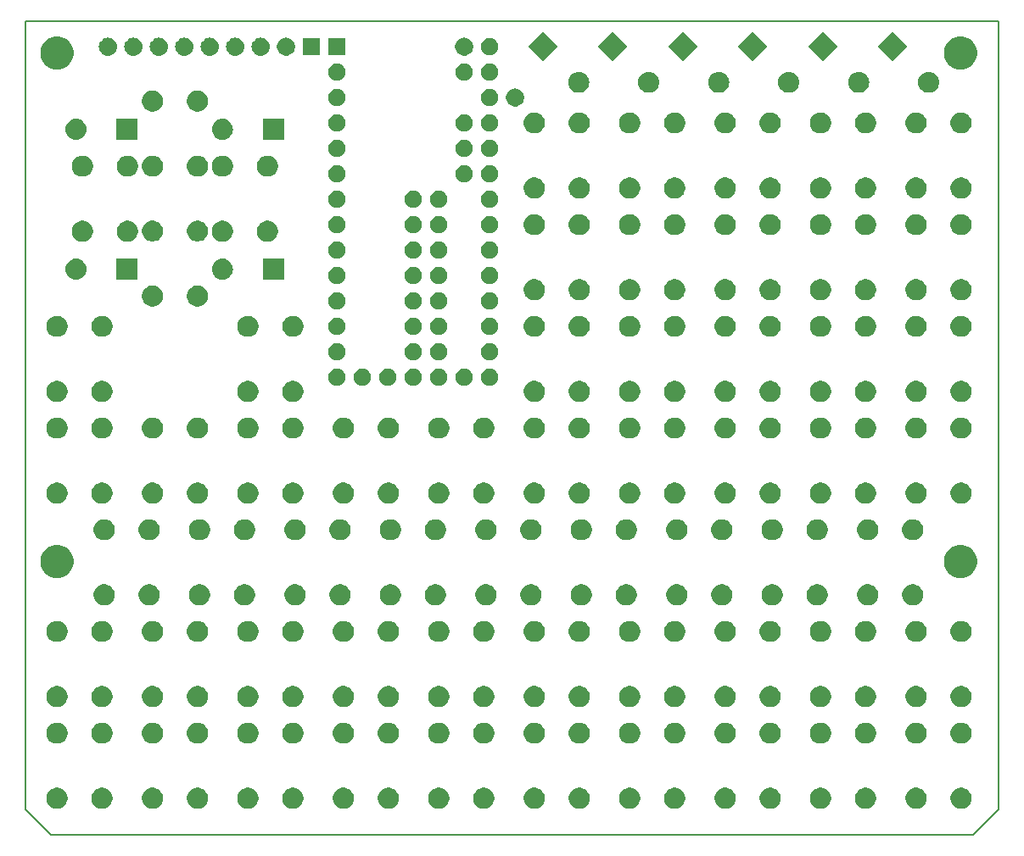
<source format=gbr>
%TF.GenerationSoftware,KiCad,Pcbnew,5.0.1-33cea8e~68~ubuntu16.04.1*%
%TF.CreationDate,2018-11-11T12:10:47-08:00*%
%TF.ProjectId,teensythumbboard,7465656E73797468756D62626F617264,rev?*%
%TF.SameCoordinates,PX68290a0PY463f660*%
%TF.FileFunction,Soldermask,Top*%
%TF.FilePolarity,Negative*%
%FSLAX46Y46*%
G04 Gerber Fmt 4.6, Leading zero omitted, Abs format (unit mm)*
G04 Created by KiCad (PCBNEW 5.0.1-33cea8e~68~ubuntu16.04.1) date Sun 11 Nov 2018 12:10:47 PM PST*
%MOMM*%
%LPD*%
G01*
G04 APERTURE LIST*
%ADD10C,0.150000*%
G04 APERTURE END LIST*
D10*
X94615000Y-81280000D02*
X97155000Y-78740000D01*
X2540000Y-81280000D02*
X0Y-78740000D01*
X94615000Y-81280000D02*
X2540000Y-81280000D01*
X97155000Y0D02*
X97155000Y-78740000D01*
X0Y0D02*
X97155000Y0D01*
X0Y0D02*
X0Y-78740000D01*
G36*
X7981507Y-76609582D02*
X8172740Y-76688793D01*
X8343687Y-76803016D01*
X8344849Y-76803793D01*
X8491207Y-76950151D01*
X8491209Y-76950154D01*
X8606207Y-77122260D01*
X8685418Y-77313493D01*
X8725800Y-77516505D01*
X8725800Y-77723495D01*
X8685418Y-77926507D01*
X8606207Y-78117740D01*
X8491984Y-78288687D01*
X8491207Y-78289849D01*
X8344849Y-78436207D01*
X8344846Y-78436209D01*
X8172740Y-78551207D01*
X7981507Y-78630418D01*
X7778495Y-78670800D01*
X7571505Y-78670800D01*
X7368493Y-78630418D01*
X7177260Y-78551207D01*
X7005154Y-78436209D01*
X7005151Y-78436207D01*
X6858793Y-78289849D01*
X6858016Y-78288687D01*
X6743793Y-78117740D01*
X6664582Y-77926507D01*
X6624200Y-77723495D01*
X6624200Y-77516505D01*
X6664582Y-77313493D01*
X6743793Y-77122260D01*
X6858791Y-76950154D01*
X6858793Y-76950151D01*
X7005151Y-76803793D01*
X7006313Y-76803016D01*
X7177260Y-76688793D01*
X7368493Y-76609582D01*
X7571505Y-76569200D01*
X7778495Y-76569200D01*
X7981507Y-76609582D01*
X7981507Y-76609582D01*
G37*
G36*
X55606507Y-76609582D02*
X55797740Y-76688793D01*
X55968687Y-76803016D01*
X55969849Y-76803793D01*
X56116207Y-76950151D01*
X56116209Y-76950154D01*
X56231207Y-77122260D01*
X56310418Y-77313493D01*
X56350800Y-77516505D01*
X56350800Y-77723495D01*
X56310418Y-77926507D01*
X56231207Y-78117740D01*
X56116984Y-78288687D01*
X56116207Y-78289849D01*
X55969849Y-78436207D01*
X55969846Y-78436209D01*
X55797740Y-78551207D01*
X55606507Y-78630418D01*
X55403495Y-78670800D01*
X55196505Y-78670800D01*
X54993493Y-78630418D01*
X54802260Y-78551207D01*
X54630154Y-78436209D01*
X54630151Y-78436207D01*
X54483793Y-78289849D01*
X54483016Y-78288687D01*
X54368793Y-78117740D01*
X54289582Y-77926507D01*
X54249200Y-77723495D01*
X54249200Y-77516505D01*
X54289582Y-77313493D01*
X54368793Y-77122260D01*
X54483791Y-76950154D01*
X54483793Y-76950151D01*
X54630151Y-76803793D01*
X54631313Y-76803016D01*
X54802260Y-76688793D01*
X54993493Y-76609582D01*
X55196505Y-76569200D01*
X55403495Y-76569200D01*
X55606507Y-76609582D01*
X55606507Y-76609582D01*
G37*
G36*
X93706507Y-76609582D02*
X93897740Y-76688793D01*
X94068687Y-76803016D01*
X94069849Y-76803793D01*
X94216207Y-76950151D01*
X94216209Y-76950154D01*
X94331207Y-77122260D01*
X94410418Y-77313493D01*
X94450800Y-77516505D01*
X94450800Y-77723495D01*
X94410418Y-77926507D01*
X94331207Y-78117740D01*
X94216984Y-78288687D01*
X94216207Y-78289849D01*
X94069849Y-78436207D01*
X94069846Y-78436209D01*
X93897740Y-78551207D01*
X93706507Y-78630418D01*
X93503495Y-78670800D01*
X93296505Y-78670800D01*
X93093493Y-78630418D01*
X92902260Y-78551207D01*
X92730154Y-78436209D01*
X92730151Y-78436207D01*
X92583793Y-78289849D01*
X92583016Y-78288687D01*
X92468793Y-78117740D01*
X92389582Y-77926507D01*
X92349200Y-77723495D01*
X92349200Y-77516505D01*
X92389582Y-77313493D01*
X92468793Y-77122260D01*
X92583791Y-76950154D01*
X92583793Y-76950151D01*
X92730151Y-76803793D01*
X92731313Y-76803016D01*
X92902260Y-76688793D01*
X93093493Y-76609582D01*
X93296505Y-76569200D01*
X93503495Y-76569200D01*
X93706507Y-76609582D01*
X93706507Y-76609582D01*
G37*
G36*
X79681507Y-76609582D02*
X79872740Y-76688793D01*
X80043687Y-76803016D01*
X80044849Y-76803793D01*
X80191207Y-76950151D01*
X80191209Y-76950154D01*
X80306207Y-77122260D01*
X80385418Y-77313493D01*
X80425800Y-77516505D01*
X80425800Y-77723495D01*
X80385418Y-77926507D01*
X80306207Y-78117740D01*
X80191984Y-78288687D01*
X80191207Y-78289849D01*
X80044849Y-78436207D01*
X80044846Y-78436209D01*
X79872740Y-78551207D01*
X79681507Y-78630418D01*
X79478495Y-78670800D01*
X79271505Y-78670800D01*
X79068493Y-78630418D01*
X78877260Y-78551207D01*
X78705154Y-78436209D01*
X78705151Y-78436207D01*
X78558793Y-78289849D01*
X78558016Y-78288687D01*
X78443793Y-78117740D01*
X78364582Y-77926507D01*
X78324200Y-77723495D01*
X78324200Y-77516505D01*
X78364582Y-77313493D01*
X78443793Y-77122260D01*
X78558791Y-76950154D01*
X78558793Y-76950151D01*
X78705151Y-76803793D01*
X78706313Y-76803016D01*
X78877260Y-76688793D01*
X79068493Y-76609582D01*
X79271505Y-76569200D01*
X79478495Y-76569200D01*
X79681507Y-76609582D01*
X79681507Y-76609582D01*
G37*
G36*
X84181507Y-76609582D02*
X84372740Y-76688793D01*
X84543687Y-76803016D01*
X84544849Y-76803793D01*
X84691207Y-76950151D01*
X84691209Y-76950154D01*
X84806207Y-77122260D01*
X84885418Y-77313493D01*
X84925800Y-77516505D01*
X84925800Y-77723495D01*
X84885418Y-77926507D01*
X84806207Y-78117740D01*
X84691984Y-78288687D01*
X84691207Y-78289849D01*
X84544849Y-78436207D01*
X84544846Y-78436209D01*
X84372740Y-78551207D01*
X84181507Y-78630418D01*
X83978495Y-78670800D01*
X83771505Y-78670800D01*
X83568493Y-78630418D01*
X83377260Y-78551207D01*
X83205154Y-78436209D01*
X83205151Y-78436207D01*
X83058793Y-78289849D01*
X83058016Y-78288687D01*
X82943793Y-78117740D01*
X82864582Y-77926507D01*
X82824200Y-77723495D01*
X82824200Y-77516505D01*
X82864582Y-77313493D01*
X82943793Y-77122260D01*
X83058791Y-76950154D01*
X83058793Y-76950151D01*
X83205151Y-76803793D01*
X83206313Y-76803016D01*
X83377260Y-76688793D01*
X83568493Y-76609582D01*
X83771505Y-76569200D01*
X83978495Y-76569200D01*
X84181507Y-76609582D01*
X84181507Y-76609582D01*
G37*
G36*
X70156507Y-76609582D02*
X70347740Y-76688793D01*
X70518687Y-76803016D01*
X70519849Y-76803793D01*
X70666207Y-76950151D01*
X70666209Y-76950154D01*
X70781207Y-77122260D01*
X70860418Y-77313493D01*
X70900800Y-77516505D01*
X70900800Y-77723495D01*
X70860418Y-77926507D01*
X70781207Y-78117740D01*
X70666984Y-78288687D01*
X70666207Y-78289849D01*
X70519849Y-78436207D01*
X70519846Y-78436209D01*
X70347740Y-78551207D01*
X70156507Y-78630418D01*
X69953495Y-78670800D01*
X69746505Y-78670800D01*
X69543493Y-78630418D01*
X69352260Y-78551207D01*
X69180154Y-78436209D01*
X69180151Y-78436207D01*
X69033793Y-78289849D01*
X69033016Y-78288687D01*
X68918793Y-78117740D01*
X68839582Y-77926507D01*
X68799200Y-77723495D01*
X68799200Y-77516505D01*
X68839582Y-77313493D01*
X68918793Y-77122260D01*
X69033791Y-76950154D01*
X69033793Y-76950151D01*
X69180151Y-76803793D01*
X69181313Y-76803016D01*
X69352260Y-76688793D01*
X69543493Y-76609582D01*
X69746505Y-76569200D01*
X69953495Y-76569200D01*
X70156507Y-76609582D01*
X70156507Y-76609582D01*
G37*
G36*
X74656507Y-76609582D02*
X74847740Y-76688793D01*
X75018687Y-76803016D01*
X75019849Y-76803793D01*
X75166207Y-76950151D01*
X75166209Y-76950154D01*
X75281207Y-77122260D01*
X75360418Y-77313493D01*
X75400800Y-77516505D01*
X75400800Y-77723495D01*
X75360418Y-77926507D01*
X75281207Y-78117740D01*
X75166984Y-78288687D01*
X75166207Y-78289849D01*
X75019849Y-78436207D01*
X75019846Y-78436209D01*
X74847740Y-78551207D01*
X74656507Y-78630418D01*
X74453495Y-78670800D01*
X74246505Y-78670800D01*
X74043493Y-78630418D01*
X73852260Y-78551207D01*
X73680154Y-78436209D01*
X73680151Y-78436207D01*
X73533793Y-78289849D01*
X73533016Y-78288687D01*
X73418793Y-78117740D01*
X73339582Y-77926507D01*
X73299200Y-77723495D01*
X73299200Y-77516505D01*
X73339582Y-77313493D01*
X73418793Y-77122260D01*
X73533791Y-76950154D01*
X73533793Y-76950151D01*
X73680151Y-76803793D01*
X73681313Y-76803016D01*
X73852260Y-76688793D01*
X74043493Y-76609582D01*
X74246505Y-76569200D01*
X74453495Y-76569200D01*
X74656507Y-76609582D01*
X74656507Y-76609582D01*
G37*
G36*
X60631507Y-76609582D02*
X60822740Y-76688793D01*
X60993687Y-76803016D01*
X60994849Y-76803793D01*
X61141207Y-76950151D01*
X61141209Y-76950154D01*
X61256207Y-77122260D01*
X61335418Y-77313493D01*
X61375800Y-77516505D01*
X61375800Y-77723495D01*
X61335418Y-77926507D01*
X61256207Y-78117740D01*
X61141984Y-78288687D01*
X61141207Y-78289849D01*
X60994849Y-78436207D01*
X60994846Y-78436209D01*
X60822740Y-78551207D01*
X60631507Y-78630418D01*
X60428495Y-78670800D01*
X60221505Y-78670800D01*
X60018493Y-78630418D01*
X59827260Y-78551207D01*
X59655154Y-78436209D01*
X59655151Y-78436207D01*
X59508793Y-78289849D01*
X59508016Y-78288687D01*
X59393793Y-78117740D01*
X59314582Y-77926507D01*
X59274200Y-77723495D01*
X59274200Y-77516505D01*
X59314582Y-77313493D01*
X59393793Y-77122260D01*
X59508791Y-76950154D01*
X59508793Y-76950151D01*
X59655151Y-76803793D01*
X59656313Y-76803016D01*
X59827260Y-76688793D01*
X60018493Y-76609582D01*
X60221505Y-76569200D01*
X60428495Y-76569200D01*
X60631507Y-76609582D01*
X60631507Y-76609582D01*
G37*
G36*
X65131507Y-76609582D02*
X65322740Y-76688793D01*
X65493687Y-76803016D01*
X65494849Y-76803793D01*
X65641207Y-76950151D01*
X65641209Y-76950154D01*
X65756207Y-77122260D01*
X65835418Y-77313493D01*
X65875800Y-77516505D01*
X65875800Y-77723495D01*
X65835418Y-77926507D01*
X65756207Y-78117740D01*
X65641984Y-78288687D01*
X65641207Y-78289849D01*
X65494849Y-78436207D01*
X65494846Y-78436209D01*
X65322740Y-78551207D01*
X65131507Y-78630418D01*
X64928495Y-78670800D01*
X64721505Y-78670800D01*
X64518493Y-78630418D01*
X64327260Y-78551207D01*
X64155154Y-78436209D01*
X64155151Y-78436207D01*
X64008793Y-78289849D01*
X64008016Y-78288687D01*
X63893793Y-78117740D01*
X63814582Y-77926507D01*
X63774200Y-77723495D01*
X63774200Y-77516505D01*
X63814582Y-77313493D01*
X63893793Y-77122260D01*
X64008791Y-76950154D01*
X64008793Y-76950151D01*
X64155151Y-76803793D01*
X64156313Y-76803016D01*
X64327260Y-76688793D01*
X64518493Y-76609582D01*
X64721505Y-76569200D01*
X64928495Y-76569200D01*
X65131507Y-76609582D01*
X65131507Y-76609582D01*
G37*
G36*
X51106507Y-76609582D02*
X51297740Y-76688793D01*
X51468687Y-76803016D01*
X51469849Y-76803793D01*
X51616207Y-76950151D01*
X51616209Y-76950154D01*
X51731207Y-77122260D01*
X51810418Y-77313493D01*
X51850800Y-77516505D01*
X51850800Y-77723495D01*
X51810418Y-77926507D01*
X51731207Y-78117740D01*
X51616984Y-78288687D01*
X51616207Y-78289849D01*
X51469849Y-78436207D01*
X51469846Y-78436209D01*
X51297740Y-78551207D01*
X51106507Y-78630418D01*
X50903495Y-78670800D01*
X50696505Y-78670800D01*
X50493493Y-78630418D01*
X50302260Y-78551207D01*
X50130154Y-78436209D01*
X50130151Y-78436207D01*
X49983793Y-78289849D01*
X49983016Y-78288687D01*
X49868793Y-78117740D01*
X49789582Y-77926507D01*
X49749200Y-77723495D01*
X49749200Y-77516505D01*
X49789582Y-77313493D01*
X49868793Y-77122260D01*
X49983791Y-76950154D01*
X49983793Y-76950151D01*
X50130151Y-76803793D01*
X50131313Y-76803016D01*
X50302260Y-76688793D01*
X50493493Y-76609582D01*
X50696505Y-76569200D01*
X50903495Y-76569200D01*
X51106507Y-76609582D01*
X51106507Y-76609582D01*
G37*
G36*
X89206507Y-76609582D02*
X89397740Y-76688793D01*
X89568687Y-76803016D01*
X89569849Y-76803793D01*
X89716207Y-76950151D01*
X89716209Y-76950154D01*
X89831207Y-77122260D01*
X89910418Y-77313493D01*
X89950800Y-77516505D01*
X89950800Y-77723495D01*
X89910418Y-77926507D01*
X89831207Y-78117740D01*
X89716984Y-78288687D01*
X89716207Y-78289849D01*
X89569849Y-78436207D01*
X89569846Y-78436209D01*
X89397740Y-78551207D01*
X89206507Y-78630418D01*
X89003495Y-78670800D01*
X88796505Y-78670800D01*
X88593493Y-78630418D01*
X88402260Y-78551207D01*
X88230154Y-78436209D01*
X88230151Y-78436207D01*
X88083793Y-78289849D01*
X88083016Y-78288687D01*
X87968793Y-78117740D01*
X87889582Y-77926507D01*
X87849200Y-77723495D01*
X87849200Y-77516505D01*
X87889582Y-77313493D01*
X87968793Y-77122260D01*
X88083791Y-76950154D01*
X88083793Y-76950151D01*
X88230151Y-76803793D01*
X88231313Y-76803016D01*
X88402260Y-76688793D01*
X88593493Y-76609582D01*
X88796505Y-76569200D01*
X89003495Y-76569200D01*
X89206507Y-76609582D01*
X89206507Y-76609582D01*
G37*
G36*
X46081507Y-76609582D02*
X46272740Y-76688793D01*
X46443687Y-76803016D01*
X46444849Y-76803793D01*
X46591207Y-76950151D01*
X46591209Y-76950154D01*
X46706207Y-77122260D01*
X46785418Y-77313493D01*
X46825800Y-77516505D01*
X46825800Y-77723495D01*
X46785418Y-77926507D01*
X46706207Y-78117740D01*
X46591984Y-78288687D01*
X46591207Y-78289849D01*
X46444849Y-78436207D01*
X46444846Y-78436209D01*
X46272740Y-78551207D01*
X46081507Y-78630418D01*
X45878495Y-78670800D01*
X45671505Y-78670800D01*
X45468493Y-78630418D01*
X45277260Y-78551207D01*
X45105154Y-78436209D01*
X45105151Y-78436207D01*
X44958793Y-78289849D01*
X44958016Y-78288687D01*
X44843793Y-78117740D01*
X44764582Y-77926507D01*
X44724200Y-77723495D01*
X44724200Y-77516505D01*
X44764582Y-77313493D01*
X44843793Y-77122260D01*
X44958791Y-76950154D01*
X44958793Y-76950151D01*
X45105151Y-76803793D01*
X45106313Y-76803016D01*
X45277260Y-76688793D01*
X45468493Y-76609582D01*
X45671505Y-76569200D01*
X45878495Y-76569200D01*
X46081507Y-76609582D01*
X46081507Y-76609582D01*
G37*
G36*
X32056507Y-76609582D02*
X32247740Y-76688793D01*
X32418687Y-76803016D01*
X32419849Y-76803793D01*
X32566207Y-76950151D01*
X32566209Y-76950154D01*
X32681207Y-77122260D01*
X32760418Y-77313493D01*
X32800800Y-77516505D01*
X32800800Y-77723495D01*
X32760418Y-77926507D01*
X32681207Y-78117740D01*
X32566984Y-78288687D01*
X32566207Y-78289849D01*
X32419849Y-78436207D01*
X32419846Y-78436209D01*
X32247740Y-78551207D01*
X32056507Y-78630418D01*
X31853495Y-78670800D01*
X31646505Y-78670800D01*
X31443493Y-78630418D01*
X31252260Y-78551207D01*
X31080154Y-78436209D01*
X31080151Y-78436207D01*
X30933793Y-78289849D01*
X30933016Y-78288687D01*
X30818793Y-78117740D01*
X30739582Y-77926507D01*
X30699200Y-77723495D01*
X30699200Y-77516505D01*
X30739582Y-77313493D01*
X30818793Y-77122260D01*
X30933791Y-76950154D01*
X30933793Y-76950151D01*
X31080151Y-76803793D01*
X31081313Y-76803016D01*
X31252260Y-76688793D01*
X31443493Y-76609582D01*
X31646505Y-76569200D01*
X31853495Y-76569200D01*
X32056507Y-76609582D01*
X32056507Y-76609582D01*
G37*
G36*
X36556507Y-76609582D02*
X36747740Y-76688793D01*
X36918687Y-76803016D01*
X36919849Y-76803793D01*
X37066207Y-76950151D01*
X37066209Y-76950154D01*
X37181207Y-77122260D01*
X37260418Y-77313493D01*
X37300800Y-77516505D01*
X37300800Y-77723495D01*
X37260418Y-77926507D01*
X37181207Y-78117740D01*
X37066984Y-78288687D01*
X37066207Y-78289849D01*
X36919849Y-78436207D01*
X36919846Y-78436209D01*
X36747740Y-78551207D01*
X36556507Y-78630418D01*
X36353495Y-78670800D01*
X36146505Y-78670800D01*
X35943493Y-78630418D01*
X35752260Y-78551207D01*
X35580154Y-78436209D01*
X35580151Y-78436207D01*
X35433793Y-78289849D01*
X35433016Y-78288687D01*
X35318793Y-78117740D01*
X35239582Y-77926507D01*
X35199200Y-77723495D01*
X35199200Y-77516505D01*
X35239582Y-77313493D01*
X35318793Y-77122260D01*
X35433791Y-76950154D01*
X35433793Y-76950151D01*
X35580151Y-76803793D01*
X35581313Y-76803016D01*
X35752260Y-76688793D01*
X35943493Y-76609582D01*
X36146505Y-76569200D01*
X36353495Y-76569200D01*
X36556507Y-76609582D01*
X36556507Y-76609582D01*
G37*
G36*
X22531507Y-76609582D02*
X22722740Y-76688793D01*
X22893687Y-76803016D01*
X22894849Y-76803793D01*
X23041207Y-76950151D01*
X23041209Y-76950154D01*
X23156207Y-77122260D01*
X23235418Y-77313493D01*
X23275800Y-77516505D01*
X23275800Y-77723495D01*
X23235418Y-77926507D01*
X23156207Y-78117740D01*
X23041984Y-78288687D01*
X23041207Y-78289849D01*
X22894849Y-78436207D01*
X22894846Y-78436209D01*
X22722740Y-78551207D01*
X22531507Y-78630418D01*
X22328495Y-78670800D01*
X22121505Y-78670800D01*
X21918493Y-78630418D01*
X21727260Y-78551207D01*
X21555154Y-78436209D01*
X21555151Y-78436207D01*
X21408793Y-78289849D01*
X21408016Y-78288687D01*
X21293793Y-78117740D01*
X21214582Y-77926507D01*
X21174200Y-77723495D01*
X21174200Y-77516505D01*
X21214582Y-77313493D01*
X21293793Y-77122260D01*
X21408791Y-76950154D01*
X21408793Y-76950151D01*
X21555151Y-76803793D01*
X21556313Y-76803016D01*
X21727260Y-76688793D01*
X21918493Y-76609582D01*
X22121505Y-76569200D01*
X22328495Y-76569200D01*
X22531507Y-76609582D01*
X22531507Y-76609582D01*
G37*
G36*
X27031507Y-76609582D02*
X27222740Y-76688793D01*
X27393687Y-76803016D01*
X27394849Y-76803793D01*
X27541207Y-76950151D01*
X27541209Y-76950154D01*
X27656207Y-77122260D01*
X27735418Y-77313493D01*
X27775800Y-77516505D01*
X27775800Y-77723495D01*
X27735418Y-77926507D01*
X27656207Y-78117740D01*
X27541984Y-78288687D01*
X27541207Y-78289849D01*
X27394849Y-78436207D01*
X27394846Y-78436209D01*
X27222740Y-78551207D01*
X27031507Y-78630418D01*
X26828495Y-78670800D01*
X26621505Y-78670800D01*
X26418493Y-78630418D01*
X26227260Y-78551207D01*
X26055154Y-78436209D01*
X26055151Y-78436207D01*
X25908793Y-78289849D01*
X25908016Y-78288687D01*
X25793793Y-78117740D01*
X25714582Y-77926507D01*
X25674200Y-77723495D01*
X25674200Y-77516505D01*
X25714582Y-77313493D01*
X25793793Y-77122260D01*
X25908791Y-76950154D01*
X25908793Y-76950151D01*
X26055151Y-76803793D01*
X26056313Y-76803016D01*
X26227260Y-76688793D01*
X26418493Y-76609582D01*
X26621505Y-76569200D01*
X26828495Y-76569200D01*
X27031507Y-76609582D01*
X27031507Y-76609582D01*
G37*
G36*
X13006507Y-76609582D02*
X13197740Y-76688793D01*
X13368687Y-76803016D01*
X13369849Y-76803793D01*
X13516207Y-76950151D01*
X13516209Y-76950154D01*
X13631207Y-77122260D01*
X13710418Y-77313493D01*
X13750800Y-77516505D01*
X13750800Y-77723495D01*
X13710418Y-77926507D01*
X13631207Y-78117740D01*
X13516984Y-78288687D01*
X13516207Y-78289849D01*
X13369849Y-78436207D01*
X13369846Y-78436209D01*
X13197740Y-78551207D01*
X13006507Y-78630418D01*
X12803495Y-78670800D01*
X12596505Y-78670800D01*
X12393493Y-78630418D01*
X12202260Y-78551207D01*
X12030154Y-78436209D01*
X12030151Y-78436207D01*
X11883793Y-78289849D01*
X11883016Y-78288687D01*
X11768793Y-78117740D01*
X11689582Y-77926507D01*
X11649200Y-77723495D01*
X11649200Y-77516505D01*
X11689582Y-77313493D01*
X11768793Y-77122260D01*
X11883791Y-76950154D01*
X11883793Y-76950151D01*
X12030151Y-76803793D01*
X12031313Y-76803016D01*
X12202260Y-76688793D01*
X12393493Y-76609582D01*
X12596505Y-76569200D01*
X12803495Y-76569200D01*
X13006507Y-76609582D01*
X13006507Y-76609582D01*
G37*
G36*
X17506507Y-76609582D02*
X17697740Y-76688793D01*
X17868687Y-76803016D01*
X17869849Y-76803793D01*
X18016207Y-76950151D01*
X18016209Y-76950154D01*
X18131207Y-77122260D01*
X18210418Y-77313493D01*
X18250800Y-77516505D01*
X18250800Y-77723495D01*
X18210418Y-77926507D01*
X18131207Y-78117740D01*
X18016984Y-78288687D01*
X18016207Y-78289849D01*
X17869849Y-78436207D01*
X17869846Y-78436209D01*
X17697740Y-78551207D01*
X17506507Y-78630418D01*
X17303495Y-78670800D01*
X17096505Y-78670800D01*
X16893493Y-78630418D01*
X16702260Y-78551207D01*
X16530154Y-78436209D01*
X16530151Y-78436207D01*
X16383793Y-78289849D01*
X16383016Y-78288687D01*
X16268793Y-78117740D01*
X16189582Y-77926507D01*
X16149200Y-77723495D01*
X16149200Y-77516505D01*
X16189582Y-77313493D01*
X16268793Y-77122260D01*
X16383791Y-76950154D01*
X16383793Y-76950151D01*
X16530151Y-76803793D01*
X16531313Y-76803016D01*
X16702260Y-76688793D01*
X16893493Y-76609582D01*
X17096505Y-76569200D01*
X17303495Y-76569200D01*
X17506507Y-76609582D01*
X17506507Y-76609582D01*
G37*
G36*
X3481507Y-76609582D02*
X3672740Y-76688793D01*
X3843687Y-76803016D01*
X3844849Y-76803793D01*
X3991207Y-76950151D01*
X3991209Y-76950154D01*
X4106207Y-77122260D01*
X4185418Y-77313493D01*
X4225800Y-77516505D01*
X4225800Y-77723495D01*
X4185418Y-77926507D01*
X4106207Y-78117740D01*
X3991984Y-78288687D01*
X3991207Y-78289849D01*
X3844849Y-78436207D01*
X3844846Y-78436209D01*
X3672740Y-78551207D01*
X3481507Y-78630418D01*
X3278495Y-78670800D01*
X3071505Y-78670800D01*
X2868493Y-78630418D01*
X2677260Y-78551207D01*
X2505154Y-78436209D01*
X2505151Y-78436207D01*
X2358793Y-78289849D01*
X2358016Y-78288687D01*
X2243793Y-78117740D01*
X2164582Y-77926507D01*
X2124200Y-77723495D01*
X2124200Y-77516505D01*
X2164582Y-77313493D01*
X2243793Y-77122260D01*
X2358791Y-76950154D01*
X2358793Y-76950151D01*
X2505151Y-76803793D01*
X2506313Y-76803016D01*
X2677260Y-76688793D01*
X2868493Y-76609582D01*
X3071505Y-76569200D01*
X3278495Y-76569200D01*
X3481507Y-76609582D01*
X3481507Y-76609582D01*
G37*
G36*
X41581507Y-76609582D02*
X41772740Y-76688793D01*
X41943687Y-76803016D01*
X41944849Y-76803793D01*
X42091207Y-76950151D01*
X42091209Y-76950154D01*
X42206207Y-77122260D01*
X42285418Y-77313493D01*
X42325800Y-77516505D01*
X42325800Y-77723495D01*
X42285418Y-77926507D01*
X42206207Y-78117740D01*
X42091984Y-78288687D01*
X42091207Y-78289849D01*
X41944849Y-78436207D01*
X41944846Y-78436209D01*
X41772740Y-78551207D01*
X41581507Y-78630418D01*
X41378495Y-78670800D01*
X41171505Y-78670800D01*
X40968493Y-78630418D01*
X40777260Y-78551207D01*
X40605154Y-78436209D01*
X40605151Y-78436207D01*
X40458793Y-78289849D01*
X40458016Y-78288687D01*
X40343793Y-78117740D01*
X40264582Y-77926507D01*
X40224200Y-77723495D01*
X40224200Y-77516505D01*
X40264582Y-77313493D01*
X40343793Y-77122260D01*
X40458791Y-76950154D01*
X40458793Y-76950151D01*
X40605151Y-76803793D01*
X40606313Y-76803016D01*
X40777260Y-76688793D01*
X40968493Y-76609582D01*
X41171505Y-76569200D01*
X41378495Y-76569200D01*
X41581507Y-76609582D01*
X41581507Y-76609582D01*
G37*
G36*
X46081507Y-70109582D02*
X46272740Y-70188793D01*
X46443687Y-70303016D01*
X46444849Y-70303793D01*
X46591207Y-70450151D01*
X46591209Y-70450154D01*
X46706207Y-70622260D01*
X46785418Y-70813493D01*
X46825800Y-71016505D01*
X46825800Y-71223495D01*
X46785418Y-71426507D01*
X46706207Y-71617740D01*
X46591984Y-71788687D01*
X46591207Y-71789849D01*
X46444849Y-71936207D01*
X46444846Y-71936209D01*
X46272740Y-72051207D01*
X46081507Y-72130418D01*
X45878495Y-72170800D01*
X45671505Y-72170800D01*
X45468493Y-72130418D01*
X45277260Y-72051207D01*
X45105154Y-71936209D01*
X45105151Y-71936207D01*
X44958793Y-71789849D01*
X44958016Y-71788687D01*
X44843793Y-71617740D01*
X44764582Y-71426507D01*
X44724200Y-71223495D01*
X44724200Y-71016505D01*
X44764582Y-70813493D01*
X44843793Y-70622260D01*
X44958791Y-70450154D01*
X44958793Y-70450151D01*
X45105151Y-70303793D01*
X45106313Y-70303016D01*
X45277260Y-70188793D01*
X45468493Y-70109582D01*
X45671505Y-70069200D01*
X45878495Y-70069200D01*
X46081507Y-70109582D01*
X46081507Y-70109582D01*
G37*
G36*
X32056507Y-70109582D02*
X32247740Y-70188793D01*
X32418687Y-70303016D01*
X32419849Y-70303793D01*
X32566207Y-70450151D01*
X32566209Y-70450154D01*
X32681207Y-70622260D01*
X32760418Y-70813493D01*
X32800800Y-71016505D01*
X32800800Y-71223495D01*
X32760418Y-71426507D01*
X32681207Y-71617740D01*
X32566984Y-71788687D01*
X32566207Y-71789849D01*
X32419849Y-71936207D01*
X32419846Y-71936209D01*
X32247740Y-72051207D01*
X32056507Y-72130418D01*
X31853495Y-72170800D01*
X31646505Y-72170800D01*
X31443493Y-72130418D01*
X31252260Y-72051207D01*
X31080154Y-71936209D01*
X31080151Y-71936207D01*
X30933793Y-71789849D01*
X30933016Y-71788687D01*
X30818793Y-71617740D01*
X30739582Y-71426507D01*
X30699200Y-71223495D01*
X30699200Y-71016505D01*
X30739582Y-70813493D01*
X30818793Y-70622260D01*
X30933791Y-70450154D01*
X30933793Y-70450151D01*
X31080151Y-70303793D01*
X31081313Y-70303016D01*
X31252260Y-70188793D01*
X31443493Y-70109582D01*
X31646505Y-70069200D01*
X31853495Y-70069200D01*
X32056507Y-70109582D01*
X32056507Y-70109582D01*
G37*
G36*
X36556507Y-70109582D02*
X36747740Y-70188793D01*
X36918687Y-70303016D01*
X36919849Y-70303793D01*
X37066207Y-70450151D01*
X37066209Y-70450154D01*
X37181207Y-70622260D01*
X37260418Y-70813493D01*
X37300800Y-71016505D01*
X37300800Y-71223495D01*
X37260418Y-71426507D01*
X37181207Y-71617740D01*
X37066984Y-71788687D01*
X37066207Y-71789849D01*
X36919849Y-71936207D01*
X36919846Y-71936209D01*
X36747740Y-72051207D01*
X36556507Y-72130418D01*
X36353495Y-72170800D01*
X36146505Y-72170800D01*
X35943493Y-72130418D01*
X35752260Y-72051207D01*
X35580154Y-71936209D01*
X35580151Y-71936207D01*
X35433793Y-71789849D01*
X35433016Y-71788687D01*
X35318793Y-71617740D01*
X35239582Y-71426507D01*
X35199200Y-71223495D01*
X35199200Y-71016505D01*
X35239582Y-70813493D01*
X35318793Y-70622260D01*
X35433791Y-70450154D01*
X35433793Y-70450151D01*
X35580151Y-70303793D01*
X35581313Y-70303016D01*
X35752260Y-70188793D01*
X35943493Y-70109582D01*
X36146505Y-70069200D01*
X36353495Y-70069200D01*
X36556507Y-70109582D01*
X36556507Y-70109582D01*
G37*
G36*
X22531507Y-70109582D02*
X22722740Y-70188793D01*
X22893687Y-70303016D01*
X22894849Y-70303793D01*
X23041207Y-70450151D01*
X23041209Y-70450154D01*
X23156207Y-70622260D01*
X23235418Y-70813493D01*
X23275800Y-71016505D01*
X23275800Y-71223495D01*
X23235418Y-71426507D01*
X23156207Y-71617740D01*
X23041984Y-71788687D01*
X23041207Y-71789849D01*
X22894849Y-71936207D01*
X22894846Y-71936209D01*
X22722740Y-72051207D01*
X22531507Y-72130418D01*
X22328495Y-72170800D01*
X22121505Y-72170800D01*
X21918493Y-72130418D01*
X21727260Y-72051207D01*
X21555154Y-71936209D01*
X21555151Y-71936207D01*
X21408793Y-71789849D01*
X21408016Y-71788687D01*
X21293793Y-71617740D01*
X21214582Y-71426507D01*
X21174200Y-71223495D01*
X21174200Y-71016505D01*
X21214582Y-70813493D01*
X21293793Y-70622260D01*
X21408791Y-70450154D01*
X21408793Y-70450151D01*
X21555151Y-70303793D01*
X21556313Y-70303016D01*
X21727260Y-70188793D01*
X21918493Y-70109582D01*
X22121505Y-70069200D01*
X22328495Y-70069200D01*
X22531507Y-70109582D01*
X22531507Y-70109582D01*
G37*
G36*
X27031507Y-70109582D02*
X27222740Y-70188793D01*
X27393687Y-70303016D01*
X27394849Y-70303793D01*
X27541207Y-70450151D01*
X27541209Y-70450154D01*
X27656207Y-70622260D01*
X27735418Y-70813493D01*
X27775800Y-71016505D01*
X27775800Y-71223495D01*
X27735418Y-71426507D01*
X27656207Y-71617740D01*
X27541984Y-71788687D01*
X27541207Y-71789849D01*
X27394849Y-71936207D01*
X27394846Y-71936209D01*
X27222740Y-72051207D01*
X27031507Y-72130418D01*
X26828495Y-72170800D01*
X26621505Y-72170800D01*
X26418493Y-72130418D01*
X26227260Y-72051207D01*
X26055154Y-71936209D01*
X26055151Y-71936207D01*
X25908793Y-71789849D01*
X25908016Y-71788687D01*
X25793793Y-71617740D01*
X25714582Y-71426507D01*
X25674200Y-71223495D01*
X25674200Y-71016505D01*
X25714582Y-70813493D01*
X25793793Y-70622260D01*
X25908791Y-70450154D01*
X25908793Y-70450151D01*
X26055151Y-70303793D01*
X26056313Y-70303016D01*
X26227260Y-70188793D01*
X26418493Y-70109582D01*
X26621505Y-70069200D01*
X26828495Y-70069200D01*
X27031507Y-70109582D01*
X27031507Y-70109582D01*
G37*
G36*
X13006507Y-70109582D02*
X13197740Y-70188793D01*
X13368687Y-70303016D01*
X13369849Y-70303793D01*
X13516207Y-70450151D01*
X13516209Y-70450154D01*
X13631207Y-70622260D01*
X13710418Y-70813493D01*
X13750800Y-71016505D01*
X13750800Y-71223495D01*
X13710418Y-71426507D01*
X13631207Y-71617740D01*
X13516984Y-71788687D01*
X13516207Y-71789849D01*
X13369849Y-71936207D01*
X13369846Y-71936209D01*
X13197740Y-72051207D01*
X13006507Y-72130418D01*
X12803495Y-72170800D01*
X12596505Y-72170800D01*
X12393493Y-72130418D01*
X12202260Y-72051207D01*
X12030154Y-71936209D01*
X12030151Y-71936207D01*
X11883793Y-71789849D01*
X11883016Y-71788687D01*
X11768793Y-71617740D01*
X11689582Y-71426507D01*
X11649200Y-71223495D01*
X11649200Y-71016505D01*
X11689582Y-70813493D01*
X11768793Y-70622260D01*
X11883791Y-70450154D01*
X11883793Y-70450151D01*
X12030151Y-70303793D01*
X12031313Y-70303016D01*
X12202260Y-70188793D01*
X12393493Y-70109582D01*
X12596505Y-70069200D01*
X12803495Y-70069200D01*
X13006507Y-70109582D01*
X13006507Y-70109582D01*
G37*
G36*
X17506507Y-70109582D02*
X17697740Y-70188793D01*
X17868687Y-70303016D01*
X17869849Y-70303793D01*
X18016207Y-70450151D01*
X18016209Y-70450154D01*
X18131207Y-70622260D01*
X18210418Y-70813493D01*
X18250800Y-71016505D01*
X18250800Y-71223495D01*
X18210418Y-71426507D01*
X18131207Y-71617740D01*
X18016984Y-71788687D01*
X18016207Y-71789849D01*
X17869849Y-71936207D01*
X17869846Y-71936209D01*
X17697740Y-72051207D01*
X17506507Y-72130418D01*
X17303495Y-72170800D01*
X17096505Y-72170800D01*
X16893493Y-72130418D01*
X16702260Y-72051207D01*
X16530154Y-71936209D01*
X16530151Y-71936207D01*
X16383793Y-71789849D01*
X16383016Y-71788687D01*
X16268793Y-71617740D01*
X16189582Y-71426507D01*
X16149200Y-71223495D01*
X16149200Y-71016505D01*
X16189582Y-70813493D01*
X16268793Y-70622260D01*
X16383791Y-70450154D01*
X16383793Y-70450151D01*
X16530151Y-70303793D01*
X16531313Y-70303016D01*
X16702260Y-70188793D01*
X16893493Y-70109582D01*
X17096505Y-70069200D01*
X17303495Y-70069200D01*
X17506507Y-70109582D01*
X17506507Y-70109582D01*
G37*
G36*
X3481507Y-70109582D02*
X3672740Y-70188793D01*
X3843687Y-70303016D01*
X3844849Y-70303793D01*
X3991207Y-70450151D01*
X3991209Y-70450154D01*
X4106207Y-70622260D01*
X4185418Y-70813493D01*
X4225800Y-71016505D01*
X4225800Y-71223495D01*
X4185418Y-71426507D01*
X4106207Y-71617740D01*
X3991984Y-71788687D01*
X3991207Y-71789849D01*
X3844849Y-71936207D01*
X3844846Y-71936209D01*
X3672740Y-72051207D01*
X3481507Y-72130418D01*
X3278495Y-72170800D01*
X3071505Y-72170800D01*
X2868493Y-72130418D01*
X2677260Y-72051207D01*
X2505154Y-71936209D01*
X2505151Y-71936207D01*
X2358793Y-71789849D01*
X2358016Y-71788687D01*
X2243793Y-71617740D01*
X2164582Y-71426507D01*
X2124200Y-71223495D01*
X2124200Y-71016505D01*
X2164582Y-70813493D01*
X2243793Y-70622260D01*
X2358791Y-70450154D01*
X2358793Y-70450151D01*
X2505151Y-70303793D01*
X2506313Y-70303016D01*
X2677260Y-70188793D01*
X2868493Y-70109582D01*
X3071505Y-70069200D01*
X3278495Y-70069200D01*
X3481507Y-70109582D01*
X3481507Y-70109582D01*
G37*
G36*
X7981507Y-70109582D02*
X8172740Y-70188793D01*
X8343687Y-70303016D01*
X8344849Y-70303793D01*
X8491207Y-70450151D01*
X8491209Y-70450154D01*
X8606207Y-70622260D01*
X8685418Y-70813493D01*
X8725800Y-71016505D01*
X8725800Y-71223495D01*
X8685418Y-71426507D01*
X8606207Y-71617740D01*
X8491984Y-71788687D01*
X8491207Y-71789849D01*
X8344849Y-71936207D01*
X8344846Y-71936209D01*
X8172740Y-72051207D01*
X7981507Y-72130418D01*
X7778495Y-72170800D01*
X7571505Y-72170800D01*
X7368493Y-72130418D01*
X7177260Y-72051207D01*
X7005154Y-71936209D01*
X7005151Y-71936207D01*
X6858793Y-71789849D01*
X6858016Y-71788687D01*
X6743793Y-71617740D01*
X6664582Y-71426507D01*
X6624200Y-71223495D01*
X6624200Y-71016505D01*
X6664582Y-70813493D01*
X6743793Y-70622260D01*
X6858791Y-70450154D01*
X6858793Y-70450151D01*
X7005151Y-70303793D01*
X7006313Y-70303016D01*
X7177260Y-70188793D01*
X7368493Y-70109582D01*
X7571505Y-70069200D01*
X7778495Y-70069200D01*
X7981507Y-70109582D01*
X7981507Y-70109582D01*
G37*
G36*
X89206507Y-70109582D02*
X89397740Y-70188793D01*
X89568687Y-70303016D01*
X89569849Y-70303793D01*
X89716207Y-70450151D01*
X89716209Y-70450154D01*
X89831207Y-70622260D01*
X89910418Y-70813493D01*
X89950800Y-71016505D01*
X89950800Y-71223495D01*
X89910418Y-71426507D01*
X89831207Y-71617740D01*
X89716984Y-71788687D01*
X89716207Y-71789849D01*
X89569849Y-71936207D01*
X89569846Y-71936209D01*
X89397740Y-72051207D01*
X89206507Y-72130418D01*
X89003495Y-72170800D01*
X88796505Y-72170800D01*
X88593493Y-72130418D01*
X88402260Y-72051207D01*
X88230154Y-71936209D01*
X88230151Y-71936207D01*
X88083793Y-71789849D01*
X88083016Y-71788687D01*
X87968793Y-71617740D01*
X87889582Y-71426507D01*
X87849200Y-71223495D01*
X87849200Y-71016505D01*
X87889582Y-70813493D01*
X87968793Y-70622260D01*
X88083791Y-70450154D01*
X88083793Y-70450151D01*
X88230151Y-70303793D01*
X88231313Y-70303016D01*
X88402260Y-70188793D01*
X88593493Y-70109582D01*
X88796505Y-70069200D01*
X89003495Y-70069200D01*
X89206507Y-70109582D01*
X89206507Y-70109582D01*
G37*
G36*
X55606507Y-70109582D02*
X55797740Y-70188793D01*
X55968687Y-70303016D01*
X55969849Y-70303793D01*
X56116207Y-70450151D01*
X56116209Y-70450154D01*
X56231207Y-70622260D01*
X56310418Y-70813493D01*
X56350800Y-71016505D01*
X56350800Y-71223495D01*
X56310418Y-71426507D01*
X56231207Y-71617740D01*
X56116984Y-71788687D01*
X56116207Y-71789849D01*
X55969849Y-71936207D01*
X55969846Y-71936209D01*
X55797740Y-72051207D01*
X55606507Y-72130418D01*
X55403495Y-72170800D01*
X55196505Y-72170800D01*
X54993493Y-72130418D01*
X54802260Y-72051207D01*
X54630154Y-71936209D01*
X54630151Y-71936207D01*
X54483793Y-71789849D01*
X54483016Y-71788687D01*
X54368793Y-71617740D01*
X54289582Y-71426507D01*
X54249200Y-71223495D01*
X54249200Y-71016505D01*
X54289582Y-70813493D01*
X54368793Y-70622260D01*
X54483791Y-70450154D01*
X54483793Y-70450151D01*
X54630151Y-70303793D01*
X54631313Y-70303016D01*
X54802260Y-70188793D01*
X54993493Y-70109582D01*
X55196505Y-70069200D01*
X55403495Y-70069200D01*
X55606507Y-70109582D01*
X55606507Y-70109582D01*
G37*
G36*
X84181507Y-70109582D02*
X84372740Y-70188793D01*
X84543687Y-70303016D01*
X84544849Y-70303793D01*
X84691207Y-70450151D01*
X84691209Y-70450154D01*
X84806207Y-70622260D01*
X84885418Y-70813493D01*
X84925800Y-71016505D01*
X84925800Y-71223495D01*
X84885418Y-71426507D01*
X84806207Y-71617740D01*
X84691984Y-71788687D01*
X84691207Y-71789849D01*
X84544849Y-71936207D01*
X84544846Y-71936209D01*
X84372740Y-72051207D01*
X84181507Y-72130418D01*
X83978495Y-72170800D01*
X83771505Y-72170800D01*
X83568493Y-72130418D01*
X83377260Y-72051207D01*
X83205154Y-71936209D01*
X83205151Y-71936207D01*
X83058793Y-71789849D01*
X83058016Y-71788687D01*
X82943793Y-71617740D01*
X82864582Y-71426507D01*
X82824200Y-71223495D01*
X82824200Y-71016505D01*
X82864582Y-70813493D01*
X82943793Y-70622260D01*
X83058791Y-70450154D01*
X83058793Y-70450151D01*
X83205151Y-70303793D01*
X83206313Y-70303016D01*
X83377260Y-70188793D01*
X83568493Y-70109582D01*
X83771505Y-70069200D01*
X83978495Y-70069200D01*
X84181507Y-70109582D01*
X84181507Y-70109582D01*
G37*
G36*
X93706507Y-70109582D02*
X93897740Y-70188793D01*
X94068687Y-70303016D01*
X94069849Y-70303793D01*
X94216207Y-70450151D01*
X94216209Y-70450154D01*
X94331207Y-70622260D01*
X94410418Y-70813493D01*
X94450800Y-71016505D01*
X94450800Y-71223495D01*
X94410418Y-71426507D01*
X94331207Y-71617740D01*
X94216984Y-71788687D01*
X94216207Y-71789849D01*
X94069849Y-71936207D01*
X94069846Y-71936209D01*
X93897740Y-72051207D01*
X93706507Y-72130418D01*
X93503495Y-72170800D01*
X93296505Y-72170800D01*
X93093493Y-72130418D01*
X92902260Y-72051207D01*
X92730154Y-71936209D01*
X92730151Y-71936207D01*
X92583793Y-71789849D01*
X92583016Y-71788687D01*
X92468793Y-71617740D01*
X92389582Y-71426507D01*
X92349200Y-71223495D01*
X92349200Y-71016505D01*
X92389582Y-70813493D01*
X92468793Y-70622260D01*
X92583791Y-70450154D01*
X92583793Y-70450151D01*
X92730151Y-70303793D01*
X92731313Y-70303016D01*
X92902260Y-70188793D01*
X93093493Y-70109582D01*
X93296505Y-70069200D01*
X93503495Y-70069200D01*
X93706507Y-70109582D01*
X93706507Y-70109582D01*
G37*
G36*
X70156507Y-70109582D02*
X70347740Y-70188793D01*
X70518687Y-70303016D01*
X70519849Y-70303793D01*
X70666207Y-70450151D01*
X70666209Y-70450154D01*
X70781207Y-70622260D01*
X70860418Y-70813493D01*
X70900800Y-71016505D01*
X70900800Y-71223495D01*
X70860418Y-71426507D01*
X70781207Y-71617740D01*
X70666984Y-71788687D01*
X70666207Y-71789849D01*
X70519849Y-71936207D01*
X70519846Y-71936209D01*
X70347740Y-72051207D01*
X70156507Y-72130418D01*
X69953495Y-72170800D01*
X69746505Y-72170800D01*
X69543493Y-72130418D01*
X69352260Y-72051207D01*
X69180154Y-71936209D01*
X69180151Y-71936207D01*
X69033793Y-71789849D01*
X69033016Y-71788687D01*
X68918793Y-71617740D01*
X68839582Y-71426507D01*
X68799200Y-71223495D01*
X68799200Y-71016505D01*
X68839582Y-70813493D01*
X68918793Y-70622260D01*
X69033791Y-70450154D01*
X69033793Y-70450151D01*
X69180151Y-70303793D01*
X69181313Y-70303016D01*
X69352260Y-70188793D01*
X69543493Y-70109582D01*
X69746505Y-70069200D01*
X69953495Y-70069200D01*
X70156507Y-70109582D01*
X70156507Y-70109582D01*
G37*
G36*
X79681507Y-70109582D02*
X79872740Y-70188793D01*
X80043687Y-70303016D01*
X80044849Y-70303793D01*
X80191207Y-70450151D01*
X80191209Y-70450154D01*
X80306207Y-70622260D01*
X80385418Y-70813493D01*
X80425800Y-71016505D01*
X80425800Y-71223495D01*
X80385418Y-71426507D01*
X80306207Y-71617740D01*
X80191984Y-71788687D01*
X80191207Y-71789849D01*
X80044849Y-71936207D01*
X80044846Y-71936209D01*
X79872740Y-72051207D01*
X79681507Y-72130418D01*
X79478495Y-72170800D01*
X79271505Y-72170800D01*
X79068493Y-72130418D01*
X78877260Y-72051207D01*
X78705154Y-71936209D01*
X78705151Y-71936207D01*
X78558793Y-71789849D01*
X78558016Y-71788687D01*
X78443793Y-71617740D01*
X78364582Y-71426507D01*
X78324200Y-71223495D01*
X78324200Y-71016505D01*
X78364582Y-70813493D01*
X78443793Y-70622260D01*
X78558791Y-70450154D01*
X78558793Y-70450151D01*
X78705151Y-70303793D01*
X78706313Y-70303016D01*
X78877260Y-70188793D01*
X79068493Y-70109582D01*
X79271505Y-70069200D01*
X79478495Y-70069200D01*
X79681507Y-70109582D01*
X79681507Y-70109582D01*
G37*
G36*
X74656507Y-70109582D02*
X74847740Y-70188793D01*
X75018687Y-70303016D01*
X75019849Y-70303793D01*
X75166207Y-70450151D01*
X75166209Y-70450154D01*
X75281207Y-70622260D01*
X75360418Y-70813493D01*
X75400800Y-71016505D01*
X75400800Y-71223495D01*
X75360418Y-71426507D01*
X75281207Y-71617740D01*
X75166984Y-71788687D01*
X75166207Y-71789849D01*
X75019849Y-71936207D01*
X75019846Y-71936209D01*
X74847740Y-72051207D01*
X74656507Y-72130418D01*
X74453495Y-72170800D01*
X74246505Y-72170800D01*
X74043493Y-72130418D01*
X73852260Y-72051207D01*
X73680154Y-71936209D01*
X73680151Y-71936207D01*
X73533793Y-71789849D01*
X73533016Y-71788687D01*
X73418793Y-71617740D01*
X73339582Y-71426507D01*
X73299200Y-71223495D01*
X73299200Y-71016505D01*
X73339582Y-70813493D01*
X73418793Y-70622260D01*
X73533791Y-70450154D01*
X73533793Y-70450151D01*
X73680151Y-70303793D01*
X73681313Y-70303016D01*
X73852260Y-70188793D01*
X74043493Y-70109582D01*
X74246505Y-70069200D01*
X74453495Y-70069200D01*
X74656507Y-70109582D01*
X74656507Y-70109582D01*
G37*
G36*
X60631507Y-70109582D02*
X60822740Y-70188793D01*
X60993687Y-70303016D01*
X60994849Y-70303793D01*
X61141207Y-70450151D01*
X61141209Y-70450154D01*
X61256207Y-70622260D01*
X61335418Y-70813493D01*
X61375800Y-71016505D01*
X61375800Y-71223495D01*
X61335418Y-71426507D01*
X61256207Y-71617740D01*
X61141984Y-71788687D01*
X61141207Y-71789849D01*
X60994849Y-71936207D01*
X60994846Y-71936209D01*
X60822740Y-72051207D01*
X60631507Y-72130418D01*
X60428495Y-72170800D01*
X60221505Y-72170800D01*
X60018493Y-72130418D01*
X59827260Y-72051207D01*
X59655154Y-71936209D01*
X59655151Y-71936207D01*
X59508793Y-71789849D01*
X59508016Y-71788687D01*
X59393793Y-71617740D01*
X59314582Y-71426507D01*
X59274200Y-71223495D01*
X59274200Y-71016505D01*
X59314582Y-70813493D01*
X59393793Y-70622260D01*
X59508791Y-70450154D01*
X59508793Y-70450151D01*
X59655151Y-70303793D01*
X59656313Y-70303016D01*
X59827260Y-70188793D01*
X60018493Y-70109582D01*
X60221505Y-70069200D01*
X60428495Y-70069200D01*
X60631507Y-70109582D01*
X60631507Y-70109582D01*
G37*
G36*
X65131507Y-70109582D02*
X65322740Y-70188793D01*
X65493687Y-70303016D01*
X65494849Y-70303793D01*
X65641207Y-70450151D01*
X65641209Y-70450154D01*
X65756207Y-70622260D01*
X65835418Y-70813493D01*
X65875800Y-71016505D01*
X65875800Y-71223495D01*
X65835418Y-71426507D01*
X65756207Y-71617740D01*
X65641984Y-71788687D01*
X65641207Y-71789849D01*
X65494849Y-71936207D01*
X65494846Y-71936209D01*
X65322740Y-72051207D01*
X65131507Y-72130418D01*
X64928495Y-72170800D01*
X64721505Y-72170800D01*
X64518493Y-72130418D01*
X64327260Y-72051207D01*
X64155154Y-71936209D01*
X64155151Y-71936207D01*
X64008793Y-71789849D01*
X64008016Y-71788687D01*
X63893793Y-71617740D01*
X63814582Y-71426507D01*
X63774200Y-71223495D01*
X63774200Y-71016505D01*
X63814582Y-70813493D01*
X63893793Y-70622260D01*
X64008791Y-70450154D01*
X64008793Y-70450151D01*
X64155151Y-70303793D01*
X64156313Y-70303016D01*
X64327260Y-70188793D01*
X64518493Y-70109582D01*
X64721505Y-70069200D01*
X64928495Y-70069200D01*
X65131507Y-70109582D01*
X65131507Y-70109582D01*
G37*
G36*
X51106507Y-70109582D02*
X51297740Y-70188793D01*
X51468687Y-70303016D01*
X51469849Y-70303793D01*
X51616207Y-70450151D01*
X51616209Y-70450154D01*
X51731207Y-70622260D01*
X51810418Y-70813493D01*
X51850800Y-71016505D01*
X51850800Y-71223495D01*
X51810418Y-71426507D01*
X51731207Y-71617740D01*
X51616984Y-71788687D01*
X51616207Y-71789849D01*
X51469849Y-71936207D01*
X51469846Y-71936209D01*
X51297740Y-72051207D01*
X51106507Y-72130418D01*
X50903495Y-72170800D01*
X50696505Y-72170800D01*
X50493493Y-72130418D01*
X50302260Y-72051207D01*
X50130154Y-71936209D01*
X50130151Y-71936207D01*
X49983793Y-71789849D01*
X49983016Y-71788687D01*
X49868793Y-71617740D01*
X49789582Y-71426507D01*
X49749200Y-71223495D01*
X49749200Y-71016505D01*
X49789582Y-70813493D01*
X49868793Y-70622260D01*
X49983791Y-70450154D01*
X49983793Y-70450151D01*
X50130151Y-70303793D01*
X50131313Y-70303016D01*
X50302260Y-70188793D01*
X50493493Y-70109582D01*
X50696505Y-70069200D01*
X50903495Y-70069200D01*
X51106507Y-70109582D01*
X51106507Y-70109582D01*
G37*
G36*
X41581507Y-70109582D02*
X41772740Y-70188793D01*
X41943687Y-70303016D01*
X41944849Y-70303793D01*
X42091207Y-70450151D01*
X42091209Y-70450154D01*
X42206207Y-70622260D01*
X42285418Y-70813493D01*
X42325800Y-71016505D01*
X42325800Y-71223495D01*
X42285418Y-71426507D01*
X42206207Y-71617740D01*
X42091984Y-71788687D01*
X42091207Y-71789849D01*
X41944849Y-71936207D01*
X41944846Y-71936209D01*
X41772740Y-72051207D01*
X41581507Y-72130418D01*
X41378495Y-72170800D01*
X41171505Y-72170800D01*
X40968493Y-72130418D01*
X40777260Y-72051207D01*
X40605154Y-71936209D01*
X40605151Y-71936207D01*
X40458793Y-71789849D01*
X40458016Y-71788687D01*
X40343793Y-71617740D01*
X40264582Y-71426507D01*
X40224200Y-71223495D01*
X40224200Y-71016505D01*
X40264582Y-70813493D01*
X40343793Y-70622260D01*
X40458791Y-70450154D01*
X40458793Y-70450151D01*
X40605151Y-70303793D01*
X40606313Y-70303016D01*
X40777260Y-70188793D01*
X40968493Y-70109582D01*
X41171505Y-70069200D01*
X41378495Y-70069200D01*
X41581507Y-70109582D01*
X41581507Y-70109582D01*
G37*
G36*
X13006507Y-66449582D02*
X13197740Y-66528793D01*
X13368687Y-66643016D01*
X13369849Y-66643793D01*
X13516207Y-66790151D01*
X13516209Y-66790154D01*
X13631207Y-66962260D01*
X13710418Y-67153493D01*
X13750800Y-67356505D01*
X13750800Y-67563495D01*
X13710418Y-67766507D01*
X13631207Y-67957740D01*
X13516984Y-68128687D01*
X13516207Y-68129849D01*
X13369849Y-68276207D01*
X13369846Y-68276209D01*
X13197740Y-68391207D01*
X13006507Y-68470418D01*
X12803495Y-68510800D01*
X12596505Y-68510800D01*
X12393493Y-68470418D01*
X12202260Y-68391207D01*
X12030154Y-68276209D01*
X12030151Y-68276207D01*
X11883793Y-68129849D01*
X11883016Y-68128687D01*
X11768793Y-67957740D01*
X11689582Y-67766507D01*
X11649200Y-67563495D01*
X11649200Y-67356505D01*
X11689582Y-67153493D01*
X11768793Y-66962260D01*
X11883791Y-66790154D01*
X11883793Y-66790151D01*
X12030151Y-66643793D01*
X12031313Y-66643016D01*
X12202260Y-66528793D01*
X12393493Y-66449582D01*
X12596505Y-66409200D01*
X12803495Y-66409200D01*
X13006507Y-66449582D01*
X13006507Y-66449582D01*
G37*
G36*
X84181507Y-66449582D02*
X84372740Y-66528793D01*
X84543687Y-66643016D01*
X84544849Y-66643793D01*
X84691207Y-66790151D01*
X84691209Y-66790154D01*
X84806207Y-66962260D01*
X84885418Y-67153493D01*
X84925800Y-67356505D01*
X84925800Y-67563495D01*
X84885418Y-67766507D01*
X84806207Y-67957740D01*
X84691984Y-68128687D01*
X84691207Y-68129849D01*
X84544849Y-68276207D01*
X84544846Y-68276209D01*
X84372740Y-68391207D01*
X84181507Y-68470418D01*
X83978495Y-68510800D01*
X83771505Y-68510800D01*
X83568493Y-68470418D01*
X83377260Y-68391207D01*
X83205154Y-68276209D01*
X83205151Y-68276207D01*
X83058793Y-68129849D01*
X83058016Y-68128687D01*
X82943793Y-67957740D01*
X82864582Y-67766507D01*
X82824200Y-67563495D01*
X82824200Y-67356505D01*
X82864582Y-67153493D01*
X82943793Y-66962260D01*
X83058791Y-66790154D01*
X83058793Y-66790151D01*
X83205151Y-66643793D01*
X83206313Y-66643016D01*
X83377260Y-66528793D01*
X83568493Y-66449582D01*
X83771505Y-66409200D01*
X83978495Y-66409200D01*
X84181507Y-66449582D01*
X84181507Y-66449582D01*
G37*
G36*
X79681507Y-66449582D02*
X79872740Y-66528793D01*
X80043687Y-66643016D01*
X80044849Y-66643793D01*
X80191207Y-66790151D01*
X80191209Y-66790154D01*
X80306207Y-66962260D01*
X80385418Y-67153493D01*
X80425800Y-67356505D01*
X80425800Y-67563495D01*
X80385418Y-67766507D01*
X80306207Y-67957740D01*
X80191984Y-68128687D01*
X80191207Y-68129849D01*
X80044849Y-68276207D01*
X80044846Y-68276209D01*
X79872740Y-68391207D01*
X79681507Y-68470418D01*
X79478495Y-68510800D01*
X79271505Y-68510800D01*
X79068493Y-68470418D01*
X78877260Y-68391207D01*
X78705154Y-68276209D01*
X78705151Y-68276207D01*
X78558793Y-68129849D01*
X78558016Y-68128687D01*
X78443793Y-67957740D01*
X78364582Y-67766507D01*
X78324200Y-67563495D01*
X78324200Y-67356505D01*
X78364582Y-67153493D01*
X78443793Y-66962260D01*
X78558791Y-66790154D01*
X78558793Y-66790151D01*
X78705151Y-66643793D01*
X78706313Y-66643016D01*
X78877260Y-66528793D01*
X79068493Y-66449582D01*
X79271505Y-66409200D01*
X79478495Y-66409200D01*
X79681507Y-66449582D01*
X79681507Y-66449582D01*
G37*
G36*
X74656507Y-66449582D02*
X74847740Y-66528793D01*
X75018687Y-66643016D01*
X75019849Y-66643793D01*
X75166207Y-66790151D01*
X75166209Y-66790154D01*
X75281207Y-66962260D01*
X75360418Y-67153493D01*
X75400800Y-67356505D01*
X75400800Y-67563495D01*
X75360418Y-67766507D01*
X75281207Y-67957740D01*
X75166984Y-68128687D01*
X75166207Y-68129849D01*
X75019849Y-68276207D01*
X75019846Y-68276209D01*
X74847740Y-68391207D01*
X74656507Y-68470418D01*
X74453495Y-68510800D01*
X74246505Y-68510800D01*
X74043493Y-68470418D01*
X73852260Y-68391207D01*
X73680154Y-68276209D01*
X73680151Y-68276207D01*
X73533793Y-68129849D01*
X73533016Y-68128687D01*
X73418793Y-67957740D01*
X73339582Y-67766507D01*
X73299200Y-67563495D01*
X73299200Y-67356505D01*
X73339582Y-67153493D01*
X73418793Y-66962260D01*
X73533791Y-66790154D01*
X73533793Y-66790151D01*
X73680151Y-66643793D01*
X73681313Y-66643016D01*
X73852260Y-66528793D01*
X74043493Y-66449582D01*
X74246505Y-66409200D01*
X74453495Y-66409200D01*
X74656507Y-66449582D01*
X74656507Y-66449582D01*
G37*
G36*
X70156507Y-66449582D02*
X70347740Y-66528793D01*
X70518687Y-66643016D01*
X70519849Y-66643793D01*
X70666207Y-66790151D01*
X70666209Y-66790154D01*
X70781207Y-66962260D01*
X70860418Y-67153493D01*
X70900800Y-67356505D01*
X70900800Y-67563495D01*
X70860418Y-67766507D01*
X70781207Y-67957740D01*
X70666984Y-68128687D01*
X70666207Y-68129849D01*
X70519849Y-68276207D01*
X70519846Y-68276209D01*
X70347740Y-68391207D01*
X70156507Y-68470418D01*
X69953495Y-68510800D01*
X69746505Y-68510800D01*
X69543493Y-68470418D01*
X69352260Y-68391207D01*
X69180154Y-68276209D01*
X69180151Y-68276207D01*
X69033793Y-68129849D01*
X69033016Y-68128687D01*
X68918793Y-67957740D01*
X68839582Y-67766507D01*
X68799200Y-67563495D01*
X68799200Y-67356505D01*
X68839582Y-67153493D01*
X68918793Y-66962260D01*
X69033791Y-66790154D01*
X69033793Y-66790151D01*
X69180151Y-66643793D01*
X69181313Y-66643016D01*
X69352260Y-66528793D01*
X69543493Y-66449582D01*
X69746505Y-66409200D01*
X69953495Y-66409200D01*
X70156507Y-66449582D01*
X70156507Y-66449582D01*
G37*
G36*
X65131507Y-66449582D02*
X65322740Y-66528793D01*
X65493687Y-66643016D01*
X65494849Y-66643793D01*
X65641207Y-66790151D01*
X65641209Y-66790154D01*
X65756207Y-66962260D01*
X65835418Y-67153493D01*
X65875800Y-67356505D01*
X65875800Y-67563495D01*
X65835418Y-67766507D01*
X65756207Y-67957740D01*
X65641984Y-68128687D01*
X65641207Y-68129849D01*
X65494849Y-68276207D01*
X65494846Y-68276209D01*
X65322740Y-68391207D01*
X65131507Y-68470418D01*
X64928495Y-68510800D01*
X64721505Y-68510800D01*
X64518493Y-68470418D01*
X64327260Y-68391207D01*
X64155154Y-68276209D01*
X64155151Y-68276207D01*
X64008793Y-68129849D01*
X64008016Y-68128687D01*
X63893793Y-67957740D01*
X63814582Y-67766507D01*
X63774200Y-67563495D01*
X63774200Y-67356505D01*
X63814582Y-67153493D01*
X63893793Y-66962260D01*
X64008791Y-66790154D01*
X64008793Y-66790151D01*
X64155151Y-66643793D01*
X64156313Y-66643016D01*
X64327260Y-66528793D01*
X64518493Y-66449582D01*
X64721505Y-66409200D01*
X64928495Y-66409200D01*
X65131507Y-66449582D01*
X65131507Y-66449582D01*
G37*
G36*
X60631507Y-66449582D02*
X60822740Y-66528793D01*
X60993687Y-66643016D01*
X60994849Y-66643793D01*
X61141207Y-66790151D01*
X61141209Y-66790154D01*
X61256207Y-66962260D01*
X61335418Y-67153493D01*
X61375800Y-67356505D01*
X61375800Y-67563495D01*
X61335418Y-67766507D01*
X61256207Y-67957740D01*
X61141984Y-68128687D01*
X61141207Y-68129849D01*
X60994849Y-68276207D01*
X60994846Y-68276209D01*
X60822740Y-68391207D01*
X60631507Y-68470418D01*
X60428495Y-68510800D01*
X60221505Y-68510800D01*
X60018493Y-68470418D01*
X59827260Y-68391207D01*
X59655154Y-68276209D01*
X59655151Y-68276207D01*
X59508793Y-68129849D01*
X59508016Y-68128687D01*
X59393793Y-67957740D01*
X59314582Y-67766507D01*
X59274200Y-67563495D01*
X59274200Y-67356505D01*
X59314582Y-67153493D01*
X59393793Y-66962260D01*
X59508791Y-66790154D01*
X59508793Y-66790151D01*
X59655151Y-66643793D01*
X59656313Y-66643016D01*
X59827260Y-66528793D01*
X60018493Y-66449582D01*
X60221505Y-66409200D01*
X60428495Y-66409200D01*
X60631507Y-66449582D01*
X60631507Y-66449582D01*
G37*
G36*
X55606507Y-66449582D02*
X55797740Y-66528793D01*
X55968687Y-66643016D01*
X55969849Y-66643793D01*
X56116207Y-66790151D01*
X56116209Y-66790154D01*
X56231207Y-66962260D01*
X56310418Y-67153493D01*
X56350800Y-67356505D01*
X56350800Y-67563495D01*
X56310418Y-67766507D01*
X56231207Y-67957740D01*
X56116984Y-68128687D01*
X56116207Y-68129849D01*
X55969849Y-68276207D01*
X55969846Y-68276209D01*
X55797740Y-68391207D01*
X55606507Y-68470418D01*
X55403495Y-68510800D01*
X55196505Y-68510800D01*
X54993493Y-68470418D01*
X54802260Y-68391207D01*
X54630154Y-68276209D01*
X54630151Y-68276207D01*
X54483793Y-68129849D01*
X54483016Y-68128687D01*
X54368793Y-67957740D01*
X54289582Y-67766507D01*
X54249200Y-67563495D01*
X54249200Y-67356505D01*
X54289582Y-67153493D01*
X54368793Y-66962260D01*
X54483791Y-66790154D01*
X54483793Y-66790151D01*
X54630151Y-66643793D01*
X54631313Y-66643016D01*
X54802260Y-66528793D01*
X54993493Y-66449582D01*
X55196505Y-66409200D01*
X55403495Y-66409200D01*
X55606507Y-66449582D01*
X55606507Y-66449582D01*
G37*
G36*
X51106507Y-66449582D02*
X51297740Y-66528793D01*
X51468687Y-66643016D01*
X51469849Y-66643793D01*
X51616207Y-66790151D01*
X51616209Y-66790154D01*
X51731207Y-66962260D01*
X51810418Y-67153493D01*
X51850800Y-67356505D01*
X51850800Y-67563495D01*
X51810418Y-67766507D01*
X51731207Y-67957740D01*
X51616984Y-68128687D01*
X51616207Y-68129849D01*
X51469849Y-68276207D01*
X51469846Y-68276209D01*
X51297740Y-68391207D01*
X51106507Y-68470418D01*
X50903495Y-68510800D01*
X50696505Y-68510800D01*
X50493493Y-68470418D01*
X50302260Y-68391207D01*
X50130154Y-68276209D01*
X50130151Y-68276207D01*
X49983793Y-68129849D01*
X49983016Y-68128687D01*
X49868793Y-67957740D01*
X49789582Y-67766507D01*
X49749200Y-67563495D01*
X49749200Y-67356505D01*
X49789582Y-67153493D01*
X49868793Y-66962260D01*
X49983791Y-66790154D01*
X49983793Y-66790151D01*
X50130151Y-66643793D01*
X50131313Y-66643016D01*
X50302260Y-66528793D01*
X50493493Y-66449582D01*
X50696505Y-66409200D01*
X50903495Y-66409200D01*
X51106507Y-66449582D01*
X51106507Y-66449582D01*
G37*
G36*
X93706507Y-66449582D02*
X93897740Y-66528793D01*
X94068687Y-66643016D01*
X94069849Y-66643793D01*
X94216207Y-66790151D01*
X94216209Y-66790154D01*
X94331207Y-66962260D01*
X94410418Y-67153493D01*
X94450800Y-67356505D01*
X94450800Y-67563495D01*
X94410418Y-67766507D01*
X94331207Y-67957740D01*
X94216984Y-68128687D01*
X94216207Y-68129849D01*
X94069849Y-68276207D01*
X94069846Y-68276209D01*
X93897740Y-68391207D01*
X93706507Y-68470418D01*
X93503495Y-68510800D01*
X93296505Y-68510800D01*
X93093493Y-68470418D01*
X92902260Y-68391207D01*
X92730154Y-68276209D01*
X92730151Y-68276207D01*
X92583793Y-68129849D01*
X92583016Y-68128687D01*
X92468793Y-67957740D01*
X92389582Y-67766507D01*
X92349200Y-67563495D01*
X92349200Y-67356505D01*
X92389582Y-67153493D01*
X92468793Y-66962260D01*
X92583791Y-66790154D01*
X92583793Y-66790151D01*
X92730151Y-66643793D01*
X92731313Y-66643016D01*
X92902260Y-66528793D01*
X93093493Y-66449582D01*
X93296505Y-66409200D01*
X93503495Y-66409200D01*
X93706507Y-66449582D01*
X93706507Y-66449582D01*
G37*
G36*
X36556507Y-66449582D02*
X36747740Y-66528793D01*
X36918687Y-66643016D01*
X36919849Y-66643793D01*
X37066207Y-66790151D01*
X37066209Y-66790154D01*
X37181207Y-66962260D01*
X37260418Y-67153493D01*
X37300800Y-67356505D01*
X37300800Y-67563495D01*
X37260418Y-67766507D01*
X37181207Y-67957740D01*
X37066984Y-68128687D01*
X37066207Y-68129849D01*
X36919849Y-68276207D01*
X36919846Y-68276209D01*
X36747740Y-68391207D01*
X36556507Y-68470418D01*
X36353495Y-68510800D01*
X36146505Y-68510800D01*
X35943493Y-68470418D01*
X35752260Y-68391207D01*
X35580154Y-68276209D01*
X35580151Y-68276207D01*
X35433793Y-68129849D01*
X35433016Y-68128687D01*
X35318793Y-67957740D01*
X35239582Y-67766507D01*
X35199200Y-67563495D01*
X35199200Y-67356505D01*
X35239582Y-67153493D01*
X35318793Y-66962260D01*
X35433791Y-66790154D01*
X35433793Y-66790151D01*
X35580151Y-66643793D01*
X35581313Y-66643016D01*
X35752260Y-66528793D01*
X35943493Y-66449582D01*
X36146505Y-66409200D01*
X36353495Y-66409200D01*
X36556507Y-66449582D01*
X36556507Y-66449582D01*
G37*
G36*
X41581507Y-66449582D02*
X41772740Y-66528793D01*
X41943687Y-66643016D01*
X41944849Y-66643793D01*
X42091207Y-66790151D01*
X42091209Y-66790154D01*
X42206207Y-66962260D01*
X42285418Y-67153493D01*
X42325800Y-67356505D01*
X42325800Y-67563495D01*
X42285418Y-67766507D01*
X42206207Y-67957740D01*
X42091984Y-68128687D01*
X42091207Y-68129849D01*
X41944849Y-68276207D01*
X41944846Y-68276209D01*
X41772740Y-68391207D01*
X41581507Y-68470418D01*
X41378495Y-68510800D01*
X41171505Y-68510800D01*
X40968493Y-68470418D01*
X40777260Y-68391207D01*
X40605154Y-68276209D01*
X40605151Y-68276207D01*
X40458793Y-68129849D01*
X40458016Y-68128687D01*
X40343793Y-67957740D01*
X40264582Y-67766507D01*
X40224200Y-67563495D01*
X40224200Y-67356505D01*
X40264582Y-67153493D01*
X40343793Y-66962260D01*
X40458791Y-66790154D01*
X40458793Y-66790151D01*
X40605151Y-66643793D01*
X40606313Y-66643016D01*
X40777260Y-66528793D01*
X40968493Y-66449582D01*
X41171505Y-66409200D01*
X41378495Y-66409200D01*
X41581507Y-66449582D01*
X41581507Y-66449582D01*
G37*
G36*
X46081507Y-66449582D02*
X46272740Y-66528793D01*
X46443687Y-66643016D01*
X46444849Y-66643793D01*
X46591207Y-66790151D01*
X46591209Y-66790154D01*
X46706207Y-66962260D01*
X46785418Y-67153493D01*
X46825800Y-67356505D01*
X46825800Y-67563495D01*
X46785418Y-67766507D01*
X46706207Y-67957740D01*
X46591984Y-68128687D01*
X46591207Y-68129849D01*
X46444849Y-68276207D01*
X46444846Y-68276209D01*
X46272740Y-68391207D01*
X46081507Y-68470418D01*
X45878495Y-68510800D01*
X45671505Y-68510800D01*
X45468493Y-68470418D01*
X45277260Y-68391207D01*
X45105154Y-68276209D01*
X45105151Y-68276207D01*
X44958793Y-68129849D01*
X44958016Y-68128687D01*
X44843793Y-67957740D01*
X44764582Y-67766507D01*
X44724200Y-67563495D01*
X44724200Y-67356505D01*
X44764582Y-67153493D01*
X44843793Y-66962260D01*
X44958791Y-66790154D01*
X44958793Y-66790151D01*
X45105151Y-66643793D01*
X45106313Y-66643016D01*
X45277260Y-66528793D01*
X45468493Y-66449582D01*
X45671505Y-66409200D01*
X45878495Y-66409200D01*
X46081507Y-66449582D01*
X46081507Y-66449582D01*
G37*
G36*
X3481507Y-66449582D02*
X3672740Y-66528793D01*
X3843687Y-66643016D01*
X3844849Y-66643793D01*
X3991207Y-66790151D01*
X3991209Y-66790154D01*
X4106207Y-66962260D01*
X4185418Y-67153493D01*
X4225800Y-67356505D01*
X4225800Y-67563495D01*
X4185418Y-67766507D01*
X4106207Y-67957740D01*
X3991984Y-68128687D01*
X3991207Y-68129849D01*
X3844849Y-68276207D01*
X3844846Y-68276209D01*
X3672740Y-68391207D01*
X3481507Y-68470418D01*
X3278495Y-68510800D01*
X3071505Y-68510800D01*
X2868493Y-68470418D01*
X2677260Y-68391207D01*
X2505154Y-68276209D01*
X2505151Y-68276207D01*
X2358793Y-68129849D01*
X2358016Y-68128687D01*
X2243793Y-67957740D01*
X2164582Y-67766507D01*
X2124200Y-67563495D01*
X2124200Y-67356505D01*
X2164582Y-67153493D01*
X2243793Y-66962260D01*
X2358791Y-66790154D01*
X2358793Y-66790151D01*
X2505151Y-66643793D01*
X2506313Y-66643016D01*
X2677260Y-66528793D01*
X2868493Y-66449582D01*
X3071505Y-66409200D01*
X3278495Y-66409200D01*
X3481507Y-66449582D01*
X3481507Y-66449582D01*
G37*
G36*
X7981507Y-66449582D02*
X8172740Y-66528793D01*
X8343687Y-66643016D01*
X8344849Y-66643793D01*
X8491207Y-66790151D01*
X8491209Y-66790154D01*
X8606207Y-66962260D01*
X8685418Y-67153493D01*
X8725800Y-67356505D01*
X8725800Y-67563495D01*
X8685418Y-67766507D01*
X8606207Y-67957740D01*
X8491984Y-68128687D01*
X8491207Y-68129849D01*
X8344849Y-68276207D01*
X8344846Y-68276209D01*
X8172740Y-68391207D01*
X7981507Y-68470418D01*
X7778495Y-68510800D01*
X7571505Y-68510800D01*
X7368493Y-68470418D01*
X7177260Y-68391207D01*
X7005154Y-68276209D01*
X7005151Y-68276207D01*
X6858793Y-68129849D01*
X6858016Y-68128687D01*
X6743793Y-67957740D01*
X6664582Y-67766507D01*
X6624200Y-67563495D01*
X6624200Y-67356505D01*
X6664582Y-67153493D01*
X6743793Y-66962260D01*
X6858791Y-66790154D01*
X6858793Y-66790151D01*
X7005151Y-66643793D01*
X7006313Y-66643016D01*
X7177260Y-66528793D01*
X7368493Y-66449582D01*
X7571505Y-66409200D01*
X7778495Y-66409200D01*
X7981507Y-66449582D01*
X7981507Y-66449582D01*
G37*
G36*
X89206507Y-66449582D02*
X89397740Y-66528793D01*
X89568687Y-66643016D01*
X89569849Y-66643793D01*
X89716207Y-66790151D01*
X89716209Y-66790154D01*
X89831207Y-66962260D01*
X89910418Y-67153493D01*
X89950800Y-67356505D01*
X89950800Y-67563495D01*
X89910418Y-67766507D01*
X89831207Y-67957740D01*
X89716984Y-68128687D01*
X89716207Y-68129849D01*
X89569849Y-68276207D01*
X89569846Y-68276209D01*
X89397740Y-68391207D01*
X89206507Y-68470418D01*
X89003495Y-68510800D01*
X88796505Y-68510800D01*
X88593493Y-68470418D01*
X88402260Y-68391207D01*
X88230154Y-68276209D01*
X88230151Y-68276207D01*
X88083793Y-68129849D01*
X88083016Y-68128687D01*
X87968793Y-67957740D01*
X87889582Y-67766507D01*
X87849200Y-67563495D01*
X87849200Y-67356505D01*
X87889582Y-67153493D01*
X87968793Y-66962260D01*
X88083791Y-66790154D01*
X88083793Y-66790151D01*
X88230151Y-66643793D01*
X88231313Y-66643016D01*
X88402260Y-66528793D01*
X88593493Y-66449582D01*
X88796505Y-66409200D01*
X89003495Y-66409200D01*
X89206507Y-66449582D01*
X89206507Y-66449582D01*
G37*
G36*
X17506507Y-66449582D02*
X17697740Y-66528793D01*
X17868687Y-66643016D01*
X17869849Y-66643793D01*
X18016207Y-66790151D01*
X18016209Y-66790154D01*
X18131207Y-66962260D01*
X18210418Y-67153493D01*
X18250800Y-67356505D01*
X18250800Y-67563495D01*
X18210418Y-67766507D01*
X18131207Y-67957740D01*
X18016984Y-68128687D01*
X18016207Y-68129849D01*
X17869849Y-68276207D01*
X17869846Y-68276209D01*
X17697740Y-68391207D01*
X17506507Y-68470418D01*
X17303495Y-68510800D01*
X17096505Y-68510800D01*
X16893493Y-68470418D01*
X16702260Y-68391207D01*
X16530154Y-68276209D01*
X16530151Y-68276207D01*
X16383793Y-68129849D01*
X16383016Y-68128687D01*
X16268793Y-67957740D01*
X16189582Y-67766507D01*
X16149200Y-67563495D01*
X16149200Y-67356505D01*
X16189582Y-67153493D01*
X16268793Y-66962260D01*
X16383791Y-66790154D01*
X16383793Y-66790151D01*
X16530151Y-66643793D01*
X16531313Y-66643016D01*
X16702260Y-66528793D01*
X16893493Y-66449582D01*
X17096505Y-66409200D01*
X17303495Y-66409200D01*
X17506507Y-66449582D01*
X17506507Y-66449582D01*
G37*
G36*
X22531507Y-66449582D02*
X22722740Y-66528793D01*
X22893687Y-66643016D01*
X22894849Y-66643793D01*
X23041207Y-66790151D01*
X23041209Y-66790154D01*
X23156207Y-66962260D01*
X23235418Y-67153493D01*
X23275800Y-67356505D01*
X23275800Y-67563495D01*
X23235418Y-67766507D01*
X23156207Y-67957740D01*
X23041984Y-68128687D01*
X23041207Y-68129849D01*
X22894849Y-68276207D01*
X22894846Y-68276209D01*
X22722740Y-68391207D01*
X22531507Y-68470418D01*
X22328495Y-68510800D01*
X22121505Y-68510800D01*
X21918493Y-68470418D01*
X21727260Y-68391207D01*
X21555154Y-68276209D01*
X21555151Y-68276207D01*
X21408793Y-68129849D01*
X21408016Y-68128687D01*
X21293793Y-67957740D01*
X21214582Y-67766507D01*
X21174200Y-67563495D01*
X21174200Y-67356505D01*
X21214582Y-67153493D01*
X21293793Y-66962260D01*
X21408791Y-66790154D01*
X21408793Y-66790151D01*
X21555151Y-66643793D01*
X21556313Y-66643016D01*
X21727260Y-66528793D01*
X21918493Y-66449582D01*
X22121505Y-66409200D01*
X22328495Y-66409200D01*
X22531507Y-66449582D01*
X22531507Y-66449582D01*
G37*
G36*
X27031507Y-66449582D02*
X27222740Y-66528793D01*
X27393687Y-66643016D01*
X27394849Y-66643793D01*
X27541207Y-66790151D01*
X27541209Y-66790154D01*
X27656207Y-66962260D01*
X27735418Y-67153493D01*
X27775800Y-67356505D01*
X27775800Y-67563495D01*
X27735418Y-67766507D01*
X27656207Y-67957740D01*
X27541984Y-68128687D01*
X27541207Y-68129849D01*
X27394849Y-68276207D01*
X27394846Y-68276209D01*
X27222740Y-68391207D01*
X27031507Y-68470418D01*
X26828495Y-68510800D01*
X26621505Y-68510800D01*
X26418493Y-68470418D01*
X26227260Y-68391207D01*
X26055154Y-68276209D01*
X26055151Y-68276207D01*
X25908793Y-68129849D01*
X25908016Y-68128687D01*
X25793793Y-67957740D01*
X25714582Y-67766507D01*
X25674200Y-67563495D01*
X25674200Y-67356505D01*
X25714582Y-67153493D01*
X25793793Y-66962260D01*
X25908791Y-66790154D01*
X25908793Y-66790151D01*
X26055151Y-66643793D01*
X26056313Y-66643016D01*
X26227260Y-66528793D01*
X26418493Y-66449582D01*
X26621505Y-66409200D01*
X26828495Y-66409200D01*
X27031507Y-66449582D01*
X27031507Y-66449582D01*
G37*
G36*
X32056507Y-66449582D02*
X32247740Y-66528793D01*
X32418687Y-66643016D01*
X32419849Y-66643793D01*
X32566207Y-66790151D01*
X32566209Y-66790154D01*
X32681207Y-66962260D01*
X32760418Y-67153493D01*
X32800800Y-67356505D01*
X32800800Y-67563495D01*
X32760418Y-67766507D01*
X32681207Y-67957740D01*
X32566984Y-68128687D01*
X32566207Y-68129849D01*
X32419849Y-68276207D01*
X32419846Y-68276209D01*
X32247740Y-68391207D01*
X32056507Y-68470418D01*
X31853495Y-68510800D01*
X31646505Y-68510800D01*
X31443493Y-68470418D01*
X31252260Y-68391207D01*
X31080154Y-68276209D01*
X31080151Y-68276207D01*
X30933793Y-68129849D01*
X30933016Y-68128687D01*
X30818793Y-67957740D01*
X30739582Y-67766507D01*
X30699200Y-67563495D01*
X30699200Y-67356505D01*
X30739582Y-67153493D01*
X30818793Y-66962260D01*
X30933791Y-66790154D01*
X30933793Y-66790151D01*
X31080151Y-66643793D01*
X31081313Y-66643016D01*
X31252260Y-66528793D01*
X31443493Y-66449582D01*
X31646505Y-66409200D01*
X31853495Y-66409200D01*
X32056507Y-66449582D01*
X32056507Y-66449582D01*
G37*
G36*
X93706507Y-59949582D02*
X93897740Y-60028793D01*
X94068687Y-60143016D01*
X94069849Y-60143793D01*
X94216207Y-60290151D01*
X94216209Y-60290154D01*
X94331207Y-60462260D01*
X94410418Y-60653493D01*
X94450800Y-60856505D01*
X94450800Y-61063495D01*
X94410418Y-61266507D01*
X94331207Y-61457740D01*
X94216984Y-61628687D01*
X94216207Y-61629849D01*
X94069849Y-61776207D01*
X94069846Y-61776209D01*
X93897740Y-61891207D01*
X93706507Y-61970418D01*
X93503495Y-62010800D01*
X93296505Y-62010800D01*
X93093493Y-61970418D01*
X92902260Y-61891207D01*
X92730154Y-61776209D01*
X92730151Y-61776207D01*
X92583793Y-61629849D01*
X92583016Y-61628687D01*
X92468793Y-61457740D01*
X92389582Y-61266507D01*
X92349200Y-61063495D01*
X92349200Y-60856505D01*
X92389582Y-60653493D01*
X92468793Y-60462260D01*
X92583791Y-60290154D01*
X92583793Y-60290151D01*
X92730151Y-60143793D01*
X92731313Y-60143016D01*
X92902260Y-60028793D01*
X93093493Y-59949582D01*
X93296505Y-59909200D01*
X93503495Y-59909200D01*
X93706507Y-59949582D01*
X93706507Y-59949582D01*
G37*
G36*
X79681507Y-59949582D02*
X79872740Y-60028793D01*
X80043687Y-60143016D01*
X80044849Y-60143793D01*
X80191207Y-60290151D01*
X80191209Y-60290154D01*
X80306207Y-60462260D01*
X80385418Y-60653493D01*
X80425800Y-60856505D01*
X80425800Y-61063495D01*
X80385418Y-61266507D01*
X80306207Y-61457740D01*
X80191984Y-61628687D01*
X80191207Y-61629849D01*
X80044849Y-61776207D01*
X80044846Y-61776209D01*
X79872740Y-61891207D01*
X79681507Y-61970418D01*
X79478495Y-62010800D01*
X79271505Y-62010800D01*
X79068493Y-61970418D01*
X78877260Y-61891207D01*
X78705154Y-61776209D01*
X78705151Y-61776207D01*
X78558793Y-61629849D01*
X78558016Y-61628687D01*
X78443793Y-61457740D01*
X78364582Y-61266507D01*
X78324200Y-61063495D01*
X78324200Y-60856505D01*
X78364582Y-60653493D01*
X78443793Y-60462260D01*
X78558791Y-60290154D01*
X78558793Y-60290151D01*
X78705151Y-60143793D01*
X78706313Y-60143016D01*
X78877260Y-60028793D01*
X79068493Y-59949582D01*
X79271505Y-59909200D01*
X79478495Y-59909200D01*
X79681507Y-59949582D01*
X79681507Y-59949582D01*
G37*
G36*
X84181507Y-59949582D02*
X84372740Y-60028793D01*
X84543687Y-60143016D01*
X84544849Y-60143793D01*
X84691207Y-60290151D01*
X84691209Y-60290154D01*
X84806207Y-60462260D01*
X84885418Y-60653493D01*
X84925800Y-60856505D01*
X84925800Y-61063495D01*
X84885418Y-61266507D01*
X84806207Y-61457740D01*
X84691984Y-61628687D01*
X84691207Y-61629849D01*
X84544849Y-61776207D01*
X84544846Y-61776209D01*
X84372740Y-61891207D01*
X84181507Y-61970418D01*
X83978495Y-62010800D01*
X83771505Y-62010800D01*
X83568493Y-61970418D01*
X83377260Y-61891207D01*
X83205154Y-61776209D01*
X83205151Y-61776207D01*
X83058793Y-61629849D01*
X83058016Y-61628687D01*
X82943793Y-61457740D01*
X82864582Y-61266507D01*
X82824200Y-61063495D01*
X82824200Y-60856505D01*
X82864582Y-60653493D01*
X82943793Y-60462260D01*
X83058791Y-60290154D01*
X83058793Y-60290151D01*
X83205151Y-60143793D01*
X83206313Y-60143016D01*
X83377260Y-60028793D01*
X83568493Y-59949582D01*
X83771505Y-59909200D01*
X83978495Y-59909200D01*
X84181507Y-59949582D01*
X84181507Y-59949582D01*
G37*
G36*
X70156507Y-59949582D02*
X70347740Y-60028793D01*
X70518687Y-60143016D01*
X70519849Y-60143793D01*
X70666207Y-60290151D01*
X70666209Y-60290154D01*
X70781207Y-60462260D01*
X70860418Y-60653493D01*
X70900800Y-60856505D01*
X70900800Y-61063495D01*
X70860418Y-61266507D01*
X70781207Y-61457740D01*
X70666984Y-61628687D01*
X70666207Y-61629849D01*
X70519849Y-61776207D01*
X70519846Y-61776209D01*
X70347740Y-61891207D01*
X70156507Y-61970418D01*
X69953495Y-62010800D01*
X69746505Y-62010800D01*
X69543493Y-61970418D01*
X69352260Y-61891207D01*
X69180154Y-61776209D01*
X69180151Y-61776207D01*
X69033793Y-61629849D01*
X69033016Y-61628687D01*
X68918793Y-61457740D01*
X68839582Y-61266507D01*
X68799200Y-61063495D01*
X68799200Y-60856505D01*
X68839582Y-60653493D01*
X68918793Y-60462260D01*
X69033791Y-60290154D01*
X69033793Y-60290151D01*
X69180151Y-60143793D01*
X69181313Y-60143016D01*
X69352260Y-60028793D01*
X69543493Y-59949582D01*
X69746505Y-59909200D01*
X69953495Y-59909200D01*
X70156507Y-59949582D01*
X70156507Y-59949582D01*
G37*
G36*
X74656507Y-59949582D02*
X74847740Y-60028793D01*
X75018687Y-60143016D01*
X75019849Y-60143793D01*
X75166207Y-60290151D01*
X75166209Y-60290154D01*
X75281207Y-60462260D01*
X75360418Y-60653493D01*
X75400800Y-60856505D01*
X75400800Y-61063495D01*
X75360418Y-61266507D01*
X75281207Y-61457740D01*
X75166984Y-61628687D01*
X75166207Y-61629849D01*
X75019849Y-61776207D01*
X75019846Y-61776209D01*
X74847740Y-61891207D01*
X74656507Y-61970418D01*
X74453495Y-62010800D01*
X74246505Y-62010800D01*
X74043493Y-61970418D01*
X73852260Y-61891207D01*
X73680154Y-61776209D01*
X73680151Y-61776207D01*
X73533793Y-61629849D01*
X73533016Y-61628687D01*
X73418793Y-61457740D01*
X73339582Y-61266507D01*
X73299200Y-61063495D01*
X73299200Y-60856505D01*
X73339582Y-60653493D01*
X73418793Y-60462260D01*
X73533791Y-60290154D01*
X73533793Y-60290151D01*
X73680151Y-60143793D01*
X73681313Y-60143016D01*
X73852260Y-60028793D01*
X74043493Y-59949582D01*
X74246505Y-59909200D01*
X74453495Y-59909200D01*
X74656507Y-59949582D01*
X74656507Y-59949582D01*
G37*
G36*
X60631507Y-59949582D02*
X60822740Y-60028793D01*
X60993687Y-60143016D01*
X60994849Y-60143793D01*
X61141207Y-60290151D01*
X61141209Y-60290154D01*
X61256207Y-60462260D01*
X61335418Y-60653493D01*
X61375800Y-60856505D01*
X61375800Y-61063495D01*
X61335418Y-61266507D01*
X61256207Y-61457740D01*
X61141984Y-61628687D01*
X61141207Y-61629849D01*
X60994849Y-61776207D01*
X60994846Y-61776209D01*
X60822740Y-61891207D01*
X60631507Y-61970418D01*
X60428495Y-62010800D01*
X60221505Y-62010800D01*
X60018493Y-61970418D01*
X59827260Y-61891207D01*
X59655154Y-61776209D01*
X59655151Y-61776207D01*
X59508793Y-61629849D01*
X59508016Y-61628687D01*
X59393793Y-61457740D01*
X59314582Y-61266507D01*
X59274200Y-61063495D01*
X59274200Y-60856505D01*
X59314582Y-60653493D01*
X59393793Y-60462260D01*
X59508791Y-60290154D01*
X59508793Y-60290151D01*
X59655151Y-60143793D01*
X59656313Y-60143016D01*
X59827260Y-60028793D01*
X60018493Y-59949582D01*
X60221505Y-59909200D01*
X60428495Y-59909200D01*
X60631507Y-59949582D01*
X60631507Y-59949582D01*
G37*
G36*
X65131507Y-59949582D02*
X65322740Y-60028793D01*
X65493687Y-60143016D01*
X65494849Y-60143793D01*
X65641207Y-60290151D01*
X65641209Y-60290154D01*
X65756207Y-60462260D01*
X65835418Y-60653493D01*
X65875800Y-60856505D01*
X65875800Y-61063495D01*
X65835418Y-61266507D01*
X65756207Y-61457740D01*
X65641984Y-61628687D01*
X65641207Y-61629849D01*
X65494849Y-61776207D01*
X65494846Y-61776209D01*
X65322740Y-61891207D01*
X65131507Y-61970418D01*
X64928495Y-62010800D01*
X64721505Y-62010800D01*
X64518493Y-61970418D01*
X64327260Y-61891207D01*
X64155154Y-61776209D01*
X64155151Y-61776207D01*
X64008793Y-61629849D01*
X64008016Y-61628687D01*
X63893793Y-61457740D01*
X63814582Y-61266507D01*
X63774200Y-61063495D01*
X63774200Y-60856505D01*
X63814582Y-60653493D01*
X63893793Y-60462260D01*
X64008791Y-60290154D01*
X64008793Y-60290151D01*
X64155151Y-60143793D01*
X64156313Y-60143016D01*
X64327260Y-60028793D01*
X64518493Y-59949582D01*
X64721505Y-59909200D01*
X64928495Y-59909200D01*
X65131507Y-59949582D01*
X65131507Y-59949582D01*
G37*
G36*
X51106507Y-59949582D02*
X51297740Y-60028793D01*
X51468687Y-60143016D01*
X51469849Y-60143793D01*
X51616207Y-60290151D01*
X51616209Y-60290154D01*
X51731207Y-60462260D01*
X51810418Y-60653493D01*
X51850800Y-60856505D01*
X51850800Y-61063495D01*
X51810418Y-61266507D01*
X51731207Y-61457740D01*
X51616984Y-61628687D01*
X51616207Y-61629849D01*
X51469849Y-61776207D01*
X51469846Y-61776209D01*
X51297740Y-61891207D01*
X51106507Y-61970418D01*
X50903495Y-62010800D01*
X50696505Y-62010800D01*
X50493493Y-61970418D01*
X50302260Y-61891207D01*
X50130154Y-61776209D01*
X50130151Y-61776207D01*
X49983793Y-61629849D01*
X49983016Y-61628687D01*
X49868793Y-61457740D01*
X49789582Y-61266507D01*
X49749200Y-61063495D01*
X49749200Y-60856505D01*
X49789582Y-60653493D01*
X49868793Y-60462260D01*
X49983791Y-60290154D01*
X49983793Y-60290151D01*
X50130151Y-60143793D01*
X50131313Y-60143016D01*
X50302260Y-60028793D01*
X50493493Y-59949582D01*
X50696505Y-59909200D01*
X50903495Y-59909200D01*
X51106507Y-59949582D01*
X51106507Y-59949582D01*
G37*
G36*
X55606507Y-59949582D02*
X55797740Y-60028793D01*
X55968687Y-60143016D01*
X55969849Y-60143793D01*
X56116207Y-60290151D01*
X56116209Y-60290154D01*
X56231207Y-60462260D01*
X56310418Y-60653493D01*
X56350800Y-60856505D01*
X56350800Y-61063495D01*
X56310418Y-61266507D01*
X56231207Y-61457740D01*
X56116984Y-61628687D01*
X56116207Y-61629849D01*
X55969849Y-61776207D01*
X55969846Y-61776209D01*
X55797740Y-61891207D01*
X55606507Y-61970418D01*
X55403495Y-62010800D01*
X55196505Y-62010800D01*
X54993493Y-61970418D01*
X54802260Y-61891207D01*
X54630154Y-61776209D01*
X54630151Y-61776207D01*
X54483793Y-61629849D01*
X54483016Y-61628687D01*
X54368793Y-61457740D01*
X54289582Y-61266507D01*
X54249200Y-61063495D01*
X54249200Y-60856505D01*
X54289582Y-60653493D01*
X54368793Y-60462260D01*
X54483791Y-60290154D01*
X54483793Y-60290151D01*
X54630151Y-60143793D01*
X54631313Y-60143016D01*
X54802260Y-60028793D01*
X54993493Y-59949582D01*
X55196505Y-59909200D01*
X55403495Y-59909200D01*
X55606507Y-59949582D01*
X55606507Y-59949582D01*
G37*
G36*
X32056507Y-59949582D02*
X32247740Y-60028793D01*
X32418687Y-60143016D01*
X32419849Y-60143793D01*
X32566207Y-60290151D01*
X32566209Y-60290154D01*
X32681207Y-60462260D01*
X32760418Y-60653493D01*
X32800800Y-60856505D01*
X32800800Y-61063495D01*
X32760418Y-61266507D01*
X32681207Y-61457740D01*
X32566984Y-61628687D01*
X32566207Y-61629849D01*
X32419849Y-61776207D01*
X32419846Y-61776209D01*
X32247740Y-61891207D01*
X32056507Y-61970418D01*
X31853495Y-62010800D01*
X31646505Y-62010800D01*
X31443493Y-61970418D01*
X31252260Y-61891207D01*
X31080154Y-61776209D01*
X31080151Y-61776207D01*
X30933793Y-61629849D01*
X30933016Y-61628687D01*
X30818793Y-61457740D01*
X30739582Y-61266507D01*
X30699200Y-61063495D01*
X30699200Y-60856505D01*
X30739582Y-60653493D01*
X30818793Y-60462260D01*
X30933791Y-60290154D01*
X30933793Y-60290151D01*
X31080151Y-60143793D01*
X31081313Y-60143016D01*
X31252260Y-60028793D01*
X31443493Y-59949582D01*
X31646505Y-59909200D01*
X31853495Y-59909200D01*
X32056507Y-59949582D01*
X32056507Y-59949582D01*
G37*
G36*
X36556507Y-59949582D02*
X36747740Y-60028793D01*
X36918687Y-60143016D01*
X36919849Y-60143793D01*
X37066207Y-60290151D01*
X37066209Y-60290154D01*
X37181207Y-60462260D01*
X37260418Y-60653493D01*
X37300800Y-60856505D01*
X37300800Y-61063495D01*
X37260418Y-61266507D01*
X37181207Y-61457740D01*
X37066984Y-61628687D01*
X37066207Y-61629849D01*
X36919849Y-61776207D01*
X36919846Y-61776209D01*
X36747740Y-61891207D01*
X36556507Y-61970418D01*
X36353495Y-62010800D01*
X36146505Y-62010800D01*
X35943493Y-61970418D01*
X35752260Y-61891207D01*
X35580154Y-61776209D01*
X35580151Y-61776207D01*
X35433793Y-61629849D01*
X35433016Y-61628687D01*
X35318793Y-61457740D01*
X35239582Y-61266507D01*
X35199200Y-61063495D01*
X35199200Y-60856505D01*
X35239582Y-60653493D01*
X35318793Y-60462260D01*
X35433791Y-60290154D01*
X35433793Y-60290151D01*
X35580151Y-60143793D01*
X35581313Y-60143016D01*
X35752260Y-60028793D01*
X35943493Y-59949582D01*
X36146505Y-59909200D01*
X36353495Y-59909200D01*
X36556507Y-59949582D01*
X36556507Y-59949582D01*
G37*
G36*
X17506507Y-59949582D02*
X17697740Y-60028793D01*
X17868687Y-60143016D01*
X17869849Y-60143793D01*
X18016207Y-60290151D01*
X18016209Y-60290154D01*
X18131207Y-60462260D01*
X18210418Y-60653493D01*
X18250800Y-60856505D01*
X18250800Y-61063495D01*
X18210418Y-61266507D01*
X18131207Y-61457740D01*
X18016984Y-61628687D01*
X18016207Y-61629849D01*
X17869849Y-61776207D01*
X17869846Y-61776209D01*
X17697740Y-61891207D01*
X17506507Y-61970418D01*
X17303495Y-62010800D01*
X17096505Y-62010800D01*
X16893493Y-61970418D01*
X16702260Y-61891207D01*
X16530154Y-61776209D01*
X16530151Y-61776207D01*
X16383793Y-61629849D01*
X16383016Y-61628687D01*
X16268793Y-61457740D01*
X16189582Y-61266507D01*
X16149200Y-61063495D01*
X16149200Y-60856505D01*
X16189582Y-60653493D01*
X16268793Y-60462260D01*
X16383791Y-60290154D01*
X16383793Y-60290151D01*
X16530151Y-60143793D01*
X16531313Y-60143016D01*
X16702260Y-60028793D01*
X16893493Y-59949582D01*
X17096505Y-59909200D01*
X17303495Y-59909200D01*
X17506507Y-59949582D01*
X17506507Y-59949582D01*
G37*
G36*
X22531507Y-59949582D02*
X22722740Y-60028793D01*
X22893687Y-60143016D01*
X22894849Y-60143793D01*
X23041207Y-60290151D01*
X23041209Y-60290154D01*
X23156207Y-60462260D01*
X23235418Y-60653493D01*
X23275800Y-60856505D01*
X23275800Y-61063495D01*
X23235418Y-61266507D01*
X23156207Y-61457740D01*
X23041984Y-61628687D01*
X23041207Y-61629849D01*
X22894849Y-61776207D01*
X22894846Y-61776209D01*
X22722740Y-61891207D01*
X22531507Y-61970418D01*
X22328495Y-62010800D01*
X22121505Y-62010800D01*
X21918493Y-61970418D01*
X21727260Y-61891207D01*
X21555154Y-61776209D01*
X21555151Y-61776207D01*
X21408793Y-61629849D01*
X21408016Y-61628687D01*
X21293793Y-61457740D01*
X21214582Y-61266507D01*
X21174200Y-61063495D01*
X21174200Y-60856505D01*
X21214582Y-60653493D01*
X21293793Y-60462260D01*
X21408791Y-60290154D01*
X21408793Y-60290151D01*
X21555151Y-60143793D01*
X21556313Y-60143016D01*
X21727260Y-60028793D01*
X21918493Y-59949582D01*
X22121505Y-59909200D01*
X22328495Y-59909200D01*
X22531507Y-59949582D01*
X22531507Y-59949582D01*
G37*
G36*
X27031507Y-59949582D02*
X27222740Y-60028793D01*
X27393687Y-60143016D01*
X27394849Y-60143793D01*
X27541207Y-60290151D01*
X27541209Y-60290154D01*
X27656207Y-60462260D01*
X27735418Y-60653493D01*
X27775800Y-60856505D01*
X27775800Y-61063495D01*
X27735418Y-61266507D01*
X27656207Y-61457740D01*
X27541984Y-61628687D01*
X27541207Y-61629849D01*
X27394849Y-61776207D01*
X27394846Y-61776209D01*
X27222740Y-61891207D01*
X27031507Y-61970418D01*
X26828495Y-62010800D01*
X26621505Y-62010800D01*
X26418493Y-61970418D01*
X26227260Y-61891207D01*
X26055154Y-61776209D01*
X26055151Y-61776207D01*
X25908793Y-61629849D01*
X25908016Y-61628687D01*
X25793793Y-61457740D01*
X25714582Y-61266507D01*
X25674200Y-61063495D01*
X25674200Y-60856505D01*
X25714582Y-60653493D01*
X25793793Y-60462260D01*
X25908791Y-60290154D01*
X25908793Y-60290151D01*
X26055151Y-60143793D01*
X26056313Y-60143016D01*
X26227260Y-60028793D01*
X26418493Y-59949582D01*
X26621505Y-59909200D01*
X26828495Y-59909200D01*
X27031507Y-59949582D01*
X27031507Y-59949582D01*
G37*
G36*
X13006507Y-59949582D02*
X13197740Y-60028793D01*
X13368687Y-60143016D01*
X13369849Y-60143793D01*
X13516207Y-60290151D01*
X13516209Y-60290154D01*
X13631207Y-60462260D01*
X13710418Y-60653493D01*
X13750800Y-60856505D01*
X13750800Y-61063495D01*
X13710418Y-61266507D01*
X13631207Y-61457740D01*
X13516984Y-61628687D01*
X13516207Y-61629849D01*
X13369849Y-61776207D01*
X13369846Y-61776209D01*
X13197740Y-61891207D01*
X13006507Y-61970418D01*
X12803495Y-62010800D01*
X12596505Y-62010800D01*
X12393493Y-61970418D01*
X12202260Y-61891207D01*
X12030154Y-61776209D01*
X12030151Y-61776207D01*
X11883793Y-61629849D01*
X11883016Y-61628687D01*
X11768793Y-61457740D01*
X11689582Y-61266507D01*
X11649200Y-61063495D01*
X11649200Y-60856505D01*
X11689582Y-60653493D01*
X11768793Y-60462260D01*
X11883791Y-60290154D01*
X11883793Y-60290151D01*
X12030151Y-60143793D01*
X12031313Y-60143016D01*
X12202260Y-60028793D01*
X12393493Y-59949582D01*
X12596505Y-59909200D01*
X12803495Y-59909200D01*
X13006507Y-59949582D01*
X13006507Y-59949582D01*
G37*
G36*
X41581507Y-59949582D02*
X41772740Y-60028793D01*
X41943687Y-60143016D01*
X41944849Y-60143793D01*
X42091207Y-60290151D01*
X42091209Y-60290154D01*
X42206207Y-60462260D01*
X42285418Y-60653493D01*
X42325800Y-60856505D01*
X42325800Y-61063495D01*
X42285418Y-61266507D01*
X42206207Y-61457740D01*
X42091984Y-61628687D01*
X42091207Y-61629849D01*
X41944849Y-61776207D01*
X41944846Y-61776209D01*
X41772740Y-61891207D01*
X41581507Y-61970418D01*
X41378495Y-62010800D01*
X41171505Y-62010800D01*
X40968493Y-61970418D01*
X40777260Y-61891207D01*
X40605154Y-61776209D01*
X40605151Y-61776207D01*
X40458793Y-61629849D01*
X40458016Y-61628687D01*
X40343793Y-61457740D01*
X40264582Y-61266507D01*
X40224200Y-61063495D01*
X40224200Y-60856505D01*
X40264582Y-60653493D01*
X40343793Y-60462260D01*
X40458791Y-60290154D01*
X40458793Y-60290151D01*
X40605151Y-60143793D01*
X40606313Y-60143016D01*
X40777260Y-60028793D01*
X40968493Y-59949582D01*
X41171505Y-59909200D01*
X41378495Y-59909200D01*
X41581507Y-59949582D01*
X41581507Y-59949582D01*
G37*
G36*
X3481507Y-59949582D02*
X3672740Y-60028793D01*
X3843687Y-60143016D01*
X3844849Y-60143793D01*
X3991207Y-60290151D01*
X3991209Y-60290154D01*
X4106207Y-60462260D01*
X4185418Y-60653493D01*
X4225800Y-60856505D01*
X4225800Y-61063495D01*
X4185418Y-61266507D01*
X4106207Y-61457740D01*
X3991984Y-61628687D01*
X3991207Y-61629849D01*
X3844849Y-61776207D01*
X3844846Y-61776209D01*
X3672740Y-61891207D01*
X3481507Y-61970418D01*
X3278495Y-62010800D01*
X3071505Y-62010800D01*
X2868493Y-61970418D01*
X2677260Y-61891207D01*
X2505154Y-61776209D01*
X2505151Y-61776207D01*
X2358793Y-61629849D01*
X2358016Y-61628687D01*
X2243793Y-61457740D01*
X2164582Y-61266507D01*
X2124200Y-61063495D01*
X2124200Y-60856505D01*
X2164582Y-60653493D01*
X2243793Y-60462260D01*
X2358791Y-60290154D01*
X2358793Y-60290151D01*
X2505151Y-60143793D01*
X2506313Y-60143016D01*
X2677260Y-60028793D01*
X2868493Y-59949582D01*
X3071505Y-59909200D01*
X3278495Y-59909200D01*
X3481507Y-59949582D01*
X3481507Y-59949582D01*
G37*
G36*
X7981507Y-59949582D02*
X8172740Y-60028793D01*
X8343687Y-60143016D01*
X8344849Y-60143793D01*
X8491207Y-60290151D01*
X8491209Y-60290154D01*
X8606207Y-60462260D01*
X8685418Y-60653493D01*
X8725800Y-60856505D01*
X8725800Y-61063495D01*
X8685418Y-61266507D01*
X8606207Y-61457740D01*
X8491984Y-61628687D01*
X8491207Y-61629849D01*
X8344849Y-61776207D01*
X8344846Y-61776209D01*
X8172740Y-61891207D01*
X7981507Y-61970418D01*
X7778495Y-62010800D01*
X7571505Y-62010800D01*
X7368493Y-61970418D01*
X7177260Y-61891207D01*
X7005154Y-61776209D01*
X7005151Y-61776207D01*
X6858793Y-61629849D01*
X6858016Y-61628687D01*
X6743793Y-61457740D01*
X6664582Y-61266507D01*
X6624200Y-61063495D01*
X6624200Y-60856505D01*
X6664582Y-60653493D01*
X6743793Y-60462260D01*
X6858791Y-60290154D01*
X6858793Y-60290151D01*
X7005151Y-60143793D01*
X7006313Y-60143016D01*
X7177260Y-60028793D01*
X7368493Y-59949582D01*
X7571505Y-59909200D01*
X7778495Y-59909200D01*
X7981507Y-59949582D01*
X7981507Y-59949582D01*
G37*
G36*
X89206507Y-59949582D02*
X89397740Y-60028793D01*
X89568687Y-60143016D01*
X89569849Y-60143793D01*
X89716207Y-60290151D01*
X89716209Y-60290154D01*
X89831207Y-60462260D01*
X89910418Y-60653493D01*
X89950800Y-60856505D01*
X89950800Y-61063495D01*
X89910418Y-61266507D01*
X89831207Y-61457740D01*
X89716984Y-61628687D01*
X89716207Y-61629849D01*
X89569849Y-61776207D01*
X89569846Y-61776209D01*
X89397740Y-61891207D01*
X89206507Y-61970418D01*
X89003495Y-62010800D01*
X88796505Y-62010800D01*
X88593493Y-61970418D01*
X88402260Y-61891207D01*
X88230154Y-61776209D01*
X88230151Y-61776207D01*
X88083793Y-61629849D01*
X88083016Y-61628687D01*
X87968793Y-61457740D01*
X87889582Y-61266507D01*
X87849200Y-61063495D01*
X87849200Y-60856505D01*
X87889582Y-60653493D01*
X87968793Y-60462260D01*
X88083791Y-60290154D01*
X88083793Y-60290151D01*
X88230151Y-60143793D01*
X88231313Y-60143016D01*
X88402260Y-60028793D01*
X88593493Y-59949582D01*
X88796505Y-59909200D01*
X89003495Y-59909200D01*
X89206507Y-59949582D01*
X89206507Y-59949582D01*
G37*
G36*
X46081507Y-59949582D02*
X46272740Y-60028793D01*
X46443687Y-60143016D01*
X46444849Y-60143793D01*
X46591207Y-60290151D01*
X46591209Y-60290154D01*
X46706207Y-60462260D01*
X46785418Y-60653493D01*
X46825800Y-60856505D01*
X46825800Y-61063495D01*
X46785418Y-61266507D01*
X46706207Y-61457740D01*
X46591984Y-61628687D01*
X46591207Y-61629849D01*
X46444849Y-61776207D01*
X46444846Y-61776209D01*
X46272740Y-61891207D01*
X46081507Y-61970418D01*
X45878495Y-62010800D01*
X45671505Y-62010800D01*
X45468493Y-61970418D01*
X45277260Y-61891207D01*
X45105154Y-61776209D01*
X45105151Y-61776207D01*
X44958793Y-61629849D01*
X44958016Y-61628687D01*
X44843793Y-61457740D01*
X44764582Y-61266507D01*
X44724200Y-61063495D01*
X44724200Y-60856505D01*
X44764582Y-60653493D01*
X44843793Y-60462260D01*
X44958791Y-60290154D01*
X44958793Y-60290151D01*
X45105151Y-60143793D01*
X45106313Y-60143016D01*
X45277260Y-60028793D01*
X45468493Y-59949582D01*
X45671505Y-59909200D01*
X45878495Y-59909200D01*
X46081507Y-59949582D01*
X46081507Y-59949582D01*
G37*
G36*
X88880507Y-56289582D02*
X89071740Y-56368793D01*
X89242687Y-56483016D01*
X89243849Y-56483793D01*
X89390207Y-56630151D01*
X89390209Y-56630154D01*
X89505207Y-56802260D01*
X89584418Y-56993493D01*
X89624800Y-57196505D01*
X89624800Y-57403495D01*
X89584418Y-57606507D01*
X89505207Y-57797740D01*
X89390984Y-57968687D01*
X89390207Y-57969849D01*
X89243849Y-58116207D01*
X89243846Y-58116209D01*
X89071740Y-58231207D01*
X88880507Y-58310418D01*
X88677495Y-58350800D01*
X88470505Y-58350800D01*
X88267493Y-58310418D01*
X88076260Y-58231207D01*
X87904154Y-58116209D01*
X87904151Y-58116207D01*
X87757793Y-57969849D01*
X87757016Y-57968687D01*
X87642793Y-57797740D01*
X87563582Y-57606507D01*
X87523200Y-57403495D01*
X87523200Y-57196505D01*
X87563582Y-56993493D01*
X87642793Y-56802260D01*
X87757791Y-56630154D01*
X87757793Y-56630151D01*
X87904151Y-56483793D01*
X87905313Y-56483016D01*
X88076260Y-56368793D01*
X88267493Y-56289582D01*
X88470505Y-56249200D01*
X88677495Y-56249200D01*
X88880507Y-56289582D01*
X88880507Y-56289582D01*
G37*
G36*
X31730507Y-56289582D02*
X31921740Y-56368793D01*
X32092687Y-56483016D01*
X32093849Y-56483793D01*
X32240207Y-56630151D01*
X32240209Y-56630154D01*
X32355207Y-56802260D01*
X32434418Y-56993493D01*
X32474800Y-57196505D01*
X32474800Y-57403495D01*
X32434418Y-57606507D01*
X32355207Y-57797740D01*
X32240984Y-57968687D01*
X32240207Y-57969849D01*
X32093849Y-58116207D01*
X32093846Y-58116209D01*
X31921740Y-58231207D01*
X31730507Y-58310418D01*
X31527495Y-58350800D01*
X31320505Y-58350800D01*
X31117493Y-58310418D01*
X30926260Y-58231207D01*
X30754154Y-58116209D01*
X30754151Y-58116207D01*
X30607793Y-57969849D01*
X30607016Y-57968687D01*
X30492793Y-57797740D01*
X30413582Y-57606507D01*
X30373200Y-57403495D01*
X30373200Y-57196505D01*
X30413582Y-56993493D01*
X30492793Y-56802260D01*
X30607791Y-56630154D01*
X30607793Y-56630151D01*
X30754151Y-56483793D01*
X30755313Y-56483016D01*
X30926260Y-56368793D01*
X31117493Y-56289582D01*
X31320505Y-56249200D01*
X31527495Y-56249200D01*
X31730507Y-56289582D01*
X31730507Y-56289582D01*
G37*
G36*
X22205507Y-56289582D02*
X22396740Y-56368793D01*
X22567687Y-56483016D01*
X22568849Y-56483793D01*
X22715207Y-56630151D01*
X22715209Y-56630154D01*
X22830207Y-56802260D01*
X22909418Y-56993493D01*
X22949800Y-57196505D01*
X22949800Y-57403495D01*
X22909418Y-57606507D01*
X22830207Y-57797740D01*
X22715984Y-57968687D01*
X22715207Y-57969849D01*
X22568849Y-58116207D01*
X22568846Y-58116209D01*
X22396740Y-58231207D01*
X22205507Y-58310418D01*
X22002495Y-58350800D01*
X21795505Y-58350800D01*
X21592493Y-58310418D01*
X21401260Y-58231207D01*
X21229154Y-58116209D01*
X21229151Y-58116207D01*
X21082793Y-57969849D01*
X21082016Y-57968687D01*
X20967793Y-57797740D01*
X20888582Y-57606507D01*
X20848200Y-57403495D01*
X20848200Y-57196505D01*
X20888582Y-56993493D01*
X20967793Y-56802260D01*
X21082791Y-56630154D01*
X21082793Y-56630151D01*
X21229151Y-56483793D01*
X21230313Y-56483016D01*
X21401260Y-56368793D01*
X21592493Y-56289582D01*
X21795505Y-56249200D01*
X22002495Y-56249200D01*
X22205507Y-56289582D01*
X22205507Y-56289582D01*
G37*
G36*
X17705507Y-56289582D02*
X17896740Y-56368793D01*
X18067687Y-56483016D01*
X18068849Y-56483793D01*
X18215207Y-56630151D01*
X18215209Y-56630154D01*
X18330207Y-56802260D01*
X18409418Y-56993493D01*
X18449800Y-57196505D01*
X18449800Y-57403495D01*
X18409418Y-57606507D01*
X18330207Y-57797740D01*
X18215984Y-57968687D01*
X18215207Y-57969849D01*
X18068849Y-58116207D01*
X18068846Y-58116209D01*
X17896740Y-58231207D01*
X17705507Y-58310418D01*
X17502495Y-58350800D01*
X17295505Y-58350800D01*
X17092493Y-58310418D01*
X16901260Y-58231207D01*
X16729154Y-58116209D01*
X16729151Y-58116207D01*
X16582793Y-57969849D01*
X16582016Y-57968687D01*
X16467793Y-57797740D01*
X16388582Y-57606507D01*
X16348200Y-57403495D01*
X16348200Y-57196505D01*
X16388582Y-56993493D01*
X16467793Y-56802260D01*
X16582791Y-56630154D01*
X16582793Y-56630151D01*
X16729151Y-56483793D01*
X16730313Y-56483016D01*
X16901260Y-56368793D01*
X17092493Y-56289582D01*
X17295505Y-56249200D01*
X17502495Y-56249200D01*
X17705507Y-56289582D01*
X17705507Y-56289582D01*
G37*
G36*
X8180507Y-56289582D02*
X8371740Y-56368793D01*
X8542687Y-56483016D01*
X8543849Y-56483793D01*
X8690207Y-56630151D01*
X8690209Y-56630154D01*
X8805207Y-56802260D01*
X8884418Y-56993493D01*
X8924800Y-57196505D01*
X8924800Y-57403495D01*
X8884418Y-57606507D01*
X8805207Y-57797740D01*
X8690984Y-57968687D01*
X8690207Y-57969849D01*
X8543849Y-58116207D01*
X8543846Y-58116209D01*
X8371740Y-58231207D01*
X8180507Y-58310418D01*
X7977495Y-58350800D01*
X7770505Y-58350800D01*
X7567493Y-58310418D01*
X7376260Y-58231207D01*
X7204154Y-58116209D01*
X7204151Y-58116207D01*
X7057793Y-57969849D01*
X7057016Y-57968687D01*
X6942793Y-57797740D01*
X6863582Y-57606507D01*
X6823200Y-57403495D01*
X6823200Y-57196505D01*
X6863582Y-56993493D01*
X6942793Y-56802260D01*
X7057791Y-56630154D01*
X7057793Y-56630151D01*
X7204151Y-56483793D01*
X7205313Y-56483016D01*
X7376260Y-56368793D01*
X7567493Y-56289582D01*
X7770505Y-56249200D01*
X7977495Y-56249200D01*
X8180507Y-56289582D01*
X8180507Y-56289582D01*
G37*
G36*
X12680507Y-56289582D02*
X12871740Y-56368793D01*
X13042687Y-56483016D01*
X13043849Y-56483793D01*
X13190207Y-56630151D01*
X13190209Y-56630154D01*
X13305207Y-56802260D01*
X13384418Y-56993493D01*
X13424800Y-57196505D01*
X13424800Y-57403495D01*
X13384418Y-57606507D01*
X13305207Y-57797740D01*
X13190984Y-57968687D01*
X13190207Y-57969849D01*
X13043849Y-58116207D01*
X13043846Y-58116209D01*
X12871740Y-58231207D01*
X12680507Y-58310418D01*
X12477495Y-58350800D01*
X12270505Y-58350800D01*
X12067493Y-58310418D01*
X11876260Y-58231207D01*
X11704154Y-58116209D01*
X11704151Y-58116207D01*
X11557793Y-57969849D01*
X11557016Y-57968687D01*
X11442793Y-57797740D01*
X11363582Y-57606507D01*
X11323200Y-57403495D01*
X11323200Y-57196505D01*
X11363582Y-56993493D01*
X11442793Y-56802260D01*
X11557791Y-56630154D01*
X11557793Y-56630151D01*
X11704151Y-56483793D01*
X11705313Y-56483016D01*
X11876260Y-56368793D01*
X12067493Y-56289582D01*
X12270505Y-56249200D01*
X12477495Y-56249200D01*
X12680507Y-56289582D01*
X12680507Y-56289582D01*
G37*
G36*
X41255507Y-56289582D02*
X41446740Y-56368793D01*
X41617687Y-56483016D01*
X41618849Y-56483793D01*
X41765207Y-56630151D01*
X41765209Y-56630154D01*
X41880207Y-56802260D01*
X41959418Y-56993493D01*
X41999800Y-57196505D01*
X41999800Y-57403495D01*
X41959418Y-57606507D01*
X41880207Y-57797740D01*
X41765984Y-57968687D01*
X41765207Y-57969849D01*
X41618849Y-58116207D01*
X41618846Y-58116209D01*
X41446740Y-58231207D01*
X41255507Y-58310418D01*
X41052495Y-58350800D01*
X40845505Y-58350800D01*
X40642493Y-58310418D01*
X40451260Y-58231207D01*
X40279154Y-58116209D01*
X40279151Y-58116207D01*
X40132793Y-57969849D01*
X40132016Y-57968687D01*
X40017793Y-57797740D01*
X39938582Y-57606507D01*
X39898200Y-57403495D01*
X39898200Y-57196505D01*
X39938582Y-56993493D01*
X40017793Y-56802260D01*
X40132791Y-56630154D01*
X40132793Y-56630151D01*
X40279151Y-56483793D01*
X40280313Y-56483016D01*
X40451260Y-56368793D01*
X40642493Y-56289582D01*
X40845505Y-56249200D01*
X41052495Y-56249200D01*
X41255507Y-56289582D01*
X41255507Y-56289582D01*
G37*
G36*
X36755507Y-56289582D02*
X36946740Y-56368793D01*
X37117687Y-56483016D01*
X37118849Y-56483793D01*
X37265207Y-56630151D01*
X37265209Y-56630154D01*
X37380207Y-56802260D01*
X37459418Y-56993493D01*
X37499800Y-57196505D01*
X37499800Y-57403495D01*
X37459418Y-57606507D01*
X37380207Y-57797740D01*
X37265984Y-57968687D01*
X37265207Y-57969849D01*
X37118849Y-58116207D01*
X37118846Y-58116209D01*
X36946740Y-58231207D01*
X36755507Y-58310418D01*
X36552495Y-58350800D01*
X36345505Y-58350800D01*
X36142493Y-58310418D01*
X35951260Y-58231207D01*
X35779154Y-58116209D01*
X35779151Y-58116207D01*
X35632793Y-57969849D01*
X35632016Y-57968687D01*
X35517793Y-57797740D01*
X35438582Y-57606507D01*
X35398200Y-57403495D01*
X35398200Y-57196505D01*
X35438582Y-56993493D01*
X35517793Y-56802260D01*
X35632791Y-56630154D01*
X35632793Y-56630151D01*
X35779151Y-56483793D01*
X35780313Y-56483016D01*
X35951260Y-56368793D01*
X36142493Y-56289582D01*
X36345505Y-56249200D01*
X36552495Y-56249200D01*
X36755507Y-56289582D01*
X36755507Y-56289582D01*
G37*
G36*
X50780507Y-56289582D02*
X50971740Y-56368793D01*
X51142687Y-56483016D01*
X51143849Y-56483793D01*
X51290207Y-56630151D01*
X51290209Y-56630154D01*
X51405207Y-56802260D01*
X51484418Y-56993493D01*
X51524800Y-57196505D01*
X51524800Y-57403495D01*
X51484418Y-57606507D01*
X51405207Y-57797740D01*
X51290984Y-57968687D01*
X51290207Y-57969849D01*
X51143849Y-58116207D01*
X51143846Y-58116209D01*
X50971740Y-58231207D01*
X50780507Y-58310418D01*
X50577495Y-58350800D01*
X50370505Y-58350800D01*
X50167493Y-58310418D01*
X49976260Y-58231207D01*
X49804154Y-58116209D01*
X49804151Y-58116207D01*
X49657793Y-57969849D01*
X49657016Y-57968687D01*
X49542793Y-57797740D01*
X49463582Y-57606507D01*
X49423200Y-57403495D01*
X49423200Y-57196505D01*
X49463582Y-56993493D01*
X49542793Y-56802260D01*
X49657791Y-56630154D01*
X49657793Y-56630151D01*
X49804151Y-56483793D01*
X49805313Y-56483016D01*
X49976260Y-56368793D01*
X50167493Y-56289582D01*
X50370505Y-56249200D01*
X50577495Y-56249200D01*
X50780507Y-56289582D01*
X50780507Y-56289582D01*
G37*
G36*
X60305507Y-56289582D02*
X60496740Y-56368793D01*
X60667687Y-56483016D01*
X60668849Y-56483793D01*
X60815207Y-56630151D01*
X60815209Y-56630154D01*
X60930207Y-56802260D01*
X61009418Y-56993493D01*
X61049800Y-57196505D01*
X61049800Y-57403495D01*
X61009418Y-57606507D01*
X60930207Y-57797740D01*
X60815984Y-57968687D01*
X60815207Y-57969849D01*
X60668849Y-58116207D01*
X60668846Y-58116209D01*
X60496740Y-58231207D01*
X60305507Y-58310418D01*
X60102495Y-58350800D01*
X59895505Y-58350800D01*
X59692493Y-58310418D01*
X59501260Y-58231207D01*
X59329154Y-58116209D01*
X59329151Y-58116207D01*
X59182793Y-57969849D01*
X59182016Y-57968687D01*
X59067793Y-57797740D01*
X58988582Y-57606507D01*
X58948200Y-57403495D01*
X58948200Y-57196505D01*
X58988582Y-56993493D01*
X59067793Y-56802260D01*
X59182791Y-56630154D01*
X59182793Y-56630151D01*
X59329151Y-56483793D01*
X59330313Y-56483016D01*
X59501260Y-56368793D01*
X59692493Y-56289582D01*
X59895505Y-56249200D01*
X60102495Y-56249200D01*
X60305507Y-56289582D01*
X60305507Y-56289582D01*
G37*
G36*
X46280507Y-56289582D02*
X46471740Y-56368793D01*
X46642687Y-56483016D01*
X46643849Y-56483793D01*
X46790207Y-56630151D01*
X46790209Y-56630154D01*
X46905207Y-56802260D01*
X46984418Y-56993493D01*
X47024800Y-57196505D01*
X47024800Y-57403495D01*
X46984418Y-57606507D01*
X46905207Y-57797740D01*
X46790984Y-57968687D01*
X46790207Y-57969849D01*
X46643849Y-58116207D01*
X46643846Y-58116209D01*
X46471740Y-58231207D01*
X46280507Y-58310418D01*
X46077495Y-58350800D01*
X45870505Y-58350800D01*
X45667493Y-58310418D01*
X45476260Y-58231207D01*
X45304154Y-58116209D01*
X45304151Y-58116207D01*
X45157793Y-57969849D01*
X45157016Y-57968687D01*
X45042793Y-57797740D01*
X44963582Y-57606507D01*
X44923200Y-57403495D01*
X44923200Y-57196505D01*
X44963582Y-56993493D01*
X45042793Y-56802260D01*
X45157791Y-56630154D01*
X45157793Y-56630151D01*
X45304151Y-56483793D01*
X45305313Y-56483016D01*
X45476260Y-56368793D01*
X45667493Y-56289582D01*
X45870505Y-56249200D01*
X46077495Y-56249200D01*
X46280507Y-56289582D01*
X46280507Y-56289582D01*
G37*
G36*
X84380507Y-56289582D02*
X84571740Y-56368793D01*
X84742687Y-56483016D01*
X84743849Y-56483793D01*
X84890207Y-56630151D01*
X84890209Y-56630154D01*
X85005207Y-56802260D01*
X85084418Y-56993493D01*
X85124800Y-57196505D01*
X85124800Y-57403495D01*
X85084418Y-57606507D01*
X85005207Y-57797740D01*
X84890984Y-57968687D01*
X84890207Y-57969849D01*
X84743849Y-58116207D01*
X84743846Y-58116209D01*
X84571740Y-58231207D01*
X84380507Y-58310418D01*
X84177495Y-58350800D01*
X83970505Y-58350800D01*
X83767493Y-58310418D01*
X83576260Y-58231207D01*
X83404154Y-58116209D01*
X83404151Y-58116207D01*
X83257793Y-57969849D01*
X83257016Y-57968687D01*
X83142793Y-57797740D01*
X83063582Y-57606507D01*
X83023200Y-57403495D01*
X83023200Y-57196505D01*
X83063582Y-56993493D01*
X83142793Y-56802260D01*
X83257791Y-56630154D01*
X83257793Y-56630151D01*
X83404151Y-56483793D01*
X83405313Y-56483016D01*
X83576260Y-56368793D01*
X83767493Y-56289582D01*
X83970505Y-56249200D01*
X84177495Y-56249200D01*
X84380507Y-56289582D01*
X84380507Y-56289582D01*
G37*
G36*
X27230507Y-56289582D02*
X27421740Y-56368793D01*
X27592687Y-56483016D01*
X27593849Y-56483793D01*
X27740207Y-56630151D01*
X27740209Y-56630154D01*
X27855207Y-56802260D01*
X27934418Y-56993493D01*
X27974800Y-57196505D01*
X27974800Y-57403495D01*
X27934418Y-57606507D01*
X27855207Y-57797740D01*
X27740984Y-57968687D01*
X27740207Y-57969849D01*
X27593849Y-58116207D01*
X27593846Y-58116209D01*
X27421740Y-58231207D01*
X27230507Y-58310418D01*
X27027495Y-58350800D01*
X26820505Y-58350800D01*
X26617493Y-58310418D01*
X26426260Y-58231207D01*
X26254154Y-58116209D01*
X26254151Y-58116207D01*
X26107793Y-57969849D01*
X26107016Y-57968687D01*
X25992793Y-57797740D01*
X25913582Y-57606507D01*
X25873200Y-57403495D01*
X25873200Y-57196505D01*
X25913582Y-56993493D01*
X25992793Y-56802260D01*
X26107791Y-56630154D01*
X26107793Y-56630151D01*
X26254151Y-56483793D01*
X26255313Y-56483016D01*
X26426260Y-56368793D01*
X26617493Y-56289582D01*
X26820505Y-56249200D01*
X27027495Y-56249200D01*
X27230507Y-56289582D01*
X27230507Y-56289582D01*
G37*
G36*
X74855507Y-56289582D02*
X75046740Y-56368793D01*
X75217687Y-56483016D01*
X75218849Y-56483793D01*
X75365207Y-56630151D01*
X75365209Y-56630154D01*
X75480207Y-56802260D01*
X75559418Y-56993493D01*
X75599800Y-57196505D01*
X75599800Y-57403495D01*
X75559418Y-57606507D01*
X75480207Y-57797740D01*
X75365984Y-57968687D01*
X75365207Y-57969849D01*
X75218849Y-58116207D01*
X75218846Y-58116209D01*
X75046740Y-58231207D01*
X74855507Y-58310418D01*
X74652495Y-58350800D01*
X74445505Y-58350800D01*
X74242493Y-58310418D01*
X74051260Y-58231207D01*
X73879154Y-58116209D01*
X73879151Y-58116207D01*
X73732793Y-57969849D01*
X73732016Y-57968687D01*
X73617793Y-57797740D01*
X73538582Y-57606507D01*
X73498200Y-57403495D01*
X73498200Y-57196505D01*
X73538582Y-56993493D01*
X73617793Y-56802260D01*
X73732791Y-56630154D01*
X73732793Y-56630151D01*
X73879151Y-56483793D01*
X73880313Y-56483016D01*
X74051260Y-56368793D01*
X74242493Y-56289582D01*
X74445505Y-56249200D01*
X74652495Y-56249200D01*
X74855507Y-56289582D01*
X74855507Y-56289582D01*
G37*
G36*
X65330507Y-56289582D02*
X65521740Y-56368793D01*
X65692687Y-56483016D01*
X65693849Y-56483793D01*
X65840207Y-56630151D01*
X65840209Y-56630154D01*
X65955207Y-56802260D01*
X66034418Y-56993493D01*
X66074800Y-57196505D01*
X66074800Y-57403495D01*
X66034418Y-57606507D01*
X65955207Y-57797740D01*
X65840984Y-57968687D01*
X65840207Y-57969849D01*
X65693849Y-58116207D01*
X65693846Y-58116209D01*
X65521740Y-58231207D01*
X65330507Y-58310418D01*
X65127495Y-58350800D01*
X64920505Y-58350800D01*
X64717493Y-58310418D01*
X64526260Y-58231207D01*
X64354154Y-58116209D01*
X64354151Y-58116207D01*
X64207793Y-57969849D01*
X64207016Y-57968687D01*
X64092793Y-57797740D01*
X64013582Y-57606507D01*
X63973200Y-57403495D01*
X63973200Y-57196505D01*
X64013582Y-56993493D01*
X64092793Y-56802260D01*
X64207791Y-56630154D01*
X64207793Y-56630151D01*
X64354151Y-56483793D01*
X64355313Y-56483016D01*
X64526260Y-56368793D01*
X64717493Y-56289582D01*
X64920505Y-56249200D01*
X65127495Y-56249200D01*
X65330507Y-56289582D01*
X65330507Y-56289582D01*
G37*
G36*
X69830507Y-56289582D02*
X70021740Y-56368793D01*
X70192687Y-56483016D01*
X70193849Y-56483793D01*
X70340207Y-56630151D01*
X70340209Y-56630154D01*
X70455207Y-56802260D01*
X70534418Y-56993493D01*
X70574800Y-57196505D01*
X70574800Y-57403495D01*
X70534418Y-57606507D01*
X70455207Y-57797740D01*
X70340984Y-57968687D01*
X70340207Y-57969849D01*
X70193849Y-58116207D01*
X70193846Y-58116209D01*
X70021740Y-58231207D01*
X69830507Y-58310418D01*
X69627495Y-58350800D01*
X69420505Y-58350800D01*
X69217493Y-58310418D01*
X69026260Y-58231207D01*
X68854154Y-58116209D01*
X68854151Y-58116207D01*
X68707793Y-57969849D01*
X68707016Y-57968687D01*
X68592793Y-57797740D01*
X68513582Y-57606507D01*
X68473200Y-57403495D01*
X68473200Y-57196505D01*
X68513582Y-56993493D01*
X68592793Y-56802260D01*
X68707791Y-56630154D01*
X68707793Y-56630151D01*
X68854151Y-56483793D01*
X68855313Y-56483016D01*
X69026260Y-56368793D01*
X69217493Y-56289582D01*
X69420505Y-56249200D01*
X69627495Y-56249200D01*
X69830507Y-56289582D01*
X69830507Y-56289582D01*
G37*
G36*
X55805507Y-56289582D02*
X55996740Y-56368793D01*
X56167687Y-56483016D01*
X56168849Y-56483793D01*
X56315207Y-56630151D01*
X56315209Y-56630154D01*
X56430207Y-56802260D01*
X56509418Y-56993493D01*
X56549800Y-57196505D01*
X56549800Y-57403495D01*
X56509418Y-57606507D01*
X56430207Y-57797740D01*
X56315984Y-57968687D01*
X56315207Y-57969849D01*
X56168849Y-58116207D01*
X56168846Y-58116209D01*
X55996740Y-58231207D01*
X55805507Y-58310418D01*
X55602495Y-58350800D01*
X55395505Y-58350800D01*
X55192493Y-58310418D01*
X55001260Y-58231207D01*
X54829154Y-58116209D01*
X54829151Y-58116207D01*
X54682793Y-57969849D01*
X54682016Y-57968687D01*
X54567793Y-57797740D01*
X54488582Y-57606507D01*
X54448200Y-57403495D01*
X54448200Y-57196505D01*
X54488582Y-56993493D01*
X54567793Y-56802260D01*
X54682791Y-56630154D01*
X54682793Y-56630151D01*
X54829151Y-56483793D01*
X54830313Y-56483016D01*
X55001260Y-56368793D01*
X55192493Y-56289582D01*
X55395505Y-56249200D01*
X55602495Y-56249200D01*
X55805507Y-56289582D01*
X55805507Y-56289582D01*
G37*
G36*
X79355507Y-56289582D02*
X79546740Y-56368793D01*
X79717687Y-56483016D01*
X79718849Y-56483793D01*
X79865207Y-56630151D01*
X79865209Y-56630154D01*
X79980207Y-56802260D01*
X80059418Y-56993493D01*
X80099800Y-57196505D01*
X80099800Y-57403495D01*
X80059418Y-57606507D01*
X79980207Y-57797740D01*
X79865984Y-57968687D01*
X79865207Y-57969849D01*
X79718849Y-58116207D01*
X79718846Y-58116209D01*
X79546740Y-58231207D01*
X79355507Y-58310418D01*
X79152495Y-58350800D01*
X78945505Y-58350800D01*
X78742493Y-58310418D01*
X78551260Y-58231207D01*
X78379154Y-58116209D01*
X78379151Y-58116207D01*
X78232793Y-57969849D01*
X78232016Y-57968687D01*
X78117793Y-57797740D01*
X78038582Y-57606507D01*
X77998200Y-57403495D01*
X77998200Y-57196505D01*
X78038582Y-56993493D01*
X78117793Y-56802260D01*
X78232791Y-56630154D01*
X78232793Y-56630151D01*
X78379151Y-56483793D01*
X78380313Y-56483016D01*
X78551260Y-56368793D01*
X78742493Y-56289582D01*
X78945505Y-56249200D01*
X79152495Y-56249200D01*
X79355507Y-56289582D01*
X79355507Y-56289582D01*
G37*
G36*
X93587323Y-52340060D02*
X93826521Y-52387639D01*
X94126947Y-52512080D01*
X94397324Y-52692740D01*
X94627260Y-52922676D01*
X94807920Y-53193053D01*
X94932361Y-53493479D01*
X94995800Y-53812410D01*
X94995800Y-54137590D01*
X94932361Y-54456521D01*
X94807920Y-54756947D01*
X94627260Y-55027324D01*
X94397324Y-55257260D01*
X94126947Y-55437920D01*
X93826521Y-55562361D01*
X93587323Y-55609940D01*
X93507591Y-55625800D01*
X93182409Y-55625800D01*
X93102677Y-55609940D01*
X92863479Y-55562361D01*
X92563053Y-55437920D01*
X92292676Y-55257260D01*
X92062740Y-55027324D01*
X91882080Y-54756947D01*
X91757639Y-54456521D01*
X91694200Y-54137590D01*
X91694200Y-53812410D01*
X91757639Y-53493479D01*
X91882080Y-53193053D01*
X92062740Y-52922676D01*
X92292676Y-52692740D01*
X92563053Y-52512080D01*
X92863479Y-52387639D01*
X93102677Y-52340060D01*
X93182409Y-52324200D01*
X93507591Y-52324200D01*
X93587323Y-52340060D01*
X93587323Y-52340060D01*
G37*
G36*
X3417323Y-52340060D02*
X3656521Y-52387639D01*
X3956947Y-52512080D01*
X4227324Y-52692740D01*
X4457260Y-52922676D01*
X4637920Y-53193053D01*
X4762361Y-53493479D01*
X4825800Y-53812410D01*
X4825800Y-54137590D01*
X4762361Y-54456521D01*
X4637920Y-54756947D01*
X4457260Y-55027324D01*
X4227324Y-55257260D01*
X3956947Y-55437920D01*
X3656521Y-55562361D01*
X3417323Y-55609940D01*
X3337591Y-55625800D01*
X3012409Y-55625800D01*
X2932677Y-55609940D01*
X2693479Y-55562361D01*
X2393053Y-55437920D01*
X2122676Y-55257260D01*
X1892740Y-55027324D01*
X1712080Y-54756947D01*
X1587639Y-54456521D01*
X1524200Y-54137590D01*
X1524200Y-53812410D01*
X1587639Y-53493479D01*
X1712080Y-53193053D01*
X1892740Y-52922676D01*
X2122676Y-52692740D01*
X2393053Y-52512080D01*
X2693479Y-52387639D01*
X2932677Y-52340060D01*
X3012409Y-52324200D01*
X3337591Y-52324200D01*
X3417323Y-52340060D01*
X3417323Y-52340060D01*
G37*
G36*
X41255507Y-49789582D02*
X41446740Y-49868793D01*
X41617687Y-49983016D01*
X41618849Y-49983793D01*
X41765207Y-50130151D01*
X41765209Y-50130154D01*
X41880207Y-50302260D01*
X41959418Y-50493493D01*
X41999800Y-50696505D01*
X41999800Y-50903495D01*
X41959418Y-51106507D01*
X41880207Y-51297740D01*
X41765984Y-51468687D01*
X41765207Y-51469849D01*
X41618849Y-51616207D01*
X41618846Y-51616209D01*
X41446740Y-51731207D01*
X41255507Y-51810418D01*
X41052495Y-51850800D01*
X40845505Y-51850800D01*
X40642493Y-51810418D01*
X40451260Y-51731207D01*
X40279154Y-51616209D01*
X40279151Y-51616207D01*
X40132793Y-51469849D01*
X40132016Y-51468687D01*
X40017793Y-51297740D01*
X39938582Y-51106507D01*
X39898200Y-50903495D01*
X39898200Y-50696505D01*
X39938582Y-50493493D01*
X40017793Y-50302260D01*
X40132791Y-50130154D01*
X40132793Y-50130151D01*
X40279151Y-49983793D01*
X40280313Y-49983016D01*
X40451260Y-49868793D01*
X40642493Y-49789582D01*
X40845505Y-49749200D01*
X41052495Y-49749200D01*
X41255507Y-49789582D01*
X41255507Y-49789582D01*
G37*
G36*
X27230507Y-49789582D02*
X27421740Y-49868793D01*
X27592687Y-49983016D01*
X27593849Y-49983793D01*
X27740207Y-50130151D01*
X27740209Y-50130154D01*
X27855207Y-50302260D01*
X27934418Y-50493493D01*
X27974800Y-50696505D01*
X27974800Y-50903495D01*
X27934418Y-51106507D01*
X27855207Y-51297740D01*
X27740984Y-51468687D01*
X27740207Y-51469849D01*
X27593849Y-51616207D01*
X27593846Y-51616209D01*
X27421740Y-51731207D01*
X27230507Y-51810418D01*
X27027495Y-51850800D01*
X26820505Y-51850800D01*
X26617493Y-51810418D01*
X26426260Y-51731207D01*
X26254154Y-51616209D01*
X26254151Y-51616207D01*
X26107793Y-51469849D01*
X26107016Y-51468687D01*
X25992793Y-51297740D01*
X25913582Y-51106507D01*
X25873200Y-50903495D01*
X25873200Y-50696505D01*
X25913582Y-50493493D01*
X25992793Y-50302260D01*
X26107791Y-50130154D01*
X26107793Y-50130151D01*
X26254151Y-49983793D01*
X26255313Y-49983016D01*
X26426260Y-49868793D01*
X26617493Y-49789582D01*
X26820505Y-49749200D01*
X27027495Y-49749200D01*
X27230507Y-49789582D01*
X27230507Y-49789582D01*
G37*
G36*
X22205507Y-49789582D02*
X22396740Y-49868793D01*
X22567687Y-49983016D01*
X22568849Y-49983793D01*
X22715207Y-50130151D01*
X22715209Y-50130154D01*
X22830207Y-50302260D01*
X22909418Y-50493493D01*
X22949800Y-50696505D01*
X22949800Y-50903495D01*
X22909418Y-51106507D01*
X22830207Y-51297740D01*
X22715984Y-51468687D01*
X22715207Y-51469849D01*
X22568849Y-51616207D01*
X22568846Y-51616209D01*
X22396740Y-51731207D01*
X22205507Y-51810418D01*
X22002495Y-51850800D01*
X21795505Y-51850800D01*
X21592493Y-51810418D01*
X21401260Y-51731207D01*
X21229154Y-51616209D01*
X21229151Y-51616207D01*
X21082793Y-51469849D01*
X21082016Y-51468687D01*
X20967793Y-51297740D01*
X20888582Y-51106507D01*
X20848200Y-50903495D01*
X20848200Y-50696505D01*
X20888582Y-50493493D01*
X20967793Y-50302260D01*
X21082791Y-50130154D01*
X21082793Y-50130151D01*
X21229151Y-49983793D01*
X21230313Y-49983016D01*
X21401260Y-49868793D01*
X21592493Y-49789582D01*
X21795505Y-49749200D01*
X22002495Y-49749200D01*
X22205507Y-49789582D01*
X22205507Y-49789582D01*
G37*
G36*
X17705507Y-49789582D02*
X17896740Y-49868793D01*
X18067687Y-49983016D01*
X18068849Y-49983793D01*
X18215207Y-50130151D01*
X18215209Y-50130154D01*
X18330207Y-50302260D01*
X18409418Y-50493493D01*
X18449800Y-50696505D01*
X18449800Y-50903495D01*
X18409418Y-51106507D01*
X18330207Y-51297740D01*
X18215984Y-51468687D01*
X18215207Y-51469849D01*
X18068849Y-51616207D01*
X18068846Y-51616209D01*
X17896740Y-51731207D01*
X17705507Y-51810418D01*
X17502495Y-51850800D01*
X17295505Y-51850800D01*
X17092493Y-51810418D01*
X16901260Y-51731207D01*
X16729154Y-51616209D01*
X16729151Y-51616207D01*
X16582793Y-51469849D01*
X16582016Y-51468687D01*
X16467793Y-51297740D01*
X16388582Y-51106507D01*
X16348200Y-50903495D01*
X16348200Y-50696505D01*
X16388582Y-50493493D01*
X16467793Y-50302260D01*
X16582791Y-50130154D01*
X16582793Y-50130151D01*
X16729151Y-49983793D01*
X16730313Y-49983016D01*
X16901260Y-49868793D01*
X17092493Y-49789582D01*
X17295505Y-49749200D01*
X17502495Y-49749200D01*
X17705507Y-49789582D01*
X17705507Y-49789582D01*
G37*
G36*
X12680507Y-49789582D02*
X12871740Y-49868793D01*
X13042687Y-49983016D01*
X13043849Y-49983793D01*
X13190207Y-50130151D01*
X13190209Y-50130154D01*
X13305207Y-50302260D01*
X13384418Y-50493493D01*
X13424800Y-50696505D01*
X13424800Y-50903495D01*
X13384418Y-51106507D01*
X13305207Y-51297740D01*
X13190984Y-51468687D01*
X13190207Y-51469849D01*
X13043849Y-51616207D01*
X13043846Y-51616209D01*
X12871740Y-51731207D01*
X12680507Y-51810418D01*
X12477495Y-51850800D01*
X12270505Y-51850800D01*
X12067493Y-51810418D01*
X11876260Y-51731207D01*
X11704154Y-51616209D01*
X11704151Y-51616207D01*
X11557793Y-51469849D01*
X11557016Y-51468687D01*
X11442793Y-51297740D01*
X11363582Y-51106507D01*
X11323200Y-50903495D01*
X11323200Y-50696505D01*
X11363582Y-50493493D01*
X11442793Y-50302260D01*
X11557791Y-50130154D01*
X11557793Y-50130151D01*
X11704151Y-49983793D01*
X11705313Y-49983016D01*
X11876260Y-49868793D01*
X12067493Y-49789582D01*
X12270505Y-49749200D01*
X12477495Y-49749200D01*
X12680507Y-49789582D01*
X12680507Y-49789582D01*
G37*
G36*
X8180507Y-49789582D02*
X8371740Y-49868793D01*
X8542687Y-49983016D01*
X8543849Y-49983793D01*
X8690207Y-50130151D01*
X8690209Y-50130154D01*
X8805207Y-50302260D01*
X8884418Y-50493493D01*
X8924800Y-50696505D01*
X8924800Y-50903495D01*
X8884418Y-51106507D01*
X8805207Y-51297740D01*
X8690984Y-51468687D01*
X8690207Y-51469849D01*
X8543849Y-51616207D01*
X8543846Y-51616209D01*
X8371740Y-51731207D01*
X8180507Y-51810418D01*
X7977495Y-51850800D01*
X7770505Y-51850800D01*
X7567493Y-51810418D01*
X7376260Y-51731207D01*
X7204154Y-51616209D01*
X7204151Y-51616207D01*
X7057793Y-51469849D01*
X7057016Y-51468687D01*
X6942793Y-51297740D01*
X6863582Y-51106507D01*
X6823200Y-50903495D01*
X6823200Y-50696505D01*
X6863582Y-50493493D01*
X6942793Y-50302260D01*
X7057791Y-50130154D01*
X7057793Y-50130151D01*
X7204151Y-49983793D01*
X7205313Y-49983016D01*
X7376260Y-49868793D01*
X7567493Y-49789582D01*
X7770505Y-49749200D01*
X7977495Y-49749200D01*
X8180507Y-49789582D01*
X8180507Y-49789582D01*
G37*
G36*
X36755507Y-49789582D02*
X36946740Y-49868793D01*
X37117687Y-49983016D01*
X37118849Y-49983793D01*
X37265207Y-50130151D01*
X37265209Y-50130154D01*
X37380207Y-50302260D01*
X37459418Y-50493493D01*
X37499800Y-50696505D01*
X37499800Y-50903495D01*
X37459418Y-51106507D01*
X37380207Y-51297740D01*
X37265984Y-51468687D01*
X37265207Y-51469849D01*
X37118849Y-51616207D01*
X37118846Y-51616209D01*
X36946740Y-51731207D01*
X36755507Y-51810418D01*
X36552495Y-51850800D01*
X36345505Y-51850800D01*
X36142493Y-51810418D01*
X35951260Y-51731207D01*
X35779154Y-51616209D01*
X35779151Y-51616207D01*
X35632793Y-51469849D01*
X35632016Y-51468687D01*
X35517793Y-51297740D01*
X35438582Y-51106507D01*
X35398200Y-50903495D01*
X35398200Y-50696505D01*
X35438582Y-50493493D01*
X35517793Y-50302260D01*
X35632791Y-50130154D01*
X35632793Y-50130151D01*
X35779151Y-49983793D01*
X35780313Y-49983016D01*
X35951260Y-49868793D01*
X36142493Y-49789582D01*
X36345505Y-49749200D01*
X36552495Y-49749200D01*
X36755507Y-49789582D01*
X36755507Y-49789582D01*
G37*
G36*
X46280507Y-49789582D02*
X46471740Y-49868793D01*
X46642687Y-49983016D01*
X46643849Y-49983793D01*
X46790207Y-50130151D01*
X46790209Y-50130154D01*
X46905207Y-50302260D01*
X46984418Y-50493493D01*
X47024800Y-50696505D01*
X47024800Y-50903495D01*
X46984418Y-51106507D01*
X46905207Y-51297740D01*
X46790984Y-51468687D01*
X46790207Y-51469849D01*
X46643849Y-51616207D01*
X46643846Y-51616209D01*
X46471740Y-51731207D01*
X46280507Y-51810418D01*
X46077495Y-51850800D01*
X45870505Y-51850800D01*
X45667493Y-51810418D01*
X45476260Y-51731207D01*
X45304154Y-51616209D01*
X45304151Y-51616207D01*
X45157793Y-51469849D01*
X45157016Y-51468687D01*
X45042793Y-51297740D01*
X44963582Y-51106507D01*
X44923200Y-50903495D01*
X44923200Y-50696505D01*
X44963582Y-50493493D01*
X45042793Y-50302260D01*
X45157791Y-50130154D01*
X45157793Y-50130151D01*
X45304151Y-49983793D01*
X45305313Y-49983016D01*
X45476260Y-49868793D01*
X45667493Y-49789582D01*
X45870505Y-49749200D01*
X46077495Y-49749200D01*
X46280507Y-49789582D01*
X46280507Y-49789582D01*
G37*
G36*
X50780507Y-49789582D02*
X50971740Y-49868793D01*
X51142687Y-49983016D01*
X51143849Y-49983793D01*
X51290207Y-50130151D01*
X51290209Y-50130154D01*
X51405207Y-50302260D01*
X51484418Y-50493493D01*
X51524800Y-50696505D01*
X51524800Y-50903495D01*
X51484418Y-51106507D01*
X51405207Y-51297740D01*
X51290984Y-51468687D01*
X51290207Y-51469849D01*
X51143849Y-51616207D01*
X51143846Y-51616209D01*
X50971740Y-51731207D01*
X50780507Y-51810418D01*
X50577495Y-51850800D01*
X50370505Y-51850800D01*
X50167493Y-51810418D01*
X49976260Y-51731207D01*
X49804154Y-51616209D01*
X49804151Y-51616207D01*
X49657793Y-51469849D01*
X49657016Y-51468687D01*
X49542793Y-51297740D01*
X49463582Y-51106507D01*
X49423200Y-50903495D01*
X49423200Y-50696505D01*
X49463582Y-50493493D01*
X49542793Y-50302260D01*
X49657791Y-50130154D01*
X49657793Y-50130151D01*
X49804151Y-49983793D01*
X49805313Y-49983016D01*
X49976260Y-49868793D01*
X50167493Y-49789582D01*
X50370505Y-49749200D01*
X50577495Y-49749200D01*
X50780507Y-49789582D01*
X50780507Y-49789582D01*
G37*
G36*
X31730507Y-49789582D02*
X31921740Y-49868793D01*
X32092687Y-49983016D01*
X32093849Y-49983793D01*
X32240207Y-50130151D01*
X32240209Y-50130154D01*
X32355207Y-50302260D01*
X32434418Y-50493493D01*
X32474800Y-50696505D01*
X32474800Y-50903495D01*
X32434418Y-51106507D01*
X32355207Y-51297740D01*
X32240984Y-51468687D01*
X32240207Y-51469849D01*
X32093849Y-51616207D01*
X32093846Y-51616209D01*
X31921740Y-51731207D01*
X31730507Y-51810418D01*
X31527495Y-51850800D01*
X31320505Y-51850800D01*
X31117493Y-51810418D01*
X30926260Y-51731207D01*
X30754154Y-51616209D01*
X30754151Y-51616207D01*
X30607793Y-51469849D01*
X30607016Y-51468687D01*
X30492793Y-51297740D01*
X30413582Y-51106507D01*
X30373200Y-50903495D01*
X30373200Y-50696505D01*
X30413582Y-50493493D01*
X30492793Y-50302260D01*
X30607791Y-50130154D01*
X30607793Y-50130151D01*
X30754151Y-49983793D01*
X30755313Y-49983016D01*
X30926260Y-49868793D01*
X31117493Y-49789582D01*
X31320505Y-49749200D01*
X31527495Y-49749200D01*
X31730507Y-49789582D01*
X31730507Y-49789582D01*
G37*
G36*
X65330507Y-49789582D02*
X65521740Y-49868793D01*
X65692687Y-49983016D01*
X65693849Y-49983793D01*
X65840207Y-50130151D01*
X65840209Y-50130154D01*
X65955207Y-50302260D01*
X66034418Y-50493493D01*
X66074800Y-50696505D01*
X66074800Y-50903495D01*
X66034418Y-51106507D01*
X65955207Y-51297740D01*
X65840984Y-51468687D01*
X65840207Y-51469849D01*
X65693849Y-51616207D01*
X65693846Y-51616209D01*
X65521740Y-51731207D01*
X65330507Y-51810418D01*
X65127495Y-51850800D01*
X64920505Y-51850800D01*
X64717493Y-51810418D01*
X64526260Y-51731207D01*
X64354154Y-51616209D01*
X64354151Y-51616207D01*
X64207793Y-51469849D01*
X64207016Y-51468687D01*
X64092793Y-51297740D01*
X64013582Y-51106507D01*
X63973200Y-50903495D01*
X63973200Y-50696505D01*
X64013582Y-50493493D01*
X64092793Y-50302260D01*
X64207791Y-50130154D01*
X64207793Y-50130151D01*
X64354151Y-49983793D01*
X64355313Y-49983016D01*
X64526260Y-49868793D01*
X64717493Y-49789582D01*
X64920505Y-49749200D01*
X65127495Y-49749200D01*
X65330507Y-49789582D01*
X65330507Y-49789582D01*
G37*
G36*
X69830507Y-49789582D02*
X70021740Y-49868793D01*
X70192687Y-49983016D01*
X70193849Y-49983793D01*
X70340207Y-50130151D01*
X70340209Y-50130154D01*
X70455207Y-50302260D01*
X70534418Y-50493493D01*
X70574800Y-50696505D01*
X70574800Y-50903495D01*
X70534418Y-51106507D01*
X70455207Y-51297740D01*
X70340984Y-51468687D01*
X70340207Y-51469849D01*
X70193849Y-51616207D01*
X70193846Y-51616209D01*
X70021740Y-51731207D01*
X69830507Y-51810418D01*
X69627495Y-51850800D01*
X69420505Y-51850800D01*
X69217493Y-51810418D01*
X69026260Y-51731207D01*
X68854154Y-51616209D01*
X68854151Y-51616207D01*
X68707793Y-51469849D01*
X68707016Y-51468687D01*
X68592793Y-51297740D01*
X68513582Y-51106507D01*
X68473200Y-50903495D01*
X68473200Y-50696505D01*
X68513582Y-50493493D01*
X68592793Y-50302260D01*
X68707791Y-50130154D01*
X68707793Y-50130151D01*
X68854151Y-49983793D01*
X68855313Y-49983016D01*
X69026260Y-49868793D01*
X69217493Y-49789582D01*
X69420505Y-49749200D01*
X69627495Y-49749200D01*
X69830507Y-49789582D01*
X69830507Y-49789582D01*
G37*
G36*
X74855507Y-49789582D02*
X75046740Y-49868793D01*
X75217687Y-49983016D01*
X75218849Y-49983793D01*
X75365207Y-50130151D01*
X75365209Y-50130154D01*
X75480207Y-50302260D01*
X75559418Y-50493493D01*
X75599800Y-50696505D01*
X75599800Y-50903495D01*
X75559418Y-51106507D01*
X75480207Y-51297740D01*
X75365984Y-51468687D01*
X75365207Y-51469849D01*
X75218849Y-51616207D01*
X75218846Y-51616209D01*
X75046740Y-51731207D01*
X74855507Y-51810418D01*
X74652495Y-51850800D01*
X74445505Y-51850800D01*
X74242493Y-51810418D01*
X74051260Y-51731207D01*
X73879154Y-51616209D01*
X73879151Y-51616207D01*
X73732793Y-51469849D01*
X73732016Y-51468687D01*
X73617793Y-51297740D01*
X73538582Y-51106507D01*
X73498200Y-50903495D01*
X73498200Y-50696505D01*
X73538582Y-50493493D01*
X73617793Y-50302260D01*
X73732791Y-50130154D01*
X73732793Y-50130151D01*
X73879151Y-49983793D01*
X73880313Y-49983016D01*
X74051260Y-49868793D01*
X74242493Y-49789582D01*
X74445505Y-49749200D01*
X74652495Y-49749200D01*
X74855507Y-49789582D01*
X74855507Y-49789582D01*
G37*
G36*
X79355507Y-49789582D02*
X79546740Y-49868793D01*
X79717687Y-49983016D01*
X79718849Y-49983793D01*
X79865207Y-50130151D01*
X79865209Y-50130154D01*
X79980207Y-50302260D01*
X80059418Y-50493493D01*
X80099800Y-50696505D01*
X80099800Y-50903495D01*
X80059418Y-51106507D01*
X79980207Y-51297740D01*
X79865984Y-51468687D01*
X79865207Y-51469849D01*
X79718849Y-51616207D01*
X79718846Y-51616209D01*
X79546740Y-51731207D01*
X79355507Y-51810418D01*
X79152495Y-51850800D01*
X78945505Y-51850800D01*
X78742493Y-51810418D01*
X78551260Y-51731207D01*
X78379154Y-51616209D01*
X78379151Y-51616207D01*
X78232793Y-51469849D01*
X78232016Y-51468687D01*
X78117793Y-51297740D01*
X78038582Y-51106507D01*
X77998200Y-50903495D01*
X77998200Y-50696505D01*
X78038582Y-50493493D01*
X78117793Y-50302260D01*
X78232791Y-50130154D01*
X78232793Y-50130151D01*
X78379151Y-49983793D01*
X78380313Y-49983016D01*
X78551260Y-49868793D01*
X78742493Y-49789582D01*
X78945505Y-49749200D01*
X79152495Y-49749200D01*
X79355507Y-49789582D01*
X79355507Y-49789582D01*
G37*
G36*
X84380507Y-49789582D02*
X84571740Y-49868793D01*
X84742687Y-49983016D01*
X84743849Y-49983793D01*
X84890207Y-50130151D01*
X84890209Y-50130154D01*
X85005207Y-50302260D01*
X85084418Y-50493493D01*
X85124800Y-50696505D01*
X85124800Y-50903495D01*
X85084418Y-51106507D01*
X85005207Y-51297740D01*
X84890984Y-51468687D01*
X84890207Y-51469849D01*
X84743849Y-51616207D01*
X84743846Y-51616209D01*
X84571740Y-51731207D01*
X84380507Y-51810418D01*
X84177495Y-51850800D01*
X83970505Y-51850800D01*
X83767493Y-51810418D01*
X83576260Y-51731207D01*
X83404154Y-51616209D01*
X83404151Y-51616207D01*
X83257793Y-51469849D01*
X83257016Y-51468687D01*
X83142793Y-51297740D01*
X83063582Y-51106507D01*
X83023200Y-50903495D01*
X83023200Y-50696505D01*
X83063582Y-50493493D01*
X83142793Y-50302260D01*
X83257791Y-50130154D01*
X83257793Y-50130151D01*
X83404151Y-49983793D01*
X83405313Y-49983016D01*
X83576260Y-49868793D01*
X83767493Y-49789582D01*
X83970505Y-49749200D01*
X84177495Y-49749200D01*
X84380507Y-49789582D01*
X84380507Y-49789582D01*
G37*
G36*
X88880507Y-49789582D02*
X89071740Y-49868793D01*
X89242687Y-49983016D01*
X89243849Y-49983793D01*
X89390207Y-50130151D01*
X89390209Y-50130154D01*
X89505207Y-50302260D01*
X89584418Y-50493493D01*
X89624800Y-50696505D01*
X89624800Y-50903495D01*
X89584418Y-51106507D01*
X89505207Y-51297740D01*
X89390984Y-51468687D01*
X89390207Y-51469849D01*
X89243849Y-51616207D01*
X89243846Y-51616209D01*
X89071740Y-51731207D01*
X88880507Y-51810418D01*
X88677495Y-51850800D01*
X88470505Y-51850800D01*
X88267493Y-51810418D01*
X88076260Y-51731207D01*
X87904154Y-51616209D01*
X87904151Y-51616207D01*
X87757793Y-51469849D01*
X87757016Y-51468687D01*
X87642793Y-51297740D01*
X87563582Y-51106507D01*
X87523200Y-50903495D01*
X87523200Y-50696505D01*
X87563582Y-50493493D01*
X87642793Y-50302260D01*
X87757791Y-50130154D01*
X87757793Y-50130151D01*
X87904151Y-49983793D01*
X87905313Y-49983016D01*
X88076260Y-49868793D01*
X88267493Y-49789582D01*
X88470505Y-49749200D01*
X88677495Y-49749200D01*
X88880507Y-49789582D01*
X88880507Y-49789582D01*
G37*
G36*
X60305507Y-49789582D02*
X60496740Y-49868793D01*
X60667687Y-49983016D01*
X60668849Y-49983793D01*
X60815207Y-50130151D01*
X60815209Y-50130154D01*
X60930207Y-50302260D01*
X61009418Y-50493493D01*
X61049800Y-50696505D01*
X61049800Y-50903495D01*
X61009418Y-51106507D01*
X60930207Y-51297740D01*
X60815984Y-51468687D01*
X60815207Y-51469849D01*
X60668849Y-51616207D01*
X60668846Y-51616209D01*
X60496740Y-51731207D01*
X60305507Y-51810418D01*
X60102495Y-51850800D01*
X59895505Y-51850800D01*
X59692493Y-51810418D01*
X59501260Y-51731207D01*
X59329154Y-51616209D01*
X59329151Y-51616207D01*
X59182793Y-51469849D01*
X59182016Y-51468687D01*
X59067793Y-51297740D01*
X58988582Y-51106507D01*
X58948200Y-50903495D01*
X58948200Y-50696505D01*
X58988582Y-50493493D01*
X59067793Y-50302260D01*
X59182791Y-50130154D01*
X59182793Y-50130151D01*
X59329151Y-49983793D01*
X59330313Y-49983016D01*
X59501260Y-49868793D01*
X59692493Y-49789582D01*
X59895505Y-49749200D01*
X60102495Y-49749200D01*
X60305507Y-49789582D01*
X60305507Y-49789582D01*
G37*
G36*
X55805507Y-49789582D02*
X55996740Y-49868793D01*
X56167687Y-49983016D01*
X56168849Y-49983793D01*
X56315207Y-50130151D01*
X56315209Y-50130154D01*
X56430207Y-50302260D01*
X56509418Y-50493493D01*
X56549800Y-50696505D01*
X56549800Y-50903495D01*
X56509418Y-51106507D01*
X56430207Y-51297740D01*
X56315984Y-51468687D01*
X56315207Y-51469849D01*
X56168849Y-51616207D01*
X56168846Y-51616209D01*
X55996740Y-51731207D01*
X55805507Y-51810418D01*
X55602495Y-51850800D01*
X55395505Y-51850800D01*
X55192493Y-51810418D01*
X55001260Y-51731207D01*
X54829154Y-51616209D01*
X54829151Y-51616207D01*
X54682793Y-51469849D01*
X54682016Y-51468687D01*
X54567793Y-51297740D01*
X54488582Y-51106507D01*
X54448200Y-50903495D01*
X54448200Y-50696505D01*
X54488582Y-50493493D01*
X54567793Y-50302260D01*
X54682791Y-50130154D01*
X54682793Y-50130151D01*
X54829151Y-49983793D01*
X54830313Y-49983016D01*
X55001260Y-49868793D01*
X55192493Y-49789582D01*
X55395505Y-49749200D01*
X55602495Y-49749200D01*
X55805507Y-49789582D01*
X55805507Y-49789582D01*
G37*
G36*
X84181507Y-46129582D02*
X84372740Y-46208793D01*
X84543687Y-46323016D01*
X84544849Y-46323793D01*
X84691207Y-46470151D01*
X84691209Y-46470154D01*
X84806207Y-46642260D01*
X84885418Y-46833493D01*
X84925800Y-47036505D01*
X84925800Y-47243495D01*
X84885418Y-47446507D01*
X84806207Y-47637740D01*
X84691984Y-47808687D01*
X84691207Y-47809849D01*
X84544849Y-47956207D01*
X84544846Y-47956209D01*
X84372740Y-48071207D01*
X84181507Y-48150418D01*
X83978495Y-48190800D01*
X83771505Y-48190800D01*
X83568493Y-48150418D01*
X83377260Y-48071207D01*
X83205154Y-47956209D01*
X83205151Y-47956207D01*
X83058793Y-47809849D01*
X83058016Y-47808687D01*
X82943793Y-47637740D01*
X82864582Y-47446507D01*
X82824200Y-47243495D01*
X82824200Y-47036505D01*
X82864582Y-46833493D01*
X82943793Y-46642260D01*
X83058791Y-46470154D01*
X83058793Y-46470151D01*
X83205151Y-46323793D01*
X83206313Y-46323016D01*
X83377260Y-46208793D01*
X83568493Y-46129582D01*
X83771505Y-46089200D01*
X83978495Y-46089200D01*
X84181507Y-46129582D01*
X84181507Y-46129582D01*
G37*
G36*
X51106507Y-46129582D02*
X51297740Y-46208793D01*
X51468687Y-46323016D01*
X51469849Y-46323793D01*
X51616207Y-46470151D01*
X51616209Y-46470154D01*
X51731207Y-46642260D01*
X51810418Y-46833493D01*
X51850800Y-47036505D01*
X51850800Y-47243495D01*
X51810418Y-47446507D01*
X51731207Y-47637740D01*
X51616984Y-47808687D01*
X51616207Y-47809849D01*
X51469849Y-47956207D01*
X51469846Y-47956209D01*
X51297740Y-48071207D01*
X51106507Y-48150418D01*
X50903495Y-48190800D01*
X50696505Y-48190800D01*
X50493493Y-48150418D01*
X50302260Y-48071207D01*
X50130154Y-47956209D01*
X50130151Y-47956207D01*
X49983793Y-47809849D01*
X49983016Y-47808687D01*
X49868793Y-47637740D01*
X49789582Y-47446507D01*
X49749200Y-47243495D01*
X49749200Y-47036505D01*
X49789582Y-46833493D01*
X49868793Y-46642260D01*
X49983791Y-46470154D01*
X49983793Y-46470151D01*
X50130151Y-46323793D01*
X50131313Y-46323016D01*
X50302260Y-46208793D01*
X50493493Y-46129582D01*
X50696505Y-46089200D01*
X50903495Y-46089200D01*
X51106507Y-46129582D01*
X51106507Y-46129582D01*
G37*
G36*
X55606507Y-46129582D02*
X55797740Y-46208793D01*
X55968687Y-46323016D01*
X55969849Y-46323793D01*
X56116207Y-46470151D01*
X56116209Y-46470154D01*
X56231207Y-46642260D01*
X56310418Y-46833493D01*
X56350800Y-47036505D01*
X56350800Y-47243495D01*
X56310418Y-47446507D01*
X56231207Y-47637740D01*
X56116984Y-47808687D01*
X56116207Y-47809849D01*
X55969849Y-47956207D01*
X55969846Y-47956209D01*
X55797740Y-48071207D01*
X55606507Y-48150418D01*
X55403495Y-48190800D01*
X55196505Y-48190800D01*
X54993493Y-48150418D01*
X54802260Y-48071207D01*
X54630154Y-47956209D01*
X54630151Y-47956207D01*
X54483793Y-47809849D01*
X54483016Y-47808687D01*
X54368793Y-47637740D01*
X54289582Y-47446507D01*
X54249200Y-47243495D01*
X54249200Y-47036505D01*
X54289582Y-46833493D01*
X54368793Y-46642260D01*
X54483791Y-46470154D01*
X54483793Y-46470151D01*
X54630151Y-46323793D01*
X54631313Y-46323016D01*
X54802260Y-46208793D01*
X54993493Y-46129582D01*
X55196505Y-46089200D01*
X55403495Y-46089200D01*
X55606507Y-46129582D01*
X55606507Y-46129582D01*
G37*
G36*
X89206507Y-46129582D02*
X89397740Y-46208793D01*
X89568687Y-46323016D01*
X89569849Y-46323793D01*
X89716207Y-46470151D01*
X89716209Y-46470154D01*
X89831207Y-46642260D01*
X89910418Y-46833493D01*
X89950800Y-47036505D01*
X89950800Y-47243495D01*
X89910418Y-47446507D01*
X89831207Y-47637740D01*
X89716984Y-47808687D01*
X89716207Y-47809849D01*
X89569849Y-47956207D01*
X89569846Y-47956209D01*
X89397740Y-48071207D01*
X89206507Y-48150418D01*
X89003495Y-48190800D01*
X88796505Y-48190800D01*
X88593493Y-48150418D01*
X88402260Y-48071207D01*
X88230154Y-47956209D01*
X88230151Y-47956207D01*
X88083793Y-47809849D01*
X88083016Y-47808687D01*
X87968793Y-47637740D01*
X87889582Y-47446507D01*
X87849200Y-47243495D01*
X87849200Y-47036505D01*
X87889582Y-46833493D01*
X87968793Y-46642260D01*
X88083791Y-46470154D01*
X88083793Y-46470151D01*
X88230151Y-46323793D01*
X88231313Y-46323016D01*
X88402260Y-46208793D01*
X88593493Y-46129582D01*
X88796505Y-46089200D01*
X89003495Y-46089200D01*
X89206507Y-46129582D01*
X89206507Y-46129582D01*
G37*
G36*
X60631507Y-46129582D02*
X60822740Y-46208793D01*
X60993687Y-46323016D01*
X60994849Y-46323793D01*
X61141207Y-46470151D01*
X61141209Y-46470154D01*
X61256207Y-46642260D01*
X61335418Y-46833493D01*
X61375800Y-47036505D01*
X61375800Y-47243495D01*
X61335418Y-47446507D01*
X61256207Y-47637740D01*
X61141984Y-47808687D01*
X61141207Y-47809849D01*
X60994849Y-47956207D01*
X60994846Y-47956209D01*
X60822740Y-48071207D01*
X60631507Y-48150418D01*
X60428495Y-48190800D01*
X60221505Y-48190800D01*
X60018493Y-48150418D01*
X59827260Y-48071207D01*
X59655154Y-47956209D01*
X59655151Y-47956207D01*
X59508793Y-47809849D01*
X59508016Y-47808687D01*
X59393793Y-47637740D01*
X59314582Y-47446507D01*
X59274200Y-47243495D01*
X59274200Y-47036505D01*
X59314582Y-46833493D01*
X59393793Y-46642260D01*
X59508791Y-46470154D01*
X59508793Y-46470151D01*
X59655151Y-46323793D01*
X59656313Y-46323016D01*
X59827260Y-46208793D01*
X60018493Y-46129582D01*
X60221505Y-46089200D01*
X60428495Y-46089200D01*
X60631507Y-46129582D01*
X60631507Y-46129582D01*
G37*
G36*
X65131507Y-46129582D02*
X65322740Y-46208793D01*
X65493687Y-46323016D01*
X65494849Y-46323793D01*
X65641207Y-46470151D01*
X65641209Y-46470154D01*
X65756207Y-46642260D01*
X65835418Y-46833493D01*
X65875800Y-47036505D01*
X65875800Y-47243495D01*
X65835418Y-47446507D01*
X65756207Y-47637740D01*
X65641984Y-47808687D01*
X65641207Y-47809849D01*
X65494849Y-47956207D01*
X65494846Y-47956209D01*
X65322740Y-48071207D01*
X65131507Y-48150418D01*
X64928495Y-48190800D01*
X64721505Y-48190800D01*
X64518493Y-48150418D01*
X64327260Y-48071207D01*
X64155154Y-47956209D01*
X64155151Y-47956207D01*
X64008793Y-47809849D01*
X64008016Y-47808687D01*
X63893793Y-47637740D01*
X63814582Y-47446507D01*
X63774200Y-47243495D01*
X63774200Y-47036505D01*
X63814582Y-46833493D01*
X63893793Y-46642260D01*
X64008791Y-46470154D01*
X64008793Y-46470151D01*
X64155151Y-46323793D01*
X64156313Y-46323016D01*
X64327260Y-46208793D01*
X64518493Y-46129582D01*
X64721505Y-46089200D01*
X64928495Y-46089200D01*
X65131507Y-46129582D01*
X65131507Y-46129582D01*
G37*
G36*
X70156507Y-46129582D02*
X70347740Y-46208793D01*
X70518687Y-46323016D01*
X70519849Y-46323793D01*
X70666207Y-46470151D01*
X70666209Y-46470154D01*
X70781207Y-46642260D01*
X70860418Y-46833493D01*
X70900800Y-47036505D01*
X70900800Y-47243495D01*
X70860418Y-47446507D01*
X70781207Y-47637740D01*
X70666984Y-47808687D01*
X70666207Y-47809849D01*
X70519849Y-47956207D01*
X70519846Y-47956209D01*
X70347740Y-48071207D01*
X70156507Y-48150418D01*
X69953495Y-48190800D01*
X69746505Y-48190800D01*
X69543493Y-48150418D01*
X69352260Y-48071207D01*
X69180154Y-47956209D01*
X69180151Y-47956207D01*
X69033793Y-47809849D01*
X69033016Y-47808687D01*
X68918793Y-47637740D01*
X68839582Y-47446507D01*
X68799200Y-47243495D01*
X68799200Y-47036505D01*
X68839582Y-46833493D01*
X68918793Y-46642260D01*
X69033791Y-46470154D01*
X69033793Y-46470151D01*
X69180151Y-46323793D01*
X69181313Y-46323016D01*
X69352260Y-46208793D01*
X69543493Y-46129582D01*
X69746505Y-46089200D01*
X69953495Y-46089200D01*
X70156507Y-46129582D01*
X70156507Y-46129582D01*
G37*
G36*
X74656507Y-46129582D02*
X74847740Y-46208793D01*
X75018687Y-46323016D01*
X75019849Y-46323793D01*
X75166207Y-46470151D01*
X75166209Y-46470154D01*
X75281207Y-46642260D01*
X75360418Y-46833493D01*
X75400800Y-47036505D01*
X75400800Y-47243495D01*
X75360418Y-47446507D01*
X75281207Y-47637740D01*
X75166984Y-47808687D01*
X75166207Y-47809849D01*
X75019849Y-47956207D01*
X75019846Y-47956209D01*
X74847740Y-48071207D01*
X74656507Y-48150418D01*
X74453495Y-48190800D01*
X74246505Y-48190800D01*
X74043493Y-48150418D01*
X73852260Y-48071207D01*
X73680154Y-47956209D01*
X73680151Y-47956207D01*
X73533793Y-47809849D01*
X73533016Y-47808687D01*
X73418793Y-47637740D01*
X73339582Y-47446507D01*
X73299200Y-47243495D01*
X73299200Y-47036505D01*
X73339582Y-46833493D01*
X73418793Y-46642260D01*
X73533791Y-46470154D01*
X73533793Y-46470151D01*
X73680151Y-46323793D01*
X73681313Y-46323016D01*
X73852260Y-46208793D01*
X74043493Y-46129582D01*
X74246505Y-46089200D01*
X74453495Y-46089200D01*
X74656507Y-46129582D01*
X74656507Y-46129582D01*
G37*
G36*
X3481507Y-46129582D02*
X3672740Y-46208793D01*
X3843687Y-46323016D01*
X3844849Y-46323793D01*
X3991207Y-46470151D01*
X3991209Y-46470154D01*
X4106207Y-46642260D01*
X4185418Y-46833493D01*
X4225800Y-47036505D01*
X4225800Y-47243495D01*
X4185418Y-47446507D01*
X4106207Y-47637740D01*
X3991984Y-47808687D01*
X3991207Y-47809849D01*
X3844849Y-47956207D01*
X3844846Y-47956209D01*
X3672740Y-48071207D01*
X3481507Y-48150418D01*
X3278495Y-48190800D01*
X3071505Y-48190800D01*
X2868493Y-48150418D01*
X2677260Y-48071207D01*
X2505154Y-47956209D01*
X2505151Y-47956207D01*
X2358793Y-47809849D01*
X2358016Y-47808687D01*
X2243793Y-47637740D01*
X2164582Y-47446507D01*
X2124200Y-47243495D01*
X2124200Y-47036505D01*
X2164582Y-46833493D01*
X2243793Y-46642260D01*
X2358791Y-46470154D01*
X2358793Y-46470151D01*
X2505151Y-46323793D01*
X2506313Y-46323016D01*
X2677260Y-46208793D01*
X2868493Y-46129582D01*
X3071505Y-46089200D01*
X3278495Y-46089200D01*
X3481507Y-46129582D01*
X3481507Y-46129582D01*
G37*
G36*
X7981507Y-46129582D02*
X8172740Y-46208793D01*
X8343687Y-46323016D01*
X8344849Y-46323793D01*
X8491207Y-46470151D01*
X8491209Y-46470154D01*
X8606207Y-46642260D01*
X8685418Y-46833493D01*
X8725800Y-47036505D01*
X8725800Y-47243495D01*
X8685418Y-47446507D01*
X8606207Y-47637740D01*
X8491984Y-47808687D01*
X8491207Y-47809849D01*
X8344849Y-47956207D01*
X8344846Y-47956209D01*
X8172740Y-48071207D01*
X7981507Y-48150418D01*
X7778495Y-48190800D01*
X7571505Y-48190800D01*
X7368493Y-48150418D01*
X7177260Y-48071207D01*
X7005154Y-47956209D01*
X7005151Y-47956207D01*
X6858793Y-47809849D01*
X6858016Y-47808687D01*
X6743793Y-47637740D01*
X6664582Y-47446507D01*
X6624200Y-47243495D01*
X6624200Y-47036505D01*
X6664582Y-46833493D01*
X6743793Y-46642260D01*
X6858791Y-46470154D01*
X6858793Y-46470151D01*
X7005151Y-46323793D01*
X7006313Y-46323016D01*
X7177260Y-46208793D01*
X7368493Y-46129582D01*
X7571505Y-46089200D01*
X7778495Y-46089200D01*
X7981507Y-46129582D01*
X7981507Y-46129582D01*
G37*
G36*
X41581507Y-46129582D02*
X41772740Y-46208793D01*
X41943687Y-46323016D01*
X41944849Y-46323793D01*
X42091207Y-46470151D01*
X42091209Y-46470154D01*
X42206207Y-46642260D01*
X42285418Y-46833493D01*
X42325800Y-47036505D01*
X42325800Y-47243495D01*
X42285418Y-47446507D01*
X42206207Y-47637740D01*
X42091984Y-47808687D01*
X42091207Y-47809849D01*
X41944849Y-47956207D01*
X41944846Y-47956209D01*
X41772740Y-48071207D01*
X41581507Y-48150418D01*
X41378495Y-48190800D01*
X41171505Y-48190800D01*
X40968493Y-48150418D01*
X40777260Y-48071207D01*
X40605154Y-47956209D01*
X40605151Y-47956207D01*
X40458793Y-47809849D01*
X40458016Y-47808687D01*
X40343793Y-47637740D01*
X40264582Y-47446507D01*
X40224200Y-47243495D01*
X40224200Y-47036505D01*
X40264582Y-46833493D01*
X40343793Y-46642260D01*
X40458791Y-46470154D01*
X40458793Y-46470151D01*
X40605151Y-46323793D01*
X40606313Y-46323016D01*
X40777260Y-46208793D01*
X40968493Y-46129582D01*
X41171505Y-46089200D01*
X41378495Y-46089200D01*
X41581507Y-46129582D01*
X41581507Y-46129582D01*
G37*
G36*
X36556507Y-46129582D02*
X36747740Y-46208793D01*
X36918687Y-46323016D01*
X36919849Y-46323793D01*
X37066207Y-46470151D01*
X37066209Y-46470154D01*
X37181207Y-46642260D01*
X37260418Y-46833493D01*
X37300800Y-47036505D01*
X37300800Y-47243495D01*
X37260418Y-47446507D01*
X37181207Y-47637740D01*
X37066984Y-47808687D01*
X37066207Y-47809849D01*
X36919849Y-47956207D01*
X36919846Y-47956209D01*
X36747740Y-48071207D01*
X36556507Y-48150418D01*
X36353495Y-48190800D01*
X36146505Y-48190800D01*
X35943493Y-48150418D01*
X35752260Y-48071207D01*
X35580154Y-47956209D01*
X35580151Y-47956207D01*
X35433793Y-47809849D01*
X35433016Y-47808687D01*
X35318793Y-47637740D01*
X35239582Y-47446507D01*
X35199200Y-47243495D01*
X35199200Y-47036505D01*
X35239582Y-46833493D01*
X35318793Y-46642260D01*
X35433791Y-46470154D01*
X35433793Y-46470151D01*
X35580151Y-46323793D01*
X35581313Y-46323016D01*
X35752260Y-46208793D01*
X35943493Y-46129582D01*
X36146505Y-46089200D01*
X36353495Y-46089200D01*
X36556507Y-46129582D01*
X36556507Y-46129582D01*
G37*
G36*
X32056507Y-46129582D02*
X32247740Y-46208793D01*
X32418687Y-46323016D01*
X32419849Y-46323793D01*
X32566207Y-46470151D01*
X32566209Y-46470154D01*
X32681207Y-46642260D01*
X32760418Y-46833493D01*
X32800800Y-47036505D01*
X32800800Y-47243495D01*
X32760418Y-47446507D01*
X32681207Y-47637740D01*
X32566984Y-47808687D01*
X32566207Y-47809849D01*
X32419849Y-47956207D01*
X32419846Y-47956209D01*
X32247740Y-48071207D01*
X32056507Y-48150418D01*
X31853495Y-48190800D01*
X31646505Y-48190800D01*
X31443493Y-48150418D01*
X31252260Y-48071207D01*
X31080154Y-47956209D01*
X31080151Y-47956207D01*
X30933793Y-47809849D01*
X30933016Y-47808687D01*
X30818793Y-47637740D01*
X30739582Y-47446507D01*
X30699200Y-47243495D01*
X30699200Y-47036505D01*
X30739582Y-46833493D01*
X30818793Y-46642260D01*
X30933791Y-46470154D01*
X30933793Y-46470151D01*
X31080151Y-46323793D01*
X31081313Y-46323016D01*
X31252260Y-46208793D01*
X31443493Y-46129582D01*
X31646505Y-46089200D01*
X31853495Y-46089200D01*
X32056507Y-46129582D01*
X32056507Y-46129582D01*
G37*
G36*
X27031507Y-46129582D02*
X27222740Y-46208793D01*
X27393687Y-46323016D01*
X27394849Y-46323793D01*
X27541207Y-46470151D01*
X27541209Y-46470154D01*
X27656207Y-46642260D01*
X27735418Y-46833493D01*
X27775800Y-47036505D01*
X27775800Y-47243495D01*
X27735418Y-47446507D01*
X27656207Y-47637740D01*
X27541984Y-47808687D01*
X27541207Y-47809849D01*
X27394849Y-47956207D01*
X27394846Y-47956209D01*
X27222740Y-48071207D01*
X27031507Y-48150418D01*
X26828495Y-48190800D01*
X26621505Y-48190800D01*
X26418493Y-48150418D01*
X26227260Y-48071207D01*
X26055154Y-47956209D01*
X26055151Y-47956207D01*
X25908793Y-47809849D01*
X25908016Y-47808687D01*
X25793793Y-47637740D01*
X25714582Y-47446507D01*
X25674200Y-47243495D01*
X25674200Y-47036505D01*
X25714582Y-46833493D01*
X25793793Y-46642260D01*
X25908791Y-46470154D01*
X25908793Y-46470151D01*
X26055151Y-46323793D01*
X26056313Y-46323016D01*
X26227260Y-46208793D01*
X26418493Y-46129582D01*
X26621505Y-46089200D01*
X26828495Y-46089200D01*
X27031507Y-46129582D01*
X27031507Y-46129582D01*
G37*
G36*
X22531507Y-46129582D02*
X22722740Y-46208793D01*
X22893687Y-46323016D01*
X22894849Y-46323793D01*
X23041207Y-46470151D01*
X23041209Y-46470154D01*
X23156207Y-46642260D01*
X23235418Y-46833493D01*
X23275800Y-47036505D01*
X23275800Y-47243495D01*
X23235418Y-47446507D01*
X23156207Y-47637740D01*
X23041984Y-47808687D01*
X23041207Y-47809849D01*
X22894849Y-47956207D01*
X22894846Y-47956209D01*
X22722740Y-48071207D01*
X22531507Y-48150418D01*
X22328495Y-48190800D01*
X22121505Y-48190800D01*
X21918493Y-48150418D01*
X21727260Y-48071207D01*
X21555154Y-47956209D01*
X21555151Y-47956207D01*
X21408793Y-47809849D01*
X21408016Y-47808687D01*
X21293793Y-47637740D01*
X21214582Y-47446507D01*
X21174200Y-47243495D01*
X21174200Y-47036505D01*
X21214582Y-46833493D01*
X21293793Y-46642260D01*
X21408791Y-46470154D01*
X21408793Y-46470151D01*
X21555151Y-46323793D01*
X21556313Y-46323016D01*
X21727260Y-46208793D01*
X21918493Y-46129582D01*
X22121505Y-46089200D01*
X22328495Y-46089200D01*
X22531507Y-46129582D01*
X22531507Y-46129582D01*
G37*
G36*
X79681507Y-46129582D02*
X79872740Y-46208793D01*
X80043687Y-46323016D01*
X80044849Y-46323793D01*
X80191207Y-46470151D01*
X80191209Y-46470154D01*
X80306207Y-46642260D01*
X80385418Y-46833493D01*
X80425800Y-47036505D01*
X80425800Y-47243495D01*
X80385418Y-47446507D01*
X80306207Y-47637740D01*
X80191984Y-47808687D01*
X80191207Y-47809849D01*
X80044849Y-47956207D01*
X80044846Y-47956209D01*
X79872740Y-48071207D01*
X79681507Y-48150418D01*
X79478495Y-48190800D01*
X79271505Y-48190800D01*
X79068493Y-48150418D01*
X78877260Y-48071207D01*
X78705154Y-47956209D01*
X78705151Y-47956207D01*
X78558793Y-47809849D01*
X78558016Y-47808687D01*
X78443793Y-47637740D01*
X78364582Y-47446507D01*
X78324200Y-47243495D01*
X78324200Y-47036505D01*
X78364582Y-46833493D01*
X78443793Y-46642260D01*
X78558791Y-46470154D01*
X78558793Y-46470151D01*
X78705151Y-46323793D01*
X78706313Y-46323016D01*
X78877260Y-46208793D01*
X79068493Y-46129582D01*
X79271505Y-46089200D01*
X79478495Y-46089200D01*
X79681507Y-46129582D01*
X79681507Y-46129582D01*
G37*
G36*
X17506507Y-46129582D02*
X17697740Y-46208793D01*
X17868687Y-46323016D01*
X17869849Y-46323793D01*
X18016207Y-46470151D01*
X18016209Y-46470154D01*
X18131207Y-46642260D01*
X18210418Y-46833493D01*
X18250800Y-47036505D01*
X18250800Y-47243495D01*
X18210418Y-47446507D01*
X18131207Y-47637740D01*
X18016984Y-47808687D01*
X18016207Y-47809849D01*
X17869849Y-47956207D01*
X17869846Y-47956209D01*
X17697740Y-48071207D01*
X17506507Y-48150418D01*
X17303495Y-48190800D01*
X17096505Y-48190800D01*
X16893493Y-48150418D01*
X16702260Y-48071207D01*
X16530154Y-47956209D01*
X16530151Y-47956207D01*
X16383793Y-47809849D01*
X16383016Y-47808687D01*
X16268793Y-47637740D01*
X16189582Y-47446507D01*
X16149200Y-47243495D01*
X16149200Y-47036505D01*
X16189582Y-46833493D01*
X16268793Y-46642260D01*
X16383791Y-46470154D01*
X16383793Y-46470151D01*
X16530151Y-46323793D01*
X16531313Y-46323016D01*
X16702260Y-46208793D01*
X16893493Y-46129582D01*
X17096505Y-46089200D01*
X17303495Y-46089200D01*
X17506507Y-46129582D01*
X17506507Y-46129582D01*
G37*
G36*
X13006507Y-46129582D02*
X13197740Y-46208793D01*
X13368687Y-46323016D01*
X13369849Y-46323793D01*
X13516207Y-46470151D01*
X13516209Y-46470154D01*
X13631207Y-46642260D01*
X13710418Y-46833493D01*
X13750800Y-47036505D01*
X13750800Y-47243495D01*
X13710418Y-47446507D01*
X13631207Y-47637740D01*
X13516984Y-47808687D01*
X13516207Y-47809849D01*
X13369849Y-47956207D01*
X13369846Y-47956209D01*
X13197740Y-48071207D01*
X13006507Y-48150418D01*
X12803495Y-48190800D01*
X12596505Y-48190800D01*
X12393493Y-48150418D01*
X12202260Y-48071207D01*
X12030154Y-47956209D01*
X12030151Y-47956207D01*
X11883793Y-47809849D01*
X11883016Y-47808687D01*
X11768793Y-47637740D01*
X11689582Y-47446507D01*
X11649200Y-47243495D01*
X11649200Y-47036505D01*
X11689582Y-46833493D01*
X11768793Y-46642260D01*
X11883791Y-46470154D01*
X11883793Y-46470151D01*
X12030151Y-46323793D01*
X12031313Y-46323016D01*
X12202260Y-46208793D01*
X12393493Y-46129582D01*
X12596505Y-46089200D01*
X12803495Y-46089200D01*
X13006507Y-46129582D01*
X13006507Y-46129582D01*
G37*
G36*
X46081507Y-46129582D02*
X46272740Y-46208793D01*
X46443687Y-46323016D01*
X46444849Y-46323793D01*
X46591207Y-46470151D01*
X46591209Y-46470154D01*
X46706207Y-46642260D01*
X46785418Y-46833493D01*
X46825800Y-47036505D01*
X46825800Y-47243495D01*
X46785418Y-47446507D01*
X46706207Y-47637740D01*
X46591984Y-47808687D01*
X46591207Y-47809849D01*
X46444849Y-47956207D01*
X46444846Y-47956209D01*
X46272740Y-48071207D01*
X46081507Y-48150418D01*
X45878495Y-48190800D01*
X45671505Y-48190800D01*
X45468493Y-48150418D01*
X45277260Y-48071207D01*
X45105154Y-47956209D01*
X45105151Y-47956207D01*
X44958793Y-47809849D01*
X44958016Y-47808687D01*
X44843793Y-47637740D01*
X44764582Y-47446507D01*
X44724200Y-47243495D01*
X44724200Y-47036505D01*
X44764582Y-46833493D01*
X44843793Y-46642260D01*
X44958791Y-46470154D01*
X44958793Y-46470151D01*
X45105151Y-46323793D01*
X45106313Y-46323016D01*
X45277260Y-46208793D01*
X45468493Y-46129582D01*
X45671505Y-46089200D01*
X45878495Y-46089200D01*
X46081507Y-46129582D01*
X46081507Y-46129582D01*
G37*
G36*
X93706507Y-46129582D02*
X93897740Y-46208793D01*
X94068687Y-46323016D01*
X94069849Y-46323793D01*
X94216207Y-46470151D01*
X94216209Y-46470154D01*
X94331207Y-46642260D01*
X94410418Y-46833493D01*
X94450800Y-47036505D01*
X94450800Y-47243495D01*
X94410418Y-47446507D01*
X94331207Y-47637740D01*
X94216984Y-47808687D01*
X94216207Y-47809849D01*
X94069849Y-47956207D01*
X94069846Y-47956209D01*
X93897740Y-48071207D01*
X93706507Y-48150418D01*
X93503495Y-48190800D01*
X93296505Y-48190800D01*
X93093493Y-48150418D01*
X92902260Y-48071207D01*
X92730154Y-47956209D01*
X92730151Y-47956207D01*
X92583793Y-47809849D01*
X92583016Y-47808687D01*
X92468793Y-47637740D01*
X92389582Y-47446507D01*
X92349200Y-47243495D01*
X92349200Y-47036505D01*
X92389582Y-46833493D01*
X92468793Y-46642260D01*
X92583791Y-46470154D01*
X92583793Y-46470151D01*
X92730151Y-46323793D01*
X92731313Y-46323016D01*
X92902260Y-46208793D01*
X93093493Y-46129582D01*
X93296505Y-46089200D01*
X93503495Y-46089200D01*
X93706507Y-46129582D01*
X93706507Y-46129582D01*
G37*
G36*
X46081507Y-39629582D02*
X46272740Y-39708793D01*
X46443687Y-39823016D01*
X46444849Y-39823793D01*
X46591207Y-39970151D01*
X46591209Y-39970154D01*
X46706207Y-40142260D01*
X46785418Y-40333493D01*
X46825800Y-40536505D01*
X46825800Y-40743495D01*
X46785418Y-40946507D01*
X46706207Y-41137740D01*
X46591984Y-41308687D01*
X46591207Y-41309849D01*
X46444849Y-41456207D01*
X46444846Y-41456209D01*
X46272740Y-41571207D01*
X46081507Y-41650418D01*
X45878495Y-41690800D01*
X45671505Y-41690800D01*
X45468493Y-41650418D01*
X45277260Y-41571207D01*
X45105154Y-41456209D01*
X45105151Y-41456207D01*
X44958793Y-41309849D01*
X44958016Y-41308687D01*
X44843793Y-41137740D01*
X44764582Y-40946507D01*
X44724200Y-40743495D01*
X44724200Y-40536505D01*
X44764582Y-40333493D01*
X44843793Y-40142260D01*
X44958791Y-39970154D01*
X44958793Y-39970151D01*
X45105151Y-39823793D01*
X45106313Y-39823016D01*
X45277260Y-39708793D01*
X45468493Y-39629582D01*
X45671505Y-39589200D01*
X45878495Y-39589200D01*
X46081507Y-39629582D01*
X46081507Y-39629582D01*
G37*
G36*
X60631507Y-39629582D02*
X60822740Y-39708793D01*
X60993687Y-39823016D01*
X60994849Y-39823793D01*
X61141207Y-39970151D01*
X61141209Y-39970154D01*
X61256207Y-40142260D01*
X61335418Y-40333493D01*
X61375800Y-40536505D01*
X61375800Y-40743495D01*
X61335418Y-40946507D01*
X61256207Y-41137740D01*
X61141984Y-41308687D01*
X61141207Y-41309849D01*
X60994849Y-41456207D01*
X60994846Y-41456209D01*
X60822740Y-41571207D01*
X60631507Y-41650418D01*
X60428495Y-41690800D01*
X60221505Y-41690800D01*
X60018493Y-41650418D01*
X59827260Y-41571207D01*
X59655154Y-41456209D01*
X59655151Y-41456207D01*
X59508793Y-41309849D01*
X59508016Y-41308687D01*
X59393793Y-41137740D01*
X59314582Y-40946507D01*
X59274200Y-40743495D01*
X59274200Y-40536505D01*
X59314582Y-40333493D01*
X59393793Y-40142260D01*
X59508791Y-39970154D01*
X59508793Y-39970151D01*
X59655151Y-39823793D01*
X59656313Y-39823016D01*
X59827260Y-39708793D01*
X60018493Y-39629582D01*
X60221505Y-39589200D01*
X60428495Y-39589200D01*
X60631507Y-39629582D01*
X60631507Y-39629582D01*
G37*
G36*
X7981507Y-39629582D02*
X8172740Y-39708793D01*
X8343687Y-39823016D01*
X8344849Y-39823793D01*
X8491207Y-39970151D01*
X8491209Y-39970154D01*
X8606207Y-40142260D01*
X8685418Y-40333493D01*
X8725800Y-40536505D01*
X8725800Y-40743495D01*
X8685418Y-40946507D01*
X8606207Y-41137740D01*
X8491984Y-41308687D01*
X8491207Y-41309849D01*
X8344849Y-41456207D01*
X8344846Y-41456209D01*
X8172740Y-41571207D01*
X7981507Y-41650418D01*
X7778495Y-41690800D01*
X7571505Y-41690800D01*
X7368493Y-41650418D01*
X7177260Y-41571207D01*
X7005154Y-41456209D01*
X7005151Y-41456207D01*
X6858793Y-41309849D01*
X6858016Y-41308687D01*
X6743793Y-41137740D01*
X6664582Y-40946507D01*
X6624200Y-40743495D01*
X6624200Y-40536505D01*
X6664582Y-40333493D01*
X6743793Y-40142260D01*
X6858791Y-39970154D01*
X6858793Y-39970151D01*
X7005151Y-39823793D01*
X7006313Y-39823016D01*
X7177260Y-39708793D01*
X7368493Y-39629582D01*
X7571505Y-39589200D01*
X7778495Y-39589200D01*
X7981507Y-39629582D01*
X7981507Y-39629582D01*
G37*
G36*
X3481507Y-39629582D02*
X3672740Y-39708793D01*
X3843687Y-39823016D01*
X3844849Y-39823793D01*
X3991207Y-39970151D01*
X3991209Y-39970154D01*
X4106207Y-40142260D01*
X4185418Y-40333493D01*
X4225800Y-40536505D01*
X4225800Y-40743495D01*
X4185418Y-40946507D01*
X4106207Y-41137740D01*
X3991984Y-41308687D01*
X3991207Y-41309849D01*
X3844849Y-41456207D01*
X3844846Y-41456209D01*
X3672740Y-41571207D01*
X3481507Y-41650418D01*
X3278495Y-41690800D01*
X3071505Y-41690800D01*
X2868493Y-41650418D01*
X2677260Y-41571207D01*
X2505154Y-41456209D01*
X2505151Y-41456207D01*
X2358793Y-41309849D01*
X2358016Y-41308687D01*
X2243793Y-41137740D01*
X2164582Y-40946507D01*
X2124200Y-40743495D01*
X2124200Y-40536505D01*
X2164582Y-40333493D01*
X2243793Y-40142260D01*
X2358791Y-39970154D01*
X2358793Y-39970151D01*
X2505151Y-39823793D01*
X2506313Y-39823016D01*
X2677260Y-39708793D01*
X2868493Y-39629582D01*
X3071505Y-39589200D01*
X3278495Y-39589200D01*
X3481507Y-39629582D01*
X3481507Y-39629582D01*
G37*
G36*
X17506507Y-39629582D02*
X17697740Y-39708793D01*
X17868687Y-39823016D01*
X17869849Y-39823793D01*
X18016207Y-39970151D01*
X18016209Y-39970154D01*
X18131207Y-40142260D01*
X18210418Y-40333493D01*
X18250800Y-40536505D01*
X18250800Y-40743495D01*
X18210418Y-40946507D01*
X18131207Y-41137740D01*
X18016984Y-41308687D01*
X18016207Y-41309849D01*
X17869849Y-41456207D01*
X17869846Y-41456209D01*
X17697740Y-41571207D01*
X17506507Y-41650418D01*
X17303495Y-41690800D01*
X17096505Y-41690800D01*
X16893493Y-41650418D01*
X16702260Y-41571207D01*
X16530154Y-41456209D01*
X16530151Y-41456207D01*
X16383793Y-41309849D01*
X16383016Y-41308687D01*
X16268793Y-41137740D01*
X16189582Y-40946507D01*
X16149200Y-40743495D01*
X16149200Y-40536505D01*
X16189582Y-40333493D01*
X16268793Y-40142260D01*
X16383791Y-39970154D01*
X16383793Y-39970151D01*
X16530151Y-39823793D01*
X16531313Y-39823016D01*
X16702260Y-39708793D01*
X16893493Y-39629582D01*
X17096505Y-39589200D01*
X17303495Y-39589200D01*
X17506507Y-39629582D01*
X17506507Y-39629582D01*
G37*
G36*
X13006507Y-39629582D02*
X13197740Y-39708793D01*
X13368687Y-39823016D01*
X13369849Y-39823793D01*
X13516207Y-39970151D01*
X13516209Y-39970154D01*
X13631207Y-40142260D01*
X13710418Y-40333493D01*
X13750800Y-40536505D01*
X13750800Y-40743495D01*
X13710418Y-40946507D01*
X13631207Y-41137740D01*
X13516984Y-41308687D01*
X13516207Y-41309849D01*
X13369849Y-41456207D01*
X13369846Y-41456209D01*
X13197740Y-41571207D01*
X13006507Y-41650418D01*
X12803495Y-41690800D01*
X12596505Y-41690800D01*
X12393493Y-41650418D01*
X12202260Y-41571207D01*
X12030154Y-41456209D01*
X12030151Y-41456207D01*
X11883793Y-41309849D01*
X11883016Y-41308687D01*
X11768793Y-41137740D01*
X11689582Y-40946507D01*
X11649200Y-40743495D01*
X11649200Y-40536505D01*
X11689582Y-40333493D01*
X11768793Y-40142260D01*
X11883791Y-39970154D01*
X11883793Y-39970151D01*
X12030151Y-39823793D01*
X12031313Y-39823016D01*
X12202260Y-39708793D01*
X12393493Y-39629582D01*
X12596505Y-39589200D01*
X12803495Y-39589200D01*
X13006507Y-39629582D01*
X13006507Y-39629582D01*
G37*
G36*
X27031507Y-39629582D02*
X27222740Y-39708793D01*
X27393687Y-39823016D01*
X27394849Y-39823793D01*
X27541207Y-39970151D01*
X27541209Y-39970154D01*
X27656207Y-40142260D01*
X27735418Y-40333493D01*
X27775800Y-40536505D01*
X27775800Y-40743495D01*
X27735418Y-40946507D01*
X27656207Y-41137740D01*
X27541984Y-41308687D01*
X27541207Y-41309849D01*
X27394849Y-41456207D01*
X27394846Y-41456209D01*
X27222740Y-41571207D01*
X27031507Y-41650418D01*
X26828495Y-41690800D01*
X26621505Y-41690800D01*
X26418493Y-41650418D01*
X26227260Y-41571207D01*
X26055154Y-41456209D01*
X26055151Y-41456207D01*
X25908793Y-41309849D01*
X25908016Y-41308687D01*
X25793793Y-41137740D01*
X25714582Y-40946507D01*
X25674200Y-40743495D01*
X25674200Y-40536505D01*
X25714582Y-40333493D01*
X25793793Y-40142260D01*
X25908791Y-39970154D01*
X25908793Y-39970151D01*
X26055151Y-39823793D01*
X26056313Y-39823016D01*
X26227260Y-39708793D01*
X26418493Y-39629582D01*
X26621505Y-39589200D01*
X26828495Y-39589200D01*
X27031507Y-39629582D01*
X27031507Y-39629582D01*
G37*
G36*
X22531507Y-39629582D02*
X22722740Y-39708793D01*
X22893687Y-39823016D01*
X22894849Y-39823793D01*
X23041207Y-39970151D01*
X23041209Y-39970154D01*
X23156207Y-40142260D01*
X23235418Y-40333493D01*
X23275800Y-40536505D01*
X23275800Y-40743495D01*
X23235418Y-40946507D01*
X23156207Y-41137740D01*
X23041984Y-41308687D01*
X23041207Y-41309849D01*
X22894849Y-41456207D01*
X22894846Y-41456209D01*
X22722740Y-41571207D01*
X22531507Y-41650418D01*
X22328495Y-41690800D01*
X22121505Y-41690800D01*
X21918493Y-41650418D01*
X21727260Y-41571207D01*
X21555154Y-41456209D01*
X21555151Y-41456207D01*
X21408793Y-41309849D01*
X21408016Y-41308687D01*
X21293793Y-41137740D01*
X21214582Y-40946507D01*
X21174200Y-40743495D01*
X21174200Y-40536505D01*
X21214582Y-40333493D01*
X21293793Y-40142260D01*
X21408791Y-39970154D01*
X21408793Y-39970151D01*
X21555151Y-39823793D01*
X21556313Y-39823016D01*
X21727260Y-39708793D01*
X21918493Y-39629582D01*
X22121505Y-39589200D01*
X22328495Y-39589200D01*
X22531507Y-39629582D01*
X22531507Y-39629582D01*
G37*
G36*
X36556507Y-39629582D02*
X36747740Y-39708793D01*
X36918687Y-39823016D01*
X36919849Y-39823793D01*
X37066207Y-39970151D01*
X37066209Y-39970154D01*
X37181207Y-40142260D01*
X37260418Y-40333493D01*
X37300800Y-40536505D01*
X37300800Y-40743495D01*
X37260418Y-40946507D01*
X37181207Y-41137740D01*
X37066984Y-41308687D01*
X37066207Y-41309849D01*
X36919849Y-41456207D01*
X36919846Y-41456209D01*
X36747740Y-41571207D01*
X36556507Y-41650418D01*
X36353495Y-41690800D01*
X36146505Y-41690800D01*
X35943493Y-41650418D01*
X35752260Y-41571207D01*
X35580154Y-41456209D01*
X35580151Y-41456207D01*
X35433793Y-41309849D01*
X35433016Y-41308687D01*
X35318793Y-41137740D01*
X35239582Y-40946507D01*
X35199200Y-40743495D01*
X35199200Y-40536505D01*
X35239582Y-40333493D01*
X35318793Y-40142260D01*
X35433791Y-39970154D01*
X35433793Y-39970151D01*
X35580151Y-39823793D01*
X35581313Y-39823016D01*
X35752260Y-39708793D01*
X35943493Y-39629582D01*
X36146505Y-39589200D01*
X36353495Y-39589200D01*
X36556507Y-39629582D01*
X36556507Y-39629582D01*
G37*
G36*
X32056507Y-39629582D02*
X32247740Y-39708793D01*
X32418687Y-39823016D01*
X32419849Y-39823793D01*
X32566207Y-39970151D01*
X32566209Y-39970154D01*
X32681207Y-40142260D01*
X32760418Y-40333493D01*
X32800800Y-40536505D01*
X32800800Y-40743495D01*
X32760418Y-40946507D01*
X32681207Y-41137740D01*
X32566984Y-41308687D01*
X32566207Y-41309849D01*
X32419849Y-41456207D01*
X32419846Y-41456209D01*
X32247740Y-41571207D01*
X32056507Y-41650418D01*
X31853495Y-41690800D01*
X31646505Y-41690800D01*
X31443493Y-41650418D01*
X31252260Y-41571207D01*
X31080154Y-41456209D01*
X31080151Y-41456207D01*
X30933793Y-41309849D01*
X30933016Y-41308687D01*
X30818793Y-41137740D01*
X30739582Y-40946507D01*
X30699200Y-40743495D01*
X30699200Y-40536505D01*
X30739582Y-40333493D01*
X30818793Y-40142260D01*
X30933791Y-39970154D01*
X30933793Y-39970151D01*
X31080151Y-39823793D01*
X31081313Y-39823016D01*
X31252260Y-39708793D01*
X31443493Y-39629582D01*
X31646505Y-39589200D01*
X31853495Y-39589200D01*
X32056507Y-39629582D01*
X32056507Y-39629582D01*
G37*
G36*
X65131507Y-39629582D02*
X65322740Y-39708793D01*
X65493687Y-39823016D01*
X65494849Y-39823793D01*
X65641207Y-39970151D01*
X65641209Y-39970154D01*
X65756207Y-40142260D01*
X65835418Y-40333493D01*
X65875800Y-40536505D01*
X65875800Y-40743495D01*
X65835418Y-40946507D01*
X65756207Y-41137740D01*
X65641984Y-41308687D01*
X65641207Y-41309849D01*
X65494849Y-41456207D01*
X65494846Y-41456209D01*
X65322740Y-41571207D01*
X65131507Y-41650418D01*
X64928495Y-41690800D01*
X64721505Y-41690800D01*
X64518493Y-41650418D01*
X64327260Y-41571207D01*
X64155154Y-41456209D01*
X64155151Y-41456207D01*
X64008793Y-41309849D01*
X64008016Y-41308687D01*
X63893793Y-41137740D01*
X63814582Y-40946507D01*
X63774200Y-40743495D01*
X63774200Y-40536505D01*
X63814582Y-40333493D01*
X63893793Y-40142260D01*
X64008791Y-39970154D01*
X64008793Y-39970151D01*
X64155151Y-39823793D01*
X64156313Y-39823016D01*
X64327260Y-39708793D01*
X64518493Y-39629582D01*
X64721505Y-39589200D01*
X64928495Y-39589200D01*
X65131507Y-39629582D01*
X65131507Y-39629582D01*
G37*
G36*
X79681507Y-39629582D02*
X79872740Y-39708793D01*
X80043687Y-39823016D01*
X80044849Y-39823793D01*
X80191207Y-39970151D01*
X80191209Y-39970154D01*
X80306207Y-40142260D01*
X80385418Y-40333493D01*
X80425800Y-40536505D01*
X80425800Y-40743495D01*
X80385418Y-40946507D01*
X80306207Y-41137740D01*
X80191984Y-41308687D01*
X80191207Y-41309849D01*
X80044849Y-41456207D01*
X80044846Y-41456209D01*
X79872740Y-41571207D01*
X79681507Y-41650418D01*
X79478495Y-41690800D01*
X79271505Y-41690800D01*
X79068493Y-41650418D01*
X78877260Y-41571207D01*
X78705154Y-41456209D01*
X78705151Y-41456207D01*
X78558793Y-41309849D01*
X78558016Y-41308687D01*
X78443793Y-41137740D01*
X78364582Y-40946507D01*
X78324200Y-40743495D01*
X78324200Y-40536505D01*
X78364582Y-40333493D01*
X78443793Y-40142260D01*
X78558791Y-39970154D01*
X78558793Y-39970151D01*
X78705151Y-39823793D01*
X78706313Y-39823016D01*
X78877260Y-39708793D01*
X79068493Y-39629582D01*
X79271505Y-39589200D01*
X79478495Y-39589200D01*
X79681507Y-39629582D01*
X79681507Y-39629582D01*
G37*
G36*
X41581507Y-39629582D02*
X41772740Y-39708793D01*
X41943687Y-39823016D01*
X41944849Y-39823793D01*
X42091207Y-39970151D01*
X42091209Y-39970154D01*
X42206207Y-40142260D01*
X42285418Y-40333493D01*
X42325800Y-40536505D01*
X42325800Y-40743495D01*
X42285418Y-40946507D01*
X42206207Y-41137740D01*
X42091984Y-41308687D01*
X42091207Y-41309849D01*
X41944849Y-41456207D01*
X41944846Y-41456209D01*
X41772740Y-41571207D01*
X41581507Y-41650418D01*
X41378495Y-41690800D01*
X41171505Y-41690800D01*
X40968493Y-41650418D01*
X40777260Y-41571207D01*
X40605154Y-41456209D01*
X40605151Y-41456207D01*
X40458793Y-41309849D01*
X40458016Y-41308687D01*
X40343793Y-41137740D01*
X40264582Y-40946507D01*
X40224200Y-40743495D01*
X40224200Y-40536505D01*
X40264582Y-40333493D01*
X40343793Y-40142260D01*
X40458791Y-39970154D01*
X40458793Y-39970151D01*
X40605151Y-39823793D01*
X40606313Y-39823016D01*
X40777260Y-39708793D01*
X40968493Y-39629582D01*
X41171505Y-39589200D01*
X41378495Y-39589200D01*
X41581507Y-39629582D01*
X41581507Y-39629582D01*
G37*
G36*
X55606507Y-39629582D02*
X55797740Y-39708793D01*
X55968687Y-39823016D01*
X55969849Y-39823793D01*
X56116207Y-39970151D01*
X56116209Y-39970154D01*
X56231207Y-40142260D01*
X56310418Y-40333493D01*
X56350800Y-40536505D01*
X56350800Y-40743495D01*
X56310418Y-40946507D01*
X56231207Y-41137740D01*
X56116984Y-41308687D01*
X56116207Y-41309849D01*
X55969849Y-41456207D01*
X55969846Y-41456209D01*
X55797740Y-41571207D01*
X55606507Y-41650418D01*
X55403495Y-41690800D01*
X55196505Y-41690800D01*
X54993493Y-41650418D01*
X54802260Y-41571207D01*
X54630154Y-41456209D01*
X54630151Y-41456207D01*
X54483793Y-41309849D01*
X54483016Y-41308687D01*
X54368793Y-41137740D01*
X54289582Y-40946507D01*
X54249200Y-40743495D01*
X54249200Y-40536505D01*
X54289582Y-40333493D01*
X54368793Y-40142260D01*
X54483791Y-39970154D01*
X54483793Y-39970151D01*
X54630151Y-39823793D01*
X54631313Y-39823016D01*
X54802260Y-39708793D01*
X54993493Y-39629582D01*
X55196505Y-39589200D01*
X55403495Y-39589200D01*
X55606507Y-39629582D01*
X55606507Y-39629582D01*
G37*
G36*
X89206507Y-39629582D02*
X89397740Y-39708793D01*
X89568687Y-39823016D01*
X89569849Y-39823793D01*
X89716207Y-39970151D01*
X89716209Y-39970154D01*
X89831207Y-40142260D01*
X89910418Y-40333493D01*
X89950800Y-40536505D01*
X89950800Y-40743495D01*
X89910418Y-40946507D01*
X89831207Y-41137740D01*
X89716984Y-41308687D01*
X89716207Y-41309849D01*
X89569849Y-41456207D01*
X89569846Y-41456209D01*
X89397740Y-41571207D01*
X89206507Y-41650418D01*
X89003495Y-41690800D01*
X88796505Y-41690800D01*
X88593493Y-41650418D01*
X88402260Y-41571207D01*
X88230154Y-41456209D01*
X88230151Y-41456207D01*
X88083793Y-41309849D01*
X88083016Y-41308687D01*
X87968793Y-41137740D01*
X87889582Y-40946507D01*
X87849200Y-40743495D01*
X87849200Y-40536505D01*
X87889582Y-40333493D01*
X87968793Y-40142260D01*
X88083791Y-39970154D01*
X88083793Y-39970151D01*
X88230151Y-39823793D01*
X88231313Y-39823016D01*
X88402260Y-39708793D01*
X88593493Y-39629582D01*
X88796505Y-39589200D01*
X89003495Y-39589200D01*
X89206507Y-39629582D01*
X89206507Y-39629582D01*
G37*
G36*
X93706507Y-39629582D02*
X93897740Y-39708793D01*
X94068687Y-39823016D01*
X94069849Y-39823793D01*
X94216207Y-39970151D01*
X94216209Y-39970154D01*
X94331207Y-40142260D01*
X94410418Y-40333493D01*
X94450800Y-40536505D01*
X94450800Y-40743495D01*
X94410418Y-40946507D01*
X94331207Y-41137740D01*
X94216984Y-41308687D01*
X94216207Y-41309849D01*
X94069849Y-41456207D01*
X94069846Y-41456209D01*
X93897740Y-41571207D01*
X93706507Y-41650418D01*
X93503495Y-41690800D01*
X93296505Y-41690800D01*
X93093493Y-41650418D01*
X92902260Y-41571207D01*
X92730154Y-41456209D01*
X92730151Y-41456207D01*
X92583793Y-41309849D01*
X92583016Y-41308687D01*
X92468793Y-41137740D01*
X92389582Y-40946507D01*
X92349200Y-40743495D01*
X92349200Y-40536505D01*
X92389582Y-40333493D01*
X92468793Y-40142260D01*
X92583791Y-39970154D01*
X92583793Y-39970151D01*
X92730151Y-39823793D01*
X92731313Y-39823016D01*
X92902260Y-39708793D01*
X93093493Y-39629582D01*
X93296505Y-39589200D01*
X93503495Y-39589200D01*
X93706507Y-39629582D01*
X93706507Y-39629582D01*
G37*
G36*
X84181507Y-39629582D02*
X84372740Y-39708793D01*
X84543687Y-39823016D01*
X84544849Y-39823793D01*
X84691207Y-39970151D01*
X84691209Y-39970154D01*
X84806207Y-40142260D01*
X84885418Y-40333493D01*
X84925800Y-40536505D01*
X84925800Y-40743495D01*
X84885418Y-40946507D01*
X84806207Y-41137740D01*
X84691984Y-41308687D01*
X84691207Y-41309849D01*
X84544849Y-41456207D01*
X84544846Y-41456209D01*
X84372740Y-41571207D01*
X84181507Y-41650418D01*
X83978495Y-41690800D01*
X83771505Y-41690800D01*
X83568493Y-41650418D01*
X83377260Y-41571207D01*
X83205154Y-41456209D01*
X83205151Y-41456207D01*
X83058793Y-41309849D01*
X83058016Y-41308687D01*
X82943793Y-41137740D01*
X82864582Y-40946507D01*
X82824200Y-40743495D01*
X82824200Y-40536505D01*
X82864582Y-40333493D01*
X82943793Y-40142260D01*
X83058791Y-39970154D01*
X83058793Y-39970151D01*
X83205151Y-39823793D01*
X83206313Y-39823016D01*
X83377260Y-39708793D01*
X83568493Y-39629582D01*
X83771505Y-39589200D01*
X83978495Y-39589200D01*
X84181507Y-39629582D01*
X84181507Y-39629582D01*
G37*
G36*
X70156507Y-39629582D02*
X70347740Y-39708793D01*
X70518687Y-39823016D01*
X70519849Y-39823793D01*
X70666207Y-39970151D01*
X70666209Y-39970154D01*
X70781207Y-40142260D01*
X70860418Y-40333493D01*
X70900800Y-40536505D01*
X70900800Y-40743495D01*
X70860418Y-40946507D01*
X70781207Y-41137740D01*
X70666984Y-41308687D01*
X70666207Y-41309849D01*
X70519849Y-41456207D01*
X70519846Y-41456209D01*
X70347740Y-41571207D01*
X70156507Y-41650418D01*
X69953495Y-41690800D01*
X69746505Y-41690800D01*
X69543493Y-41650418D01*
X69352260Y-41571207D01*
X69180154Y-41456209D01*
X69180151Y-41456207D01*
X69033793Y-41309849D01*
X69033016Y-41308687D01*
X68918793Y-41137740D01*
X68839582Y-40946507D01*
X68799200Y-40743495D01*
X68799200Y-40536505D01*
X68839582Y-40333493D01*
X68918793Y-40142260D01*
X69033791Y-39970154D01*
X69033793Y-39970151D01*
X69180151Y-39823793D01*
X69181313Y-39823016D01*
X69352260Y-39708793D01*
X69543493Y-39629582D01*
X69746505Y-39589200D01*
X69953495Y-39589200D01*
X70156507Y-39629582D01*
X70156507Y-39629582D01*
G37*
G36*
X74656507Y-39629582D02*
X74847740Y-39708793D01*
X75018687Y-39823016D01*
X75019849Y-39823793D01*
X75166207Y-39970151D01*
X75166209Y-39970154D01*
X75281207Y-40142260D01*
X75360418Y-40333493D01*
X75400800Y-40536505D01*
X75400800Y-40743495D01*
X75360418Y-40946507D01*
X75281207Y-41137740D01*
X75166984Y-41308687D01*
X75166207Y-41309849D01*
X75019849Y-41456207D01*
X75019846Y-41456209D01*
X74847740Y-41571207D01*
X74656507Y-41650418D01*
X74453495Y-41690800D01*
X74246505Y-41690800D01*
X74043493Y-41650418D01*
X73852260Y-41571207D01*
X73680154Y-41456209D01*
X73680151Y-41456207D01*
X73533793Y-41309849D01*
X73533016Y-41308687D01*
X73418793Y-41137740D01*
X73339582Y-40946507D01*
X73299200Y-40743495D01*
X73299200Y-40536505D01*
X73339582Y-40333493D01*
X73418793Y-40142260D01*
X73533791Y-39970154D01*
X73533793Y-39970151D01*
X73680151Y-39823793D01*
X73681313Y-39823016D01*
X73852260Y-39708793D01*
X74043493Y-39629582D01*
X74246505Y-39589200D01*
X74453495Y-39589200D01*
X74656507Y-39629582D01*
X74656507Y-39629582D01*
G37*
G36*
X51106507Y-39629582D02*
X51297740Y-39708793D01*
X51468687Y-39823016D01*
X51469849Y-39823793D01*
X51616207Y-39970151D01*
X51616209Y-39970154D01*
X51731207Y-40142260D01*
X51810418Y-40333493D01*
X51850800Y-40536505D01*
X51850800Y-40743495D01*
X51810418Y-40946507D01*
X51731207Y-41137740D01*
X51616984Y-41308687D01*
X51616207Y-41309849D01*
X51469849Y-41456207D01*
X51469846Y-41456209D01*
X51297740Y-41571207D01*
X51106507Y-41650418D01*
X50903495Y-41690800D01*
X50696505Y-41690800D01*
X50493493Y-41650418D01*
X50302260Y-41571207D01*
X50130154Y-41456209D01*
X50130151Y-41456207D01*
X49983793Y-41309849D01*
X49983016Y-41308687D01*
X49868793Y-41137740D01*
X49789582Y-40946507D01*
X49749200Y-40743495D01*
X49749200Y-40536505D01*
X49789582Y-40333493D01*
X49868793Y-40142260D01*
X49983791Y-39970154D01*
X49983793Y-39970151D01*
X50130151Y-39823793D01*
X50131313Y-39823016D01*
X50302260Y-39708793D01*
X50493493Y-39629582D01*
X50696505Y-39589200D01*
X50903495Y-39589200D01*
X51106507Y-39629582D01*
X51106507Y-39629582D01*
G37*
G36*
X84181507Y-35969582D02*
X84372740Y-36048793D01*
X84452899Y-36102354D01*
X84544849Y-36163793D01*
X84691207Y-36310151D01*
X84691209Y-36310154D01*
X84806207Y-36482260D01*
X84885418Y-36673493D01*
X84925800Y-36876505D01*
X84925800Y-37083495D01*
X84885418Y-37286507D01*
X84806207Y-37477740D01*
X84691984Y-37648687D01*
X84691207Y-37649849D01*
X84544849Y-37796207D01*
X84544846Y-37796209D01*
X84372740Y-37911207D01*
X84181507Y-37990418D01*
X83978495Y-38030800D01*
X83771505Y-38030800D01*
X83568493Y-37990418D01*
X83377260Y-37911207D01*
X83205154Y-37796209D01*
X83205151Y-37796207D01*
X83058793Y-37649849D01*
X83058016Y-37648687D01*
X82943793Y-37477740D01*
X82864582Y-37286507D01*
X82824200Y-37083495D01*
X82824200Y-36876505D01*
X82864582Y-36673493D01*
X82943793Y-36482260D01*
X83058791Y-36310154D01*
X83058793Y-36310151D01*
X83205151Y-36163793D01*
X83297101Y-36102354D01*
X83377260Y-36048793D01*
X83568493Y-35969582D01*
X83771505Y-35929200D01*
X83978495Y-35929200D01*
X84181507Y-35969582D01*
X84181507Y-35969582D01*
G37*
G36*
X79681507Y-35969582D02*
X79872740Y-36048793D01*
X79952899Y-36102354D01*
X80044849Y-36163793D01*
X80191207Y-36310151D01*
X80191209Y-36310154D01*
X80306207Y-36482260D01*
X80385418Y-36673493D01*
X80425800Y-36876505D01*
X80425800Y-37083495D01*
X80385418Y-37286507D01*
X80306207Y-37477740D01*
X80191984Y-37648687D01*
X80191207Y-37649849D01*
X80044849Y-37796207D01*
X80044846Y-37796209D01*
X79872740Y-37911207D01*
X79681507Y-37990418D01*
X79478495Y-38030800D01*
X79271505Y-38030800D01*
X79068493Y-37990418D01*
X78877260Y-37911207D01*
X78705154Y-37796209D01*
X78705151Y-37796207D01*
X78558793Y-37649849D01*
X78558016Y-37648687D01*
X78443793Y-37477740D01*
X78364582Y-37286507D01*
X78324200Y-37083495D01*
X78324200Y-36876505D01*
X78364582Y-36673493D01*
X78443793Y-36482260D01*
X78558791Y-36310154D01*
X78558793Y-36310151D01*
X78705151Y-36163793D01*
X78797101Y-36102354D01*
X78877260Y-36048793D01*
X79068493Y-35969582D01*
X79271505Y-35929200D01*
X79478495Y-35929200D01*
X79681507Y-35969582D01*
X79681507Y-35969582D01*
G37*
G36*
X93706507Y-35969582D02*
X93897740Y-36048793D01*
X93977899Y-36102354D01*
X94069849Y-36163793D01*
X94216207Y-36310151D01*
X94216209Y-36310154D01*
X94331207Y-36482260D01*
X94410418Y-36673493D01*
X94450800Y-36876505D01*
X94450800Y-37083495D01*
X94410418Y-37286507D01*
X94331207Y-37477740D01*
X94216984Y-37648687D01*
X94216207Y-37649849D01*
X94069849Y-37796207D01*
X94069846Y-37796209D01*
X93897740Y-37911207D01*
X93706507Y-37990418D01*
X93503495Y-38030800D01*
X93296505Y-38030800D01*
X93093493Y-37990418D01*
X92902260Y-37911207D01*
X92730154Y-37796209D01*
X92730151Y-37796207D01*
X92583793Y-37649849D01*
X92583016Y-37648687D01*
X92468793Y-37477740D01*
X92389582Y-37286507D01*
X92349200Y-37083495D01*
X92349200Y-36876505D01*
X92389582Y-36673493D01*
X92468793Y-36482260D01*
X92583791Y-36310154D01*
X92583793Y-36310151D01*
X92730151Y-36163793D01*
X92822101Y-36102354D01*
X92902260Y-36048793D01*
X93093493Y-35969582D01*
X93296505Y-35929200D01*
X93503495Y-35929200D01*
X93706507Y-35969582D01*
X93706507Y-35969582D01*
G37*
G36*
X89206507Y-35969582D02*
X89397740Y-36048793D01*
X89477899Y-36102354D01*
X89569849Y-36163793D01*
X89716207Y-36310151D01*
X89716209Y-36310154D01*
X89831207Y-36482260D01*
X89910418Y-36673493D01*
X89950800Y-36876505D01*
X89950800Y-37083495D01*
X89910418Y-37286507D01*
X89831207Y-37477740D01*
X89716984Y-37648687D01*
X89716207Y-37649849D01*
X89569849Y-37796207D01*
X89569846Y-37796209D01*
X89397740Y-37911207D01*
X89206507Y-37990418D01*
X89003495Y-38030800D01*
X88796505Y-38030800D01*
X88593493Y-37990418D01*
X88402260Y-37911207D01*
X88230154Y-37796209D01*
X88230151Y-37796207D01*
X88083793Y-37649849D01*
X88083016Y-37648687D01*
X87968793Y-37477740D01*
X87889582Y-37286507D01*
X87849200Y-37083495D01*
X87849200Y-36876505D01*
X87889582Y-36673493D01*
X87968793Y-36482260D01*
X88083791Y-36310154D01*
X88083793Y-36310151D01*
X88230151Y-36163793D01*
X88322101Y-36102354D01*
X88402260Y-36048793D01*
X88593493Y-35969582D01*
X88796505Y-35929200D01*
X89003495Y-35929200D01*
X89206507Y-35969582D01*
X89206507Y-35969582D01*
G37*
G36*
X3481507Y-35969582D02*
X3672740Y-36048793D01*
X3752899Y-36102354D01*
X3844849Y-36163793D01*
X3991207Y-36310151D01*
X3991209Y-36310154D01*
X4106207Y-36482260D01*
X4185418Y-36673493D01*
X4225800Y-36876505D01*
X4225800Y-37083495D01*
X4185418Y-37286507D01*
X4106207Y-37477740D01*
X3991984Y-37648687D01*
X3991207Y-37649849D01*
X3844849Y-37796207D01*
X3844846Y-37796209D01*
X3672740Y-37911207D01*
X3481507Y-37990418D01*
X3278495Y-38030800D01*
X3071505Y-38030800D01*
X2868493Y-37990418D01*
X2677260Y-37911207D01*
X2505154Y-37796209D01*
X2505151Y-37796207D01*
X2358793Y-37649849D01*
X2358016Y-37648687D01*
X2243793Y-37477740D01*
X2164582Y-37286507D01*
X2124200Y-37083495D01*
X2124200Y-36876505D01*
X2164582Y-36673493D01*
X2243793Y-36482260D01*
X2358791Y-36310154D01*
X2358793Y-36310151D01*
X2505151Y-36163793D01*
X2597101Y-36102354D01*
X2677260Y-36048793D01*
X2868493Y-35969582D01*
X3071505Y-35929200D01*
X3278495Y-35929200D01*
X3481507Y-35969582D01*
X3481507Y-35969582D01*
G37*
G36*
X65131507Y-35969582D02*
X65322740Y-36048793D01*
X65402899Y-36102354D01*
X65494849Y-36163793D01*
X65641207Y-36310151D01*
X65641209Y-36310154D01*
X65756207Y-36482260D01*
X65835418Y-36673493D01*
X65875800Y-36876505D01*
X65875800Y-37083495D01*
X65835418Y-37286507D01*
X65756207Y-37477740D01*
X65641984Y-37648687D01*
X65641207Y-37649849D01*
X65494849Y-37796207D01*
X65494846Y-37796209D01*
X65322740Y-37911207D01*
X65131507Y-37990418D01*
X64928495Y-38030800D01*
X64721505Y-38030800D01*
X64518493Y-37990418D01*
X64327260Y-37911207D01*
X64155154Y-37796209D01*
X64155151Y-37796207D01*
X64008793Y-37649849D01*
X64008016Y-37648687D01*
X63893793Y-37477740D01*
X63814582Y-37286507D01*
X63774200Y-37083495D01*
X63774200Y-36876505D01*
X63814582Y-36673493D01*
X63893793Y-36482260D01*
X64008791Y-36310154D01*
X64008793Y-36310151D01*
X64155151Y-36163793D01*
X64247101Y-36102354D01*
X64327260Y-36048793D01*
X64518493Y-35969582D01*
X64721505Y-35929200D01*
X64928495Y-35929200D01*
X65131507Y-35969582D01*
X65131507Y-35969582D01*
G37*
G36*
X7981507Y-35969582D02*
X8172740Y-36048793D01*
X8252899Y-36102354D01*
X8344849Y-36163793D01*
X8491207Y-36310151D01*
X8491209Y-36310154D01*
X8606207Y-36482260D01*
X8685418Y-36673493D01*
X8725800Y-36876505D01*
X8725800Y-37083495D01*
X8685418Y-37286507D01*
X8606207Y-37477740D01*
X8491984Y-37648687D01*
X8491207Y-37649849D01*
X8344849Y-37796207D01*
X8344846Y-37796209D01*
X8172740Y-37911207D01*
X7981507Y-37990418D01*
X7778495Y-38030800D01*
X7571505Y-38030800D01*
X7368493Y-37990418D01*
X7177260Y-37911207D01*
X7005154Y-37796209D01*
X7005151Y-37796207D01*
X6858793Y-37649849D01*
X6858016Y-37648687D01*
X6743793Y-37477740D01*
X6664582Y-37286507D01*
X6624200Y-37083495D01*
X6624200Y-36876505D01*
X6664582Y-36673493D01*
X6743793Y-36482260D01*
X6858791Y-36310154D01*
X6858793Y-36310151D01*
X7005151Y-36163793D01*
X7097101Y-36102354D01*
X7177260Y-36048793D01*
X7368493Y-35969582D01*
X7571505Y-35929200D01*
X7778495Y-35929200D01*
X7981507Y-35969582D01*
X7981507Y-35969582D01*
G37*
G36*
X60631507Y-35969582D02*
X60822740Y-36048793D01*
X60902899Y-36102354D01*
X60994849Y-36163793D01*
X61141207Y-36310151D01*
X61141209Y-36310154D01*
X61256207Y-36482260D01*
X61335418Y-36673493D01*
X61375800Y-36876505D01*
X61375800Y-37083495D01*
X61335418Y-37286507D01*
X61256207Y-37477740D01*
X61141984Y-37648687D01*
X61141207Y-37649849D01*
X60994849Y-37796207D01*
X60994846Y-37796209D01*
X60822740Y-37911207D01*
X60631507Y-37990418D01*
X60428495Y-38030800D01*
X60221505Y-38030800D01*
X60018493Y-37990418D01*
X59827260Y-37911207D01*
X59655154Y-37796209D01*
X59655151Y-37796207D01*
X59508793Y-37649849D01*
X59508016Y-37648687D01*
X59393793Y-37477740D01*
X59314582Y-37286507D01*
X59274200Y-37083495D01*
X59274200Y-36876505D01*
X59314582Y-36673493D01*
X59393793Y-36482260D01*
X59508791Y-36310154D01*
X59508793Y-36310151D01*
X59655151Y-36163793D01*
X59747101Y-36102354D01*
X59827260Y-36048793D01*
X60018493Y-35969582D01*
X60221505Y-35929200D01*
X60428495Y-35929200D01*
X60631507Y-35969582D01*
X60631507Y-35969582D01*
G37*
G36*
X22531507Y-35969582D02*
X22722740Y-36048793D01*
X22802899Y-36102354D01*
X22894849Y-36163793D01*
X23041207Y-36310151D01*
X23041209Y-36310154D01*
X23156207Y-36482260D01*
X23235418Y-36673493D01*
X23275800Y-36876505D01*
X23275800Y-37083495D01*
X23235418Y-37286507D01*
X23156207Y-37477740D01*
X23041984Y-37648687D01*
X23041207Y-37649849D01*
X22894849Y-37796207D01*
X22894846Y-37796209D01*
X22722740Y-37911207D01*
X22531507Y-37990418D01*
X22328495Y-38030800D01*
X22121505Y-38030800D01*
X21918493Y-37990418D01*
X21727260Y-37911207D01*
X21555154Y-37796209D01*
X21555151Y-37796207D01*
X21408793Y-37649849D01*
X21408016Y-37648687D01*
X21293793Y-37477740D01*
X21214582Y-37286507D01*
X21174200Y-37083495D01*
X21174200Y-36876505D01*
X21214582Y-36673493D01*
X21293793Y-36482260D01*
X21408791Y-36310154D01*
X21408793Y-36310151D01*
X21555151Y-36163793D01*
X21647101Y-36102354D01*
X21727260Y-36048793D01*
X21918493Y-35969582D01*
X22121505Y-35929200D01*
X22328495Y-35929200D01*
X22531507Y-35969582D01*
X22531507Y-35969582D01*
G37*
G36*
X51106507Y-35969582D02*
X51297740Y-36048793D01*
X51377899Y-36102354D01*
X51469849Y-36163793D01*
X51616207Y-36310151D01*
X51616209Y-36310154D01*
X51731207Y-36482260D01*
X51810418Y-36673493D01*
X51850800Y-36876505D01*
X51850800Y-37083495D01*
X51810418Y-37286507D01*
X51731207Y-37477740D01*
X51616984Y-37648687D01*
X51616207Y-37649849D01*
X51469849Y-37796207D01*
X51469846Y-37796209D01*
X51297740Y-37911207D01*
X51106507Y-37990418D01*
X50903495Y-38030800D01*
X50696505Y-38030800D01*
X50493493Y-37990418D01*
X50302260Y-37911207D01*
X50130154Y-37796209D01*
X50130151Y-37796207D01*
X49983793Y-37649849D01*
X49983016Y-37648687D01*
X49868793Y-37477740D01*
X49789582Y-37286507D01*
X49749200Y-37083495D01*
X49749200Y-36876505D01*
X49789582Y-36673493D01*
X49868793Y-36482260D01*
X49983791Y-36310154D01*
X49983793Y-36310151D01*
X50130151Y-36163793D01*
X50222101Y-36102354D01*
X50302260Y-36048793D01*
X50493493Y-35969582D01*
X50696505Y-35929200D01*
X50903495Y-35929200D01*
X51106507Y-35969582D01*
X51106507Y-35969582D01*
G37*
G36*
X27031507Y-35969582D02*
X27222740Y-36048793D01*
X27302899Y-36102354D01*
X27394849Y-36163793D01*
X27541207Y-36310151D01*
X27541209Y-36310154D01*
X27656207Y-36482260D01*
X27735418Y-36673493D01*
X27775800Y-36876505D01*
X27775800Y-37083495D01*
X27735418Y-37286507D01*
X27656207Y-37477740D01*
X27541984Y-37648687D01*
X27541207Y-37649849D01*
X27394849Y-37796207D01*
X27394846Y-37796209D01*
X27222740Y-37911207D01*
X27031507Y-37990418D01*
X26828495Y-38030800D01*
X26621505Y-38030800D01*
X26418493Y-37990418D01*
X26227260Y-37911207D01*
X26055154Y-37796209D01*
X26055151Y-37796207D01*
X25908793Y-37649849D01*
X25908016Y-37648687D01*
X25793793Y-37477740D01*
X25714582Y-37286507D01*
X25674200Y-37083495D01*
X25674200Y-36876505D01*
X25714582Y-36673493D01*
X25793793Y-36482260D01*
X25908791Y-36310154D01*
X25908793Y-36310151D01*
X26055151Y-36163793D01*
X26147101Y-36102354D01*
X26227260Y-36048793D01*
X26418493Y-35969582D01*
X26621505Y-35929200D01*
X26828495Y-35929200D01*
X27031507Y-35969582D01*
X27031507Y-35969582D01*
G37*
G36*
X74656507Y-35969582D02*
X74847740Y-36048793D01*
X74927899Y-36102354D01*
X75019849Y-36163793D01*
X75166207Y-36310151D01*
X75166209Y-36310154D01*
X75281207Y-36482260D01*
X75360418Y-36673493D01*
X75400800Y-36876505D01*
X75400800Y-37083495D01*
X75360418Y-37286507D01*
X75281207Y-37477740D01*
X75166984Y-37648687D01*
X75166207Y-37649849D01*
X75019849Y-37796207D01*
X75019846Y-37796209D01*
X74847740Y-37911207D01*
X74656507Y-37990418D01*
X74453495Y-38030800D01*
X74246505Y-38030800D01*
X74043493Y-37990418D01*
X73852260Y-37911207D01*
X73680154Y-37796209D01*
X73680151Y-37796207D01*
X73533793Y-37649849D01*
X73533016Y-37648687D01*
X73418793Y-37477740D01*
X73339582Y-37286507D01*
X73299200Y-37083495D01*
X73299200Y-36876505D01*
X73339582Y-36673493D01*
X73418793Y-36482260D01*
X73533791Y-36310154D01*
X73533793Y-36310151D01*
X73680151Y-36163793D01*
X73772101Y-36102354D01*
X73852260Y-36048793D01*
X74043493Y-35969582D01*
X74246505Y-35929200D01*
X74453495Y-35929200D01*
X74656507Y-35969582D01*
X74656507Y-35969582D01*
G37*
G36*
X70156507Y-35969582D02*
X70347740Y-36048793D01*
X70427899Y-36102354D01*
X70519849Y-36163793D01*
X70666207Y-36310151D01*
X70666209Y-36310154D01*
X70781207Y-36482260D01*
X70860418Y-36673493D01*
X70900800Y-36876505D01*
X70900800Y-37083495D01*
X70860418Y-37286507D01*
X70781207Y-37477740D01*
X70666984Y-37648687D01*
X70666207Y-37649849D01*
X70519849Y-37796207D01*
X70519846Y-37796209D01*
X70347740Y-37911207D01*
X70156507Y-37990418D01*
X69953495Y-38030800D01*
X69746505Y-38030800D01*
X69543493Y-37990418D01*
X69352260Y-37911207D01*
X69180154Y-37796209D01*
X69180151Y-37796207D01*
X69033793Y-37649849D01*
X69033016Y-37648687D01*
X68918793Y-37477740D01*
X68839582Y-37286507D01*
X68799200Y-37083495D01*
X68799200Y-36876505D01*
X68839582Y-36673493D01*
X68918793Y-36482260D01*
X69033791Y-36310154D01*
X69033793Y-36310151D01*
X69180151Y-36163793D01*
X69272101Y-36102354D01*
X69352260Y-36048793D01*
X69543493Y-35969582D01*
X69746505Y-35929200D01*
X69953495Y-35929200D01*
X70156507Y-35969582D01*
X70156507Y-35969582D01*
G37*
G36*
X55606507Y-35969582D02*
X55797740Y-36048793D01*
X55877899Y-36102354D01*
X55969849Y-36163793D01*
X56116207Y-36310151D01*
X56116209Y-36310154D01*
X56231207Y-36482260D01*
X56310418Y-36673493D01*
X56350800Y-36876505D01*
X56350800Y-37083495D01*
X56310418Y-37286507D01*
X56231207Y-37477740D01*
X56116984Y-37648687D01*
X56116207Y-37649849D01*
X55969849Y-37796207D01*
X55969846Y-37796209D01*
X55797740Y-37911207D01*
X55606507Y-37990418D01*
X55403495Y-38030800D01*
X55196505Y-38030800D01*
X54993493Y-37990418D01*
X54802260Y-37911207D01*
X54630154Y-37796209D01*
X54630151Y-37796207D01*
X54483793Y-37649849D01*
X54483016Y-37648687D01*
X54368793Y-37477740D01*
X54289582Y-37286507D01*
X54249200Y-37083495D01*
X54249200Y-36876505D01*
X54289582Y-36673493D01*
X54368793Y-36482260D01*
X54483791Y-36310154D01*
X54483793Y-36310151D01*
X54630151Y-36163793D01*
X54722101Y-36102354D01*
X54802260Y-36048793D01*
X54993493Y-35969582D01*
X55196505Y-35929200D01*
X55403495Y-35929200D01*
X55606507Y-35969582D01*
X55606507Y-35969582D01*
G37*
G36*
X33903169Y-34741895D02*
X34058005Y-34806031D01*
X34197354Y-34899140D01*
X34315860Y-35017646D01*
X34408969Y-35156995D01*
X34473105Y-35311831D01*
X34505800Y-35476203D01*
X34505800Y-35643797D01*
X34473105Y-35808169D01*
X34408969Y-35963005D01*
X34315860Y-36102354D01*
X34197354Y-36220860D01*
X34058005Y-36313969D01*
X33903169Y-36378105D01*
X33738797Y-36410800D01*
X33571203Y-36410800D01*
X33406831Y-36378105D01*
X33251995Y-36313969D01*
X33112646Y-36220860D01*
X32994140Y-36102354D01*
X32901031Y-35963005D01*
X32836895Y-35808169D01*
X32804200Y-35643797D01*
X32804200Y-35476203D01*
X32836895Y-35311831D01*
X32901031Y-35156995D01*
X32994140Y-35017646D01*
X33112646Y-34899140D01*
X33251995Y-34806031D01*
X33406831Y-34741895D01*
X33571203Y-34709200D01*
X33738797Y-34709200D01*
X33903169Y-34741895D01*
X33903169Y-34741895D01*
G37*
G36*
X31363169Y-34741895D02*
X31518005Y-34806031D01*
X31657354Y-34899140D01*
X31775860Y-35017646D01*
X31868969Y-35156995D01*
X31933105Y-35311831D01*
X31965800Y-35476203D01*
X31965800Y-35643797D01*
X31933105Y-35808169D01*
X31868969Y-35963005D01*
X31775860Y-36102354D01*
X31657354Y-36220860D01*
X31518005Y-36313969D01*
X31363169Y-36378105D01*
X31198797Y-36410800D01*
X31031203Y-36410800D01*
X30866831Y-36378105D01*
X30711995Y-36313969D01*
X30572646Y-36220860D01*
X30454140Y-36102354D01*
X30361031Y-35963005D01*
X30296895Y-35808169D01*
X30264200Y-35643797D01*
X30264200Y-35476203D01*
X30296895Y-35311831D01*
X30361031Y-35156995D01*
X30454140Y-35017646D01*
X30572646Y-34899140D01*
X30711995Y-34806031D01*
X30866831Y-34741895D01*
X31031203Y-34709200D01*
X31198797Y-34709200D01*
X31363169Y-34741895D01*
X31363169Y-34741895D01*
G37*
G36*
X36443169Y-34741895D02*
X36598005Y-34806031D01*
X36737354Y-34899140D01*
X36855860Y-35017646D01*
X36948969Y-35156995D01*
X37013105Y-35311831D01*
X37045800Y-35476203D01*
X37045800Y-35643797D01*
X37013105Y-35808169D01*
X36948969Y-35963005D01*
X36855860Y-36102354D01*
X36737354Y-36220860D01*
X36598005Y-36313969D01*
X36443169Y-36378105D01*
X36278797Y-36410800D01*
X36111203Y-36410800D01*
X35946831Y-36378105D01*
X35791995Y-36313969D01*
X35652646Y-36220860D01*
X35534140Y-36102354D01*
X35441031Y-35963005D01*
X35376895Y-35808169D01*
X35344200Y-35643797D01*
X35344200Y-35476203D01*
X35376895Y-35311831D01*
X35441031Y-35156995D01*
X35534140Y-35017646D01*
X35652646Y-34899140D01*
X35791995Y-34806031D01*
X35946831Y-34741895D01*
X36111203Y-34709200D01*
X36278797Y-34709200D01*
X36443169Y-34741895D01*
X36443169Y-34741895D01*
G37*
G36*
X38983169Y-34741895D02*
X39138005Y-34806031D01*
X39277354Y-34899140D01*
X39395860Y-35017646D01*
X39488969Y-35156995D01*
X39553105Y-35311831D01*
X39585800Y-35476203D01*
X39585800Y-35643797D01*
X39553105Y-35808169D01*
X39488969Y-35963005D01*
X39395860Y-36102354D01*
X39277354Y-36220860D01*
X39138005Y-36313969D01*
X38983169Y-36378105D01*
X38818797Y-36410800D01*
X38651203Y-36410800D01*
X38486831Y-36378105D01*
X38331995Y-36313969D01*
X38192646Y-36220860D01*
X38074140Y-36102354D01*
X37981031Y-35963005D01*
X37916895Y-35808169D01*
X37884200Y-35643797D01*
X37884200Y-35476203D01*
X37916895Y-35311831D01*
X37981031Y-35156995D01*
X38074140Y-35017646D01*
X38192646Y-34899140D01*
X38331995Y-34806031D01*
X38486831Y-34741895D01*
X38651203Y-34709200D01*
X38818797Y-34709200D01*
X38983169Y-34741895D01*
X38983169Y-34741895D01*
G37*
G36*
X41523169Y-34741895D02*
X41678005Y-34806031D01*
X41817354Y-34899140D01*
X41935860Y-35017646D01*
X42028969Y-35156995D01*
X42093105Y-35311831D01*
X42125800Y-35476203D01*
X42125800Y-35643797D01*
X42093105Y-35808169D01*
X42028969Y-35963005D01*
X41935860Y-36102354D01*
X41817354Y-36220860D01*
X41678005Y-36313969D01*
X41523169Y-36378105D01*
X41358797Y-36410800D01*
X41191203Y-36410800D01*
X41026831Y-36378105D01*
X40871995Y-36313969D01*
X40732646Y-36220860D01*
X40614140Y-36102354D01*
X40521031Y-35963005D01*
X40456895Y-35808169D01*
X40424200Y-35643797D01*
X40424200Y-35476203D01*
X40456895Y-35311831D01*
X40521031Y-35156995D01*
X40614140Y-35017646D01*
X40732646Y-34899140D01*
X40871995Y-34806031D01*
X41026831Y-34741895D01*
X41191203Y-34709200D01*
X41358797Y-34709200D01*
X41523169Y-34741895D01*
X41523169Y-34741895D01*
G37*
G36*
X44063169Y-34741895D02*
X44218005Y-34806031D01*
X44357354Y-34899140D01*
X44475860Y-35017646D01*
X44568969Y-35156995D01*
X44633105Y-35311831D01*
X44665800Y-35476203D01*
X44665800Y-35643797D01*
X44633105Y-35808169D01*
X44568969Y-35963005D01*
X44475860Y-36102354D01*
X44357354Y-36220860D01*
X44218005Y-36313969D01*
X44063169Y-36378105D01*
X43898797Y-36410800D01*
X43731203Y-36410800D01*
X43566831Y-36378105D01*
X43411995Y-36313969D01*
X43272646Y-36220860D01*
X43154140Y-36102354D01*
X43061031Y-35963005D01*
X42996895Y-35808169D01*
X42964200Y-35643797D01*
X42964200Y-35476203D01*
X42996895Y-35311831D01*
X43061031Y-35156995D01*
X43154140Y-35017646D01*
X43272646Y-34899140D01*
X43411995Y-34806031D01*
X43566831Y-34741895D01*
X43731203Y-34709200D01*
X43898797Y-34709200D01*
X44063169Y-34741895D01*
X44063169Y-34741895D01*
G37*
G36*
X46603169Y-34741895D02*
X46758005Y-34806031D01*
X46897354Y-34899140D01*
X47015860Y-35017646D01*
X47108969Y-35156995D01*
X47173105Y-35311831D01*
X47205800Y-35476203D01*
X47205800Y-35643797D01*
X47173105Y-35808169D01*
X47108969Y-35963005D01*
X47015860Y-36102354D01*
X46897354Y-36220860D01*
X46758005Y-36313969D01*
X46603169Y-36378105D01*
X46438797Y-36410800D01*
X46271203Y-36410800D01*
X46106831Y-36378105D01*
X45951995Y-36313969D01*
X45812646Y-36220860D01*
X45694140Y-36102354D01*
X45601031Y-35963005D01*
X45536895Y-35808169D01*
X45504200Y-35643797D01*
X45504200Y-35476203D01*
X45536895Y-35311831D01*
X45601031Y-35156995D01*
X45694140Y-35017646D01*
X45812646Y-34899140D01*
X45951995Y-34806031D01*
X46106831Y-34741895D01*
X46271203Y-34709200D01*
X46438797Y-34709200D01*
X46603169Y-34741895D01*
X46603169Y-34741895D01*
G37*
G36*
X31363169Y-32201895D02*
X31518005Y-32266031D01*
X31657354Y-32359140D01*
X31775860Y-32477646D01*
X31868969Y-32616995D01*
X31933105Y-32771831D01*
X31965800Y-32936203D01*
X31965800Y-33103797D01*
X31933105Y-33268169D01*
X31868969Y-33423005D01*
X31775860Y-33562354D01*
X31657354Y-33680860D01*
X31518005Y-33773969D01*
X31363169Y-33838105D01*
X31198797Y-33870800D01*
X31031203Y-33870800D01*
X30866831Y-33838105D01*
X30711995Y-33773969D01*
X30572646Y-33680860D01*
X30454140Y-33562354D01*
X30361031Y-33423005D01*
X30296895Y-33268169D01*
X30264200Y-33103797D01*
X30264200Y-32936203D01*
X30296895Y-32771831D01*
X30361031Y-32616995D01*
X30454140Y-32477646D01*
X30572646Y-32359140D01*
X30711995Y-32266031D01*
X30866831Y-32201895D01*
X31031203Y-32169200D01*
X31198797Y-32169200D01*
X31363169Y-32201895D01*
X31363169Y-32201895D01*
G37*
G36*
X46603169Y-32201895D02*
X46758005Y-32266031D01*
X46897354Y-32359140D01*
X47015860Y-32477646D01*
X47108969Y-32616995D01*
X47173105Y-32771831D01*
X47205800Y-32936203D01*
X47205800Y-33103797D01*
X47173105Y-33268169D01*
X47108969Y-33423005D01*
X47015860Y-33562354D01*
X46897354Y-33680860D01*
X46758005Y-33773969D01*
X46603169Y-33838105D01*
X46438797Y-33870800D01*
X46271203Y-33870800D01*
X46106831Y-33838105D01*
X45951995Y-33773969D01*
X45812646Y-33680860D01*
X45694140Y-33562354D01*
X45601031Y-33423005D01*
X45536895Y-33268169D01*
X45504200Y-33103797D01*
X45504200Y-32936203D01*
X45536895Y-32771831D01*
X45601031Y-32616995D01*
X45694140Y-32477646D01*
X45812646Y-32359140D01*
X45951995Y-32266031D01*
X46106831Y-32201895D01*
X46271203Y-32169200D01*
X46438797Y-32169200D01*
X46603169Y-32201895D01*
X46603169Y-32201895D01*
G37*
G36*
X38983169Y-32201895D02*
X39138005Y-32266031D01*
X39277354Y-32359140D01*
X39395860Y-32477646D01*
X39488969Y-32616995D01*
X39553105Y-32771831D01*
X39585800Y-32936203D01*
X39585800Y-33103797D01*
X39553105Y-33268169D01*
X39488969Y-33423005D01*
X39395860Y-33562354D01*
X39277354Y-33680860D01*
X39138005Y-33773969D01*
X38983169Y-33838105D01*
X38818797Y-33870800D01*
X38651203Y-33870800D01*
X38486831Y-33838105D01*
X38331995Y-33773969D01*
X38192646Y-33680860D01*
X38074140Y-33562354D01*
X37981031Y-33423005D01*
X37916895Y-33268169D01*
X37884200Y-33103797D01*
X37884200Y-32936203D01*
X37916895Y-32771831D01*
X37981031Y-32616995D01*
X38074140Y-32477646D01*
X38192646Y-32359140D01*
X38331995Y-32266031D01*
X38486831Y-32201895D01*
X38651203Y-32169200D01*
X38818797Y-32169200D01*
X38983169Y-32201895D01*
X38983169Y-32201895D01*
G37*
G36*
X41523169Y-32201895D02*
X41678005Y-32266031D01*
X41817354Y-32359140D01*
X41935860Y-32477646D01*
X42028969Y-32616995D01*
X42093105Y-32771831D01*
X42125800Y-32936203D01*
X42125800Y-33103797D01*
X42093105Y-33268169D01*
X42028969Y-33423005D01*
X41935860Y-33562354D01*
X41817354Y-33680860D01*
X41678005Y-33773969D01*
X41523169Y-33838105D01*
X41358797Y-33870800D01*
X41191203Y-33870800D01*
X41026831Y-33838105D01*
X40871995Y-33773969D01*
X40732646Y-33680860D01*
X40614140Y-33562354D01*
X40521031Y-33423005D01*
X40456895Y-33268169D01*
X40424200Y-33103797D01*
X40424200Y-32936203D01*
X40456895Y-32771831D01*
X40521031Y-32616995D01*
X40614140Y-32477646D01*
X40732646Y-32359140D01*
X40871995Y-32266031D01*
X41026831Y-32201895D01*
X41191203Y-32169200D01*
X41358797Y-32169200D01*
X41523169Y-32201895D01*
X41523169Y-32201895D01*
G37*
G36*
X89206507Y-29469582D02*
X89397740Y-29548793D01*
X89518077Y-29629200D01*
X89569849Y-29663793D01*
X89716207Y-29810151D01*
X89716209Y-29810154D01*
X89831207Y-29982260D01*
X89910418Y-30173493D01*
X89950800Y-30376505D01*
X89950800Y-30583495D01*
X89910418Y-30786507D01*
X89831207Y-30977740D01*
X89801395Y-31022356D01*
X89716207Y-31149849D01*
X89569849Y-31296207D01*
X89569846Y-31296209D01*
X89397740Y-31411207D01*
X89206507Y-31490418D01*
X89003495Y-31530800D01*
X88796505Y-31530800D01*
X88593493Y-31490418D01*
X88402260Y-31411207D01*
X88230154Y-31296209D01*
X88230151Y-31296207D01*
X88083793Y-31149849D01*
X87998605Y-31022356D01*
X87968793Y-30977740D01*
X87889582Y-30786507D01*
X87849200Y-30583495D01*
X87849200Y-30376505D01*
X87889582Y-30173493D01*
X87968793Y-29982260D01*
X88083791Y-29810154D01*
X88083793Y-29810151D01*
X88230151Y-29663793D01*
X88281923Y-29629200D01*
X88402260Y-29548793D01*
X88593493Y-29469582D01*
X88796505Y-29429200D01*
X89003495Y-29429200D01*
X89206507Y-29469582D01*
X89206507Y-29469582D01*
G37*
G36*
X27031507Y-29469582D02*
X27222740Y-29548793D01*
X27343077Y-29629200D01*
X27394849Y-29663793D01*
X27541207Y-29810151D01*
X27541209Y-29810154D01*
X27656207Y-29982260D01*
X27735418Y-30173493D01*
X27775800Y-30376505D01*
X27775800Y-30583495D01*
X27735418Y-30786507D01*
X27656207Y-30977740D01*
X27626395Y-31022356D01*
X27541207Y-31149849D01*
X27394849Y-31296207D01*
X27394846Y-31296209D01*
X27222740Y-31411207D01*
X27031507Y-31490418D01*
X26828495Y-31530800D01*
X26621505Y-31530800D01*
X26418493Y-31490418D01*
X26227260Y-31411207D01*
X26055154Y-31296209D01*
X26055151Y-31296207D01*
X25908793Y-31149849D01*
X25823605Y-31022356D01*
X25793793Y-30977740D01*
X25714582Y-30786507D01*
X25674200Y-30583495D01*
X25674200Y-30376505D01*
X25714582Y-30173493D01*
X25793793Y-29982260D01*
X25908791Y-29810154D01*
X25908793Y-29810151D01*
X26055151Y-29663793D01*
X26106923Y-29629200D01*
X26227260Y-29548793D01*
X26418493Y-29469582D01*
X26621505Y-29429200D01*
X26828495Y-29429200D01*
X27031507Y-29469582D01*
X27031507Y-29469582D01*
G37*
G36*
X51106507Y-29469582D02*
X51297740Y-29548793D01*
X51418077Y-29629200D01*
X51469849Y-29663793D01*
X51616207Y-29810151D01*
X51616209Y-29810154D01*
X51731207Y-29982260D01*
X51810418Y-30173493D01*
X51850800Y-30376505D01*
X51850800Y-30583495D01*
X51810418Y-30786507D01*
X51731207Y-30977740D01*
X51701395Y-31022356D01*
X51616207Y-31149849D01*
X51469849Y-31296207D01*
X51469846Y-31296209D01*
X51297740Y-31411207D01*
X51106507Y-31490418D01*
X50903495Y-31530800D01*
X50696505Y-31530800D01*
X50493493Y-31490418D01*
X50302260Y-31411207D01*
X50130154Y-31296209D01*
X50130151Y-31296207D01*
X49983793Y-31149849D01*
X49898605Y-31022356D01*
X49868793Y-30977740D01*
X49789582Y-30786507D01*
X49749200Y-30583495D01*
X49749200Y-30376505D01*
X49789582Y-30173493D01*
X49868793Y-29982260D01*
X49983791Y-29810154D01*
X49983793Y-29810151D01*
X50130151Y-29663793D01*
X50181923Y-29629200D01*
X50302260Y-29548793D01*
X50493493Y-29469582D01*
X50696505Y-29429200D01*
X50903495Y-29429200D01*
X51106507Y-29469582D01*
X51106507Y-29469582D01*
G37*
G36*
X55606507Y-29469582D02*
X55797740Y-29548793D01*
X55918077Y-29629200D01*
X55969849Y-29663793D01*
X56116207Y-29810151D01*
X56116209Y-29810154D01*
X56231207Y-29982260D01*
X56310418Y-30173493D01*
X56350800Y-30376505D01*
X56350800Y-30583495D01*
X56310418Y-30786507D01*
X56231207Y-30977740D01*
X56201395Y-31022356D01*
X56116207Y-31149849D01*
X55969849Y-31296207D01*
X55969846Y-31296209D01*
X55797740Y-31411207D01*
X55606507Y-31490418D01*
X55403495Y-31530800D01*
X55196505Y-31530800D01*
X54993493Y-31490418D01*
X54802260Y-31411207D01*
X54630154Y-31296209D01*
X54630151Y-31296207D01*
X54483793Y-31149849D01*
X54398605Y-31022356D01*
X54368793Y-30977740D01*
X54289582Y-30786507D01*
X54249200Y-30583495D01*
X54249200Y-30376505D01*
X54289582Y-30173493D01*
X54368793Y-29982260D01*
X54483791Y-29810154D01*
X54483793Y-29810151D01*
X54630151Y-29663793D01*
X54681923Y-29629200D01*
X54802260Y-29548793D01*
X54993493Y-29469582D01*
X55196505Y-29429200D01*
X55403495Y-29429200D01*
X55606507Y-29469582D01*
X55606507Y-29469582D01*
G37*
G36*
X79681507Y-29469582D02*
X79872740Y-29548793D01*
X79993077Y-29629200D01*
X80044849Y-29663793D01*
X80191207Y-29810151D01*
X80191209Y-29810154D01*
X80306207Y-29982260D01*
X80385418Y-30173493D01*
X80425800Y-30376505D01*
X80425800Y-30583495D01*
X80385418Y-30786507D01*
X80306207Y-30977740D01*
X80276395Y-31022356D01*
X80191207Y-31149849D01*
X80044849Y-31296207D01*
X80044846Y-31296209D01*
X79872740Y-31411207D01*
X79681507Y-31490418D01*
X79478495Y-31530800D01*
X79271505Y-31530800D01*
X79068493Y-31490418D01*
X78877260Y-31411207D01*
X78705154Y-31296209D01*
X78705151Y-31296207D01*
X78558793Y-31149849D01*
X78473605Y-31022356D01*
X78443793Y-30977740D01*
X78364582Y-30786507D01*
X78324200Y-30583495D01*
X78324200Y-30376505D01*
X78364582Y-30173493D01*
X78443793Y-29982260D01*
X78558791Y-29810154D01*
X78558793Y-29810151D01*
X78705151Y-29663793D01*
X78756923Y-29629200D01*
X78877260Y-29548793D01*
X79068493Y-29469582D01*
X79271505Y-29429200D01*
X79478495Y-29429200D01*
X79681507Y-29469582D01*
X79681507Y-29469582D01*
G37*
G36*
X22531507Y-29469582D02*
X22722740Y-29548793D01*
X22843077Y-29629200D01*
X22894849Y-29663793D01*
X23041207Y-29810151D01*
X23041209Y-29810154D01*
X23156207Y-29982260D01*
X23235418Y-30173493D01*
X23275800Y-30376505D01*
X23275800Y-30583495D01*
X23235418Y-30786507D01*
X23156207Y-30977740D01*
X23126395Y-31022356D01*
X23041207Y-31149849D01*
X22894849Y-31296207D01*
X22894846Y-31296209D01*
X22722740Y-31411207D01*
X22531507Y-31490418D01*
X22328495Y-31530800D01*
X22121505Y-31530800D01*
X21918493Y-31490418D01*
X21727260Y-31411207D01*
X21555154Y-31296209D01*
X21555151Y-31296207D01*
X21408793Y-31149849D01*
X21323605Y-31022356D01*
X21293793Y-30977740D01*
X21214582Y-30786507D01*
X21174200Y-30583495D01*
X21174200Y-30376505D01*
X21214582Y-30173493D01*
X21293793Y-29982260D01*
X21408791Y-29810154D01*
X21408793Y-29810151D01*
X21555151Y-29663793D01*
X21606923Y-29629200D01*
X21727260Y-29548793D01*
X21918493Y-29469582D01*
X22121505Y-29429200D01*
X22328495Y-29429200D01*
X22531507Y-29469582D01*
X22531507Y-29469582D01*
G37*
G36*
X60631507Y-29469582D02*
X60822740Y-29548793D01*
X60943077Y-29629200D01*
X60994849Y-29663793D01*
X61141207Y-29810151D01*
X61141209Y-29810154D01*
X61256207Y-29982260D01*
X61335418Y-30173493D01*
X61375800Y-30376505D01*
X61375800Y-30583495D01*
X61335418Y-30786507D01*
X61256207Y-30977740D01*
X61226395Y-31022356D01*
X61141207Y-31149849D01*
X60994849Y-31296207D01*
X60994846Y-31296209D01*
X60822740Y-31411207D01*
X60631507Y-31490418D01*
X60428495Y-31530800D01*
X60221505Y-31530800D01*
X60018493Y-31490418D01*
X59827260Y-31411207D01*
X59655154Y-31296209D01*
X59655151Y-31296207D01*
X59508793Y-31149849D01*
X59423605Y-31022356D01*
X59393793Y-30977740D01*
X59314582Y-30786507D01*
X59274200Y-30583495D01*
X59274200Y-30376505D01*
X59314582Y-30173493D01*
X59393793Y-29982260D01*
X59508791Y-29810154D01*
X59508793Y-29810151D01*
X59655151Y-29663793D01*
X59706923Y-29629200D01*
X59827260Y-29548793D01*
X60018493Y-29469582D01*
X60221505Y-29429200D01*
X60428495Y-29429200D01*
X60631507Y-29469582D01*
X60631507Y-29469582D01*
G37*
G36*
X65131507Y-29469582D02*
X65322740Y-29548793D01*
X65443077Y-29629200D01*
X65494849Y-29663793D01*
X65641207Y-29810151D01*
X65641209Y-29810154D01*
X65756207Y-29982260D01*
X65835418Y-30173493D01*
X65875800Y-30376505D01*
X65875800Y-30583495D01*
X65835418Y-30786507D01*
X65756207Y-30977740D01*
X65726395Y-31022356D01*
X65641207Y-31149849D01*
X65494849Y-31296207D01*
X65494846Y-31296209D01*
X65322740Y-31411207D01*
X65131507Y-31490418D01*
X64928495Y-31530800D01*
X64721505Y-31530800D01*
X64518493Y-31490418D01*
X64327260Y-31411207D01*
X64155154Y-31296209D01*
X64155151Y-31296207D01*
X64008793Y-31149849D01*
X63923605Y-31022356D01*
X63893793Y-30977740D01*
X63814582Y-30786507D01*
X63774200Y-30583495D01*
X63774200Y-30376505D01*
X63814582Y-30173493D01*
X63893793Y-29982260D01*
X64008791Y-29810154D01*
X64008793Y-29810151D01*
X64155151Y-29663793D01*
X64206923Y-29629200D01*
X64327260Y-29548793D01*
X64518493Y-29469582D01*
X64721505Y-29429200D01*
X64928495Y-29429200D01*
X65131507Y-29469582D01*
X65131507Y-29469582D01*
G37*
G36*
X70156507Y-29469582D02*
X70347740Y-29548793D01*
X70468077Y-29629200D01*
X70519849Y-29663793D01*
X70666207Y-29810151D01*
X70666209Y-29810154D01*
X70781207Y-29982260D01*
X70860418Y-30173493D01*
X70900800Y-30376505D01*
X70900800Y-30583495D01*
X70860418Y-30786507D01*
X70781207Y-30977740D01*
X70751395Y-31022356D01*
X70666207Y-31149849D01*
X70519849Y-31296207D01*
X70519846Y-31296209D01*
X70347740Y-31411207D01*
X70156507Y-31490418D01*
X69953495Y-31530800D01*
X69746505Y-31530800D01*
X69543493Y-31490418D01*
X69352260Y-31411207D01*
X69180154Y-31296209D01*
X69180151Y-31296207D01*
X69033793Y-31149849D01*
X68948605Y-31022356D01*
X68918793Y-30977740D01*
X68839582Y-30786507D01*
X68799200Y-30583495D01*
X68799200Y-30376505D01*
X68839582Y-30173493D01*
X68918793Y-29982260D01*
X69033791Y-29810154D01*
X69033793Y-29810151D01*
X69180151Y-29663793D01*
X69231923Y-29629200D01*
X69352260Y-29548793D01*
X69543493Y-29469582D01*
X69746505Y-29429200D01*
X69953495Y-29429200D01*
X70156507Y-29469582D01*
X70156507Y-29469582D01*
G37*
G36*
X74656507Y-29469582D02*
X74847740Y-29548793D01*
X74968077Y-29629200D01*
X75019849Y-29663793D01*
X75166207Y-29810151D01*
X75166209Y-29810154D01*
X75281207Y-29982260D01*
X75360418Y-30173493D01*
X75400800Y-30376505D01*
X75400800Y-30583495D01*
X75360418Y-30786507D01*
X75281207Y-30977740D01*
X75251395Y-31022356D01*
X75166207Y-31149849D01*
X75019849Y-31296207D01*
X75019846Y-31296209D01*
X74847740Y-31411207D01*
X74656507Y-31490418D01*
X74453495Y-31530800D01*
X74246505Y-31530800D01*
X74043493Y-31490418D01*
X73852260Y-31411207D01*
X73680154Y-31296209D01*
X73680151Y-31296207D01*
X73533793Y-31149849D01*
X73448605Y-31022356D01*
X73418793Y-30977740D01*
X73339582Y-30786507D01*
X73299200Y-30583495D01*
X73299200Y-30376505D01*
X73339582Y-30173493D01*
X73418793Y-29982260D01*
X73533791Y-29810154D01*
X73533793Y-29810151D01*
X73680151Y-29663793D01*
X73731923Y-29629200D01*
X73852260Y-29548793D01*
X74043493Y-29469582D01*
X74246505Y-29429200D01*
X74453495Y-29429200D01*
X74656507Y-29469582D01*
X74656507Y-29469582D01*
G37*
G36*
X84181507Y-29469582D02*
X84372740Y-29548793D01*
X84493077Y-29629200D01*
X84544849Y-29663793D01*
X84691207Y-29810151D01*
X84691209Y-29810154D01*
X84806207Y-29982260D01*
X84885418Y-30173493D01*
X84925800Y-30376505D01*
X84925800Y-30583495D01*
X84885418Y-30786507D01*
X84806207Y-30977740D01*
X84776395Y-31022356D01*
X84691207Y-31149849D01*
X84544849Y-31296207D01*
X84544846Y-31296209D01*
X84372740Y-31411207D01*
X84181507Y-31490418D01*
X83978495Y-31530800D01*
X83771505Y-31530800D01*
X83568493Y-31490418D01*
X83377260Y-31411207D01*
X83205154Y-31296209D01*
X83205151Y-31296207D01*
X83058793Y-31149849D01*
X82973605Y-31022356D01*
X82943793Y-30977740D01*
X82864582Y-30786507D01*
X82824200Y-30583495D01*
X82824200Y-30376505D01*
X82864582Y-30173493D01*
X82943793Y-29982260D01*
X83058791Y-29810154D01*
X83058793Y-29810151D01*
X83205151Y-29663793D01*
X83256923Y-29629200D01*
X83377260Y-29548793D01*
X83568493Y-29469582D01*
X83771505Y-29429200D01*
X83978495Y-29429200D01*
X84181507Y-29469582D01*
X84181507Y-29469582D01*
G37*
G36*
X93706507Y-29469582D02*
X93897740Y-29548793D01*
X94018077Y-29629200D01*
X94069849Y-29663793D01*
X94216207Y-29810151D01*
X94216209Y-29810154D01*
X94331207Y-29982260D01*
X94410418Y-30173493D01*
X94450800Y-30376505D01*
X94450800Y-30583495D01*
X94410418Y-30786507D01*
X94331207Y-30977740D01*
X94301395Y-31022356D01*
X94216207Y-31149849D01*
X94069849Y-31296207D01*
X94069846Y-31296209D01*
X93897740Y-31411207D01*
X93706507Y-31490418D01*
X93503495Y-31530800D01*
X93296505Y-31530800D01*
X93093493Y-31490418D01*
X92902260Y-31411207D01*
X92730154Y-31296209D01*
X92730151Y-31296207D01*
X92583793Y-31149849D01*
X92498605Y-31022356D01*
X92468793Y-30977740D01*
X92389582Y-30786507D01*
X92349200Y-30583495D01*
X92349200Y-30376505D01*
X92389582Y-30173493D01*
X92468793Y-29982260D01*
X92583791Y-29810154D01*
X92583793Y-29810151D01*
X92730151Y-29663793D01*
X92781923Y-29629200D01*
X92902260Y-29548793D01*
X93093493Y-29469582D01*
X93296505Y-29429200D01*
X93503495Y-29429200D01*
X93706507Y-29469582D01*
X93706507Y-29469582D01*
G37*
G36*
X3481507Y-29469582D02*
X3672740Y-29548793D01*
X3793077Y-29629200D01*
X3844849Y-29663793D01*
X3991207Y-29810151D01*
X3991209Y-29810154D01*
X4106207Y-29982260D01*
X4185418Y-30173493D01*
X4225800Y-30376505D01*
X4225800Y-30583495D01*
X4185418Y-30786507D01*
X4106207Y-30977740D01*
X4076395Y-31022356D01*
X3991207Y-31149849D01*
X3844849Y-31296207D01*
X3844846Y-31296209D01*
X3672740Y-31411207D01*
X3481507Y-31490418D01*
X3278495Y-31530800D01*
X3071505Y-31530800D01*
X2868493Y-31490418D01*
X2677260Y-31411207D01*
X2505154Y-31296209D01*
X2505151Y-31296207D01*
X2358793Y-31149849D01*
X2273605Y-31022356D01*
X2243793Y-30977740D01*
X2164582Y-30786507D01*
X2124200Y-30583495D01*
X2124200Y-30376505D01*
X2164582Y-30173493D01*
X2243793Y-29982260D01*
X2358791Y-29810154D01*
X2358793Y-29810151D01*
X2505151Y-29663793D01*
X2556923Y-29629200D01*
X2677260Y-29548793D01*
X2868493Y-29469582D01*
X3071505Y-29429200D01*
X3278495Y-29429200D01*
X3481507Y-29469582D01*
X3481507Y-29469582D01*
G37*
G36*
X7981507Y-29469582D02*
X8172740Y-29548793D01*
X8293077Y-29629200D01*
X8344849Y-29663793D01*
X8491207Y-29810151D01*
X8491209Y-29810154D01*
X8606207Y-29982260D01*
X8685418Y-30173493D01*
X8725800Y-30376505D01*
X8725800Y-30583495D01*
X8685418Y-30786507D01*
X8606207Y-30977740D01*
X8576395Y-31022356D01*
X8491207Y-31149849D01*
X8344849Y-31296207D01*
X8344846Y-31296209D01*
X8172740Y-31411207D01*
X7981507Y-31490418D01*
X7778495Y-31530800D01*
X7571505Y-31530800D01*
X7368493Y-31490418D01*
X7177260Y-31411207D01*
X7005154Y-31296209D01*
X7005151Y-31296207D01*
X6858793Y-31149849D01*
X6773605Y-31022356D01*
X6743793Y-30977740D01*
X6664582Y-30786507D01*
X6624200Y-30583495D01*
X6624200Y-30376505D01*
X6664582Y-30173493D01*
X6743793Y-29982260D01*
X6858791Y-29810154D01*
X6858793Y-29810151D01*
X7005151Y-29663793D01*
X7056923Y-29629200D01*
X7177260Y-29548793D01*
X7368493Y-29469582D01*
X7571505Y-29429200D01*
X7778495Y-29429200D01*
X7981507Y-29469582D01*
X7981507Y-29469582D01*
G37*
G36*
X41523169Y-29661895D02*
X41678005Y-29726031D01*
X41817354Y-29819140D01*
X41935860Y-29937646D01*
X42028969Y-30076995D01*
X42093105Y-30231831D01*
X42125800Y-30396203D01*
X42125800Y-30563797D01*
X42093105Y-30728169D01*
X42028969Y-30883005D01*
X41935860Y-31022354D01*
X41817354Y-31140860D01*
X41678005Y-31233969D01*
X41523169Y-31298105D01*
X41358797Y-31330800D01*
X41191203Y-31330800D01*
X41026831Y-31298105D01*
X40871995Y-31233969D01*
X40732646Y-31140860D01*
X40614140Y-31022354D01*
X40521031Y-30883005D01*
X40456895Y-30728169D01*
X40424200Y-30563797D01*
X40424200Y-30396203D01*
X40456895Y-30231831D01*
X40521031Y-30076995D01*
X40614140Y-29937646D01*
X40732646Y-29819140D01*
X40871995Y-29726031D01*
X41026831Y-29661895D01*
X41191203Y-29629200D01*
X41358797Y-29629200D01*
X41523169Y-29661895D01*
X41523169Y-29661895D01*
G37*
G36*
X38983169Y-29661895D02*
X39138005Y-29726031D01*
X39277354Y-29819140D01*
X39395860Y-29937646D01*
X39488969Y-30076995D01*
X39553105Y-30231831D01*
X39585800Y-30396203D01*
X39585800Y-30563797D01*
X39553105Y-30728169D01*
X39488969Y-30883005D01*
X39395860Y-31022354D01*
X39277354Y-31140860D01*
X39138005Y-31233969D01*
X38983169Y-31298105D01*
X38818797Y-31330800D01*
X38651203Y-31330800D01*
X38486831Y-31298105D01*
X38331995Y-31233969D01*
X38192646Y-31140860D01*
X38074140Y-31022354D01*
X37981031Y-30883005D01*
X37916895Y-30728169D01*
X37884200Y-30563797D01*
X37884200Y-30396203D01*
X37916895Y-30231831D01*
X37981031Y-30076995D01*
X38074140Y-29937646D01*
X38192646Y-29819140D01*
X38331995Y-29726031D01*
X38486831Y-29661895D01*
X38651203Y-29629200D01*
X38818797Y-29629200D01*
X38983169Y-29661895D01*
X38983169Y-29661895D01*
G37*
G36*
X31363169Y-29661895D02*
X31518005Y-29726031D01*
X31657354Y-29819140D01*
X31775860Y-29937646D01*
X31868969Y-30076995D01
... [114012 chars truncated]
</source>
